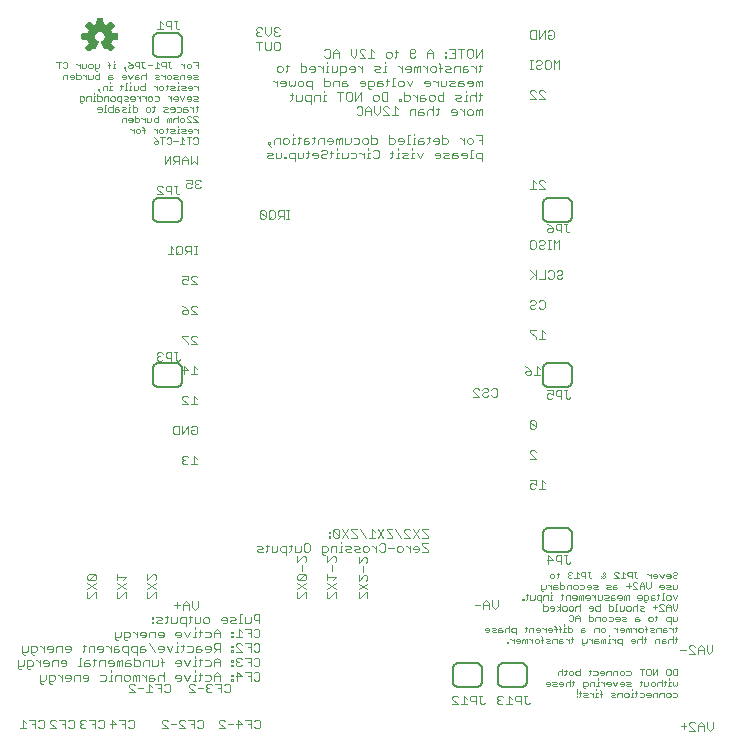
<source format=gbr>
G04 EAGLE Gerber RS-274X export*
G75*
%MOMM*%
%FSLAX34Y34*%
%LPD*%
%INSilkscreen Bottom*%
%IPPOS*%
%AMOC8*
5,1,8,0,0,1.08239X$1,22.5*%
G01*
%ADD10C,0.076200*%
%ADD11C,0.050800*%
%ADD12C,0.152400*%

G36*
X91898Y578626D02*
X91898Y578626D01*
X92006Y578636D01*
X92019Y578642D01*
X92033Y578644D01*
X92130Y578692D01*
X92229Y578737D01*
X92242Y578748D01*
X92251Y578752D01*
X92266Y578768D01*
X92343Y578830D01*
X94928Y581415D01*
X94991Y581504D01*
X95057Y581589D01*
X95062Y581602D01*
X95070Y581614D01*
X95101Y581717D01*
X95137Y581820D01*
X95137Y581834D01*
X95141Y581847D01*
X95137Y581955D01*
X95138Y582064D01*
X95133Y582077D01*
X95133Y582091D01*
X95095Y582193D01*
X95060Y582295D01*
X95051Y582310D01*
X95047Y582319D01*
X95033Y582336D01*
X94979Y582418D01*
X92215Y585808D01*
X92772Y586890D01*
X92778Y586910D01*
X92820Y587005D01*
X93191Y588164D01*
X97542Y588607D01*
X97646Y588635D01*
X97752Y588660D01*
X97764Y588667D01*
X97777Y588670D01*
X97867Y588731D01*
X97960Y588788D01*
X97968Y588799D01*
X97980Y588807D01*
X98046Y588893D01*
X98115Y588977D01*
X98119Y588990D01*
X98128Y589001D01*
X98162Y589104D01*
X98201Y589205D01*
X98202Y589223D01*
X98206Y589232D01*
X98206Y589254D01*
X98215Y589352D01*
X98215Y593008D01*
X98198Y593115D01*
X98184Y593223D01*
X98178Y593235D01*
X98176Y593249D01*
X98124Y593345D01*
X98077Y593442D01*
X98067Y593452D01*
X98061Y593464D01*
X97981Y593538D01*
X97905Y593615D01*
X97893Y593621D01*
X97883Y593631D01*
X97784Y593676D01*
X97687Y593724D01*
X97669Y593728D01*
X97660Y593732D01*
X97639Y593734D01*
X97542Y593753D01*
X93191Y594196D01*
X92820Y595355D01*
X92811Y595373D01*
X92809Y595380D01*
X92805Y595387D01*
X92772Y595470D01*
X92215Y596552D01*
X94979Y599942D01*
X95033Y600036D01*
X95090Y600128D01*
X95093Y600141D01*
X95100Y600153D01*
X95121Y600260D01*
X95146Y600365D01*
X95144Y600379D01*
X95147Y600393D01*
X95132Y600500D01*
X95122Y600608D01*
X95116Y600621D01*
X95114Y600635D01*
X95066Y600732D01*
X95021Y600831D01*
X95010Y600844D01*
X95006Y600853D01*
X94990Y600868D01*
X94928Y600945D01*
X92343Y603530D01*
X92254Y603593D01*
X92169Y603659D01*
X92156Y603664D01*
X92144Y603672D01*
X92041Y603703D01*
X91938Y603739D01*
X91924Y603739D01*
X91911Y603743D01*
X91803Y603739D01*
X91694Y603740D01*
X91681Y603735D01*
X91667Y603735D01*
X91565Y603697D01*
X91463Y603662D01*
X91448Y603653D01*
X91439Y603649D01*
X91422Y603635D01*
X91340Y603581D01*
X87950Y600817D01*
X86868Y601374D01*
X86848Y601380D01*
X86753Y601422D01*
X85594Y601793D01*
X85151Y606144D01*
X85123Y606248D01*
X85098Y606354D01*
X85091Y606366D01*
X85088Y606379D01*
X85027Y606469D01*
X84970Y606562D01*
X84959Y606570D01*
X84951Y606582D01*
X84865Y606648D01*
X84781Y606717D01*
X84768Y606721D01*
X84757Y606730D01*
X84654Y606764D01*
X84553Y606803D01*
X84535Y606804D01*
X84526Y606808D01*
X84504Y606808D01*
X84406Y606817D01*
X80750Y606817D01*
X80643Y606800D01*
X80535Y606786D01*
X80523Y606780D01*
X80509Y606778D01*
X80413Y606726D01*
X80316Y606679D01*
X80306Y606669D01*
X80294Y606663D01*
X80220Y606583D01*
X80143Y606507D01*
X80137Y606495D01*
X80127Y606485D01*
X80082Y606386D01*
X80034Y606289D01*
X80030Y606271D01*
X80026Y606262D01*
X80024Y606241D01*
X80005Y606144D01*
X79562Y601793D01*
X78403Y601422D01*
X78385Y601412D01*
X78288Y601374D01*
X77206Y600817D01*
X73816Y603581D01*
X73722Y603635D01*
X73630Y603692D01*
X73617Y603695D01*
X73605Y603702D01*
X73498Y603723D01*
X73393Y603748D01*
X73379Y603746D01*
X73365Y603749D01*
X73258Y603734D01*
X73150Y603724D01*
X73137Y603718D01*
X73124Y603716D01*
X73026Y603668D01*
X72927Y603623D01*
X72914Y603612D01*
X72905Y603608D01*
X72890Y603592D01*
X72813Y603530D01*
X70228Y600945D01*
X70165Y600856D01*
X70099Y600771D01*
X70094Y600758D01*
X70086Y600746D01*
X70055Y600643D01*
X70019Y600540D01*
X70019Y600526D01*
X70015Y600513D01*
X70019Y600405D01*
X70018Y600296D01*
X70023Y600283D01*
X70023Y600269D01*
X70061Y600167D01*
X70096Y600065D01*
X70105Y600050D01*
X70109Y600041D01*
X70123Y600024D01*
X70177Y599942D01*
X72941Y596552D01*
X72384Y595470D01*
X72378Y595450D01*
X72336Y595355D01*
X71965Y594196D01*
X67614Y593753D01*
X67510Y593725D01*
X67404Y593700D01*
X67392Y593693D01*
X67379Y593690D01*
X67289Y593629D01*
X67196Y593572D01*
X67188Y593561D01*
X67176Y593553D01*
X67110Y593467D01*
X67042Y593383D01*
X67037Y593370D01*
X67028Y593359D01*
X66994Y593256D01*
X66955Y593155D01*
X66954Y593137D01*
X66950Y593128D01*
X66951Y593106D01*
X66941Y593008D01*
X66941Y589352D01*
X66958Y589245D01*
X66972Y589137D01*
X66978Y589125D01*
X66980Y589111D01*
X67032Y589015D01*
X67079Y588918D01*
X67089Y588908D01*
X67095Y588896D01*
X67175Y588822D01*
X67251Y588745D01*
X67263Y588739D01*
X67274Y588729D01*
X67372Y588684D01*
X67469Y588636D01*
X67487Y588632D01*
X67496Y588628D01*
X67517Y588626D01*
X67614Y588607D01*
X71965Y588164D01*
X72336Y587005D01*
X72346Y586987D01*
X72384Y586890D01*
X72941Y585808D01*
X70177Y582418D01*
X70123Y582324D01*
X70066Y582232D01*
X70063Y582219D01*
X70056Y582207D01*
X70035Y582100D01*
X70010Y581995D01*
X70012Y581981D01*
X70009Y581967D01*
X70024Y581860D01*
X70034Y581752D01*
X70040Y581739D01*
X70042Y581726D01*
X70090Y581628D01*
X70135Y581529D01*
X70146Y581516D01*
X70150Y581507D01*
X70166Y581492D01*
X70228Y581415D01*
X72813Y578830D01*
X72902Y578767D01*
X72987Y578701D01*
X73000Y578696D01*
X73012Y578688D01*
X73115Y578657D01*
X73218Y578621D01*
X73232Y578621D01*
X73245Y578617D01*
X73353Y578621D01*
X73462Y578620D01*
X73475Y578625D01*
X73489Y578625D01*
X73591Y578663D01*
X73693Y578698D01*
X73708Y578707D01*
X73717Y578711D01*
X73734Y578725D01*
X73816Y578779D01*
X77206Y581543D01*
X78288Y580986D01*
X78341Y580969D01*
X78390Y580943D01*
X78456Y580932D01*
X78520Y580911D01*
X78576Y580912D01*
X78630Y580903D01*
X78697Y580914D01*
X78764Y580915D01*
X78816Y580933D01*
X78871Y580942D01*
X78931Y580974D01*
X78994Y580997D01*
X79037Y581031D01*
X79087Y581057D01*
X79133Y581106D01*
X79185Y581148D01*
X79216Y581195D01*
X79254Y581235D01*
X79310Y581340D01*
X79318Y581353D01*
X79319Y581358D01*
X79323Y581365D01*
X81476Y586562D01*
X81496Y586645D01*
X81501Y586658D01*
X81503Y586674D01*
X81528Y586759D01*
X81527Y586780D01*
X81532Y586800D01*
X81524Y586882D01*
X81525Y586901D01*
X81521Y586921D01*
X81517Y587002D01*
X81510Y587022D01*
X81508Y587043D01*
X81476Y587112D01*
X81470Y587139D01*
X81455Y587163D01*
X81429Y587230D01*
X81416Y587246D01*
X81407Y587265D01*
X81362Y587314D01*
X81342Y587346D01*
X81311Y587371D01*
X81273Y587417D01*
X81250Y587433D01*
X81240Y587443D01*
X81219Y587455D01*
X81154Y587500D01*
X81153Y587501D01*
X81152Y587502D01*
X80253Y588008D01*
X79566Y588652D01*
X79051Y589440D01*
X78739Y590328D01*
X78647Y591265D01*
X78780Y592197D01*
X79131Y593071D01*
X79680Y593836D01*
X80394Y594449D01*
X81234Y594874D01*
X82151Y595088D01*
X83092Y595078D01*
X84004Y594844D01*
X84834Y594401D01*
X85535Y593772D01*
X86067Y592995D01*
X86398Y592114D01*
X86511Y591179D01*
X86403Y590262D01*
X86083Y589394D01*
X85569Y588625D01*
X84890Y587998D01*
X84006Y587503D01*
X83964Y587470D01*
X83922Y587447D01*
X83891Y587414D01*
X83843Y587379D01*
X83831Y587363D01*
X83815Y587350D01*
X83780Y587295D01*
X83755Y587269D01*
X83742Y587239D01*
X83700Y587181D01*
X83694Y587162D01*
X83684Y587145D01*
X83665Y587070D01*
X83655Y587047D01*
X83652Y587023D01*
X83629Y586948D01*
X83630Y586928D01*
X83625Y586908D01*
X83632Y586822D01*
X83631Y586804D01*
X83634Y586788D01*
X83637Y586704D01*
X83645Y586679D01*
X83646Y586665D01*
X83656Y586643D01*
X83680Y586562D01*
X84609Y584319D01*
X84609Y584318D01*
X85540Y582071D01*
X85541Y582071D01*
X85833Y581365D01*
X85862Y581318D01*
X85883Y581266D01*
X85926Y581215D01*
X85962Y581158D01*
X86005Y581123D01*
X86041Y581080D01*
X86098Y581046D01*
X86150Y581003D01*
X86202Y580984D01*
X86250Y580955D01*
X86316Y580941D01*
X86379Y580917D01*
X86434Y580915D01*
X86488Y580904D01*
X86555Y580911D01*
X86622Y580909D01*
X86676Y580925D01*
X86731Y580932D01*
X86842Y580976D01*
X86856Y580980D01*
X86860Y580983D01*
X86868Y580986D01*
X87950Y581543D01*
X91340Y578779D01*
X91434Y578725D01*
X91526Y578668D01*
X91539Y578665D01*
X91551Y578658D01*
X91658Y578637D01*
X91763Y578612D01*
X91777Y578614D01*
X91791Y578611D01*
X91898Y578626D01*
G37*
D10*
X234791Y597701D02*
X233562Y598929D01*
X231105Y598929D01*
X229876Y597701D01*
X229876Y596472D01*
X231105Y595243D01*
X232334Y595243D01*
X231105Y595243D02*
X229876Y594014D01*
X229876Y592786D01*
X231105Y591557D01*
X233562Y591557D01*
X234791Y592786D01*
X227307Y594014D02*
X227307Y598929D01*
X227307Y594014D02*
X224849Y591557D01*
X222392Y594014D01*
X222392Y598929D01*
X219823Y597701D02*
X218594Y598929D01*
X216137Y598929D01*
X214908Y597701D01*
X214908Y596472D01*
X216137Y595243D01*
X217365Y595243D01*
X216137Y595243D02*
X214908Y594014D01*
X214908Y592786D01*
X216137Y591557D01*
X218594Y591557D01*
X219823Y592786D01*
X231105Y586737D02*
X233562Y586737D01*
X234791Y585509D01*
X234791Y580594D01*
X233562Y579365D01*
X231105Y579365D01*
X229876Y580594D01*
X229876Y585509D01*
X231105Y586737D01*
X227307Y586737D02*
X227307Y580594D01*
X226078Y579365D01*
X223621Y579365D01*
X222392Y580594D01*
X222392Y586737D01*
X217365Y586737D02*
X217365Y579365D01*
X219823Y586737D02*
X214908Y586737D01*
X471561Y571125D02*
X471561Y563753D01*
X469104Y568668D02*
X471561Y571125D01*
X469104Y568668D02*
X466646Y571125D01*
X466646Y563753D01*
X462848Y571125D02*
X460391Y571125D01*
X462848Y571125D02*
X464077Y569897D01*
X464077Y564982D01*
X462848Y563753D01*
X460391Y563753D01*
X459162Y564982D01*
X459162Y569897D01*
X460391Y571125D01*
X452906Y571125D02*
X451678Y569897D01*
X452906Y571125D02*
X455364Y571125D01*
X456593Y569897D01*
X456593Y568668D01*
X455364Y567439D01*
X452906Y567439D01*
X451678Y566210D01*
X451678Y564982D01*
X452906Y563753D01*
X455364Y563753D01*
X456593Y564982D01*
X449108Y563753D02*
X446651Y563753D01*
X447880Y563753D02*
X447880Y571125D01*
X449108Y571125D02*
X446651Y571125D01*
X471561Y418725D02*
X471561Y411353D01*
X469104Y416268D02*
X471561Y418725D01*
X469104Y416268D02*
X466646Y418725D01*
X466646Y411353D01*
X464077Y411353D02*
X461619Y411353D01*
X462848Y411353D02*
X462848Y418725D01*
X464077Y418725D02*
X461619Y418725D01*
X455401Y418725D02*
X454172Y417497D01*
X455401Y418725D02*
X457859Y418725D01*
X459087Y417497D01*
X459087Y416268D01*
X457859Y415039D01*
X455401Y415039D01*
X454172Y413810D01*
X454172Y412582D01*
X455401Y411353D01*
X457859Y411353D01*
X459087Y412582D01*
X450374Y418725D02*
X447917Y418725D01*
X450374Y418725D02*
X451603Y417497D01*
X451603Y412582D01*
X450374Y411353D01*
X447917Y411353D01*
X446688Y412582D01*
X446688Y417497D01*
X447917Y418725D01*
X470370Y393325D02*
X469141Y392097D01*
X470370Y393325D02*
X472827Y393325D01*
X474056Y392097D01*
X474056Y390868D01*
X472827Y389639D01*
X470370Y389639D01*
X469141Y388410D01*
X469141Y387182D01*
X470370Y385953D01*
X472827Y385953D01*
X474056Y387182D01*
X462885Y393325D02*
X461657Y392097D01*
X462885Y393325D02*
X465343Y393325D01*
X466571Y392097D01*
X466571Y387182D01*
X465343Y385953D01*
X462885Y385953D01*
X461657Y387182D01*
X459087Y385953D02*
X459087Y393325D01*
X459087Y385953D02*
X454172Y385953D01*
X451603Y385953D02*
X451603Y393325D01*
X451603Y388410D02*
X446688Y393325D01*
X450374Y389639D02*
X446688Y385953D01*
X461657Y595297D02*
X462885Y596525D01*
X465343Y596525D01*
X466571Y595297D01*
X466571Y590382D01*
X465343Y589153D01*
X462885Y589153D01*
X461657Y590382D01*
X461657Y592839D01*
X464114Y592839D01*
X459087Y589153D02*
X459087Y596525D01*
X454172Y589153D01*
X454172Y596525D01*
X451603Y596525D02*
X451603Y589153D01*
X447917Y589153D01*
X446688Y590382D01*
X446688Y595297D01*
X447917Y596525D01*
X451603Y596525D01*
X164719Y406781D02*
X162262Y406781D01*
X163490Y406781D02*
X163490Y414153D01*
X162262Y414153D02*
X164719Y414153D01*
X159730Y414153D02*
X159730Y406781D01*
X159730Y414153D02*
X156043Y414153D01*
X154815Y412925D01*
X154815Y410467D01*
X156043Y409238D01*
X159730Y409238D01*
X157272Y409238D02*
X154815Y406781D01*
X152245Y408010D02*
X152245Y412925D01*
X151017Y414153D01*
X148559Y414153D01*
X147331Y412925D01*
X147331Y408010D01*
X148559Y406781D01*
X151017Y406781D01*
X152245Y408010D01*
X149788Y409238D02*
X147331Y406781D01*
X144761Y411696D02*
X142304Y414153D01*
X142304Y406781D01*
X144761Y406781D02*
X139846Y406781D01*
X240504Y436753D02*
X242961Y436753D01*
X241732Y436753D02*
X241732Y444125D01*
X240504Y444125D02*
X242961Y444125D01*
X237971Y444125D02*
X237971Y436753D01*
X237971Y444125D02*
X234285Y444125D01*
X233057Y442897D01*
X233057Y440439D01*
X234285Y439210D01*
X237971Y439210D01*
X235514Y439210D02*
X233057Y436753D01*
X230487Y437982D02*
X230487Y442897D01*
X229259Y444125D01*
X226801Y444125D01*
X225572Y442897D01*
X225572Y437982D01*
X226801Y436753D01*
X229259Y436753D01*
X230487Y437982D01*
X228030Y439210D02*
X225572Y436753D01*
X223003Y437982D02*
X223003Y442897D01*
X221774Y444125D01*
X219317Y444125D01*
X218088Y442897D01*
X218088Y437982D01*
X219317Y436753D01*
X221774Y436753D01*
X223003Y437982D01*
X218088Y442897D01*
X164719Y482981D02*
X164719Y490353D01*
X162262Y485438D02*
X164719Y482981D01*
X162262Y485438D02*
X159804Y482981D01*
X159804Y490353D01*
X157235Y487896D02*
X157235Y482981D01*
X157235Y487896D02*
X154777Y490353D01*
X152320Y487896D01*
X152320Y482981D01*
X152320Y486667D02*
X157235Y486667D01*
X149751Y482981D02*
X149751Y490353D01*
X146065Y490353D01*
X144836Y489125D01*
X144836Y486667D01*
X146065Y485438D01*
X149751Y485438D01*
X147293Y485438D02*
X144836Y482981D01*
X142267Y482981D02*
X142267Y490353D01*
X137352Y482981D01*
X137352Y490353D01*
X107693Y12833D02*
X106464Y11605D01*
X107693Y12833D02*
X110150Y12833D01*
X111379Y11605D01*
X111379Y6690D01*
X110150Y5461D01*
X107693Y5461D01*
X106464Y6690D01*
X103895Y5461D02*
X103895Y12833D01*
X98980Y12833D01*
X101437Y9147D02*
X103895Y9147D01*
X92725Y5461D02*
X92725Y12833D01*
X96411Y9147D01*
X91496Y9147D01*
X82293Y12833D02*
X81064Y11605D01*
X82293Y12833D02*
X84750Y12833D01*
X85979Y11605D01*
X85979Y6690D01*
X84750Y5461D01*
X82293Y5461D01*
X81064Y6690D01*
X78495Y5461D02*
X78495Y12833D01*
X73580Y12833D01*
X76037Y9147D02*
X78495Y9147D01*
X71011Y11605D02*
X69782Y12833D01*
X67325Y12833D01*
X66096Y11605D01*
X66096Y10376D01*
X67325Y9147D01*
X68553Y9147D01*
X67325Y9147D02*
X66096Y7918D01*
X66096Y6690D01*
X67325Y5461D01*
X69782Y5461D01*
X71011Y6690D01*
X56893Y12833D02*
X55664Y11605D01*
X56893Y12833D02*
X59350Y12833D01*
X60579Y11605D01*
X60579Y6690D01*
X59350Y5461D01*
X56893Y5461D01*
X55664Y6690D01*
X53095Y5461D02*
X53095Y12833D01*
X48180Y12833D01*
X50637Y9147D02*
X53095Y9147D01*
X45611Y5461D02*
X40696Y5461D01*
X45611Y5461D02*
X40696Y10376D01*
X40696Y11605D01*
X41925Y12833D01*
X44382Y12833D01*
X45611Y11605D01*
X31493Y12833D02*
X30264Y11605D01*
X31493Y12833D02*
X33950Y12833D01*
X35179Y11605D01*
X35179Y6690D01*
X33950Y5461D01*
X31493Y5461D01*
X30264Y6690D01*
X27695Y5461D02*
X27695Y12833D01*
X22780Y12833D01*
X25237Y9147D02*
X27695Y9147D01*
X20211Y10376D02*
X17753Y12833D01*
X17753Y5461D01*
X15296Y5461D02*
X20211Y5461D01*
X217551Y94615D02*
X217551Y101987D01*
X213865Y101987D01*
X212636Y100759D01*
X212636Y98301D01*
X213865Y97072D01*
X217551Y97072D01*
X210067Y95844D02*
X210067Y99530D01*
X210067Y95844D02*
X208838Y94615D01*
X205152Y94615D01*
X205152Y99530D01*
X202583Y101987D02*
X201354Y101987D01*
X201354Y94615D01*
X202583Y94615D02*
X200125Y94615D01*
X197593Y94615D02*
X193907Y94615D01*
X192678Y95844D01*
X193907Y97072D01*
X196365Y97072D01*
X197593Y98301D01*
X196365Y99530D01*
X192678Y99530D01*
X188880Y94615D02*
X186423Y94615D01*
X188880Y94615D02*
X190109Y95844D01*
X190109Y98301D01*
X188880Y99530D01*
X186423Y99530D01*
X185194Y98301D01*
X185194Y97072D01*
X190109Y97072D01*
X173912Y94615D02*
X171455Y94615D01*
X170226Y95844D01*
X170226Y98301D01*
X171455Y99530D01*
X173912Y99530D01*
X175141Y98301D01*
X175141Y95844D01*
X173912Y94615D01*
X167657Y95844D02*
X167657Y99530D01*
X167657Y95844D02*
X166428Y94615D01*
X162742Y94615D01*
X162742Y99530D01*
X158944Y100759D02*
X158944Y95844D01*
X157715Y94615D01*
X157715Y99530D02*
X160172Y99530D01*
X155183Y99530D02*
X155183Y92158D01*
X155183Y99530D02*
X151497Y99530D01*
X150268Y98301D01*
X150268Y95844D01*
X151497Y94615D01*
X155183Y94615D01*
X147699Y95844D02*
X147699Y99530D01*
X147699Y95844D02*
X146470Y94615D01*
X142784Y94615D01*
X142784Y99530D01*
X138986Y100759D02*
X138986Y95844D01*
X137757Y94615D01*
X137757Y99530D02*
X140215Y99530D01*
X135225Y94615D02*
X131539Y94615D01*
X130310Y95844D01*
X131539Y97072D01*
X133997Y97072D01*
X135225Y98301D01*
X133997Y99530D01*
X130310Y99530D01*
X127741Y99530D02*
X126512Y99530D01*
X126512Y98301D01*
X127741Y98301D01*
X127741Y99530D01*
X127741Y95844D02*
X126512Y95844D01*
X126512Y94615D01*
X127741Y94615D01*
X127741Y95844D01*
X212636Y88567D02*
X213865Y89795D01*
X216322Y89795D01*
X217551Y88567D01*
X217551Y83652D01*
X216322Y82423D01*
X213865Y82423D01*
X212636Y83652D01*
X210067Y82423D02*
X210067Y89795D01*
X205152Y89795D01*
X207609Y86109D02*
X210067Y86109D01*
X202583Y87338D02*
X200125Y89795D01*
X200125Y82423D01*
X197668Y82423D02*
X202583Y82423D01*
X195099Y87338D02*
X193870Y87338D01*
X193870Y86109D01*
X195099Y86109D01*
X195099Y87338D01*
X195099Y83652D02*
X193870Y83652D01*
X193870Y82423D01*
X195099Y82423D01*
X195099Y83652D01*
X183872Y82423D02*
X183872Y87338D01*
X181415Y89795D01*
X178957Y87338D01*
X178957Y82423D01*
X178957Y86109D02*
X183872Y86109D01*
X175159Y87338D02*
X171473Y87338D01*
X175159Y87338D02*
X176388Y86109D01*
X176388Y83652D01*
X175159Y82423D01*
X171473Y82423D01*
X167675Y83652D02*
X167675Y88567D01*
X167675Y83652D02*
X166447Y82423D01*
X166447Y87338D02*
X168904Y87338D01*
X163915Y87338D02*
X162686Y87338D01*
X162686Y82423D01*
X163915Y82423D02*
X161457Y82423D01*
X162686Y89795D02*
X162686Y91024D01*
X158925Y87338D02*
X156468Y82423D01*
X154010Y87338D01*
X150212Y82423D02*
X147755Y82423D01*
X150212Y82423D02*
X151441Y83652D01*
X151441Y86109D01*
X150212Y87338D01*
X147755Y87338D01*
X146526Y86109D01*
X146526Y84880D01*
X151441Y84880D01*
X135244Y82423D02*
X132787Y82423D01*
X135244Y82423D02*
X136473Y83652D01*
X136473Y86109D01*
X135244Y87338D01*
X132787Y87338D01*
X131558Y86109D01*
X131558Y84880D01*
X136473Y84880D01*
X128989Y82423D02*
X128989Y87338D01*
X125302Y87338D01*
X124074Y86109D01*
X124074Y82423D01*
X120276Y82423D02*
X117818Y82423D01*
X120276Y82423D02*
X121504Y83652D01*
X121504Y86109D01*
X120276Y87338D01*
X117818Y87338D01*
X116590Y86109D01*
X116590Y84880D01*
X121504Y84880D01*
X114020Y82423D02*
X114020Y87338D01*
X111563Y87338D02*
X114020Y84880D01*
X111563Y87338D02*
X110334Y87338D01*
X105326Y79966D02*
X104097Y79966D01*
X102869Y81194D01*
X102869Y87338D01*
X106555Y87338D01*
X107783Y86109D01*
X107783Y83652D01*
X106555Y82423D01*
X102869Y82423D01*
X100299Y83652D02*
X100299Y87338D01*
X100299Y83652D02*
X99071Y82423D01*
X95384Y82423D01*
X95384Y81194D02*
X95384Y87338D01*
X95384Y81194D02*
X96613Y79966D01*
X97842Y79966D01*
X212636Y76375D02*
X213865Y77603D01*
X216322Y77603D01*
X217551Y76375D01*
X217551Y71460D01*
X216322Y70231D01*
X213865Y70231D01*
X212636Y71460D01*
X210067Y70231D02*
X210067Y77603D01*
X205152Y77603D01*
X207609Y73917D02*
X210067Y73917D01*
X202583Y70231D02*
X197668Y70231D01*
X202583Y70231D02*
X197668Y75146D01*
X197668Y76375D01*
X198897Y77603D01*
X201354Y77603D01*
X202583Y76375D01*
X195099Y75146D02*
X193870Y75146D01*
X193870Y73917D01*
X195099Y73917D01*
X195099Y75146D01*
X195099Y71460D02*
X193870Y71460D01*
X193870Y70231D01*
X195099Y70231D01*
X195099Y71460D01*
X183872Y70231D02*
X183872Y77603D01*
X180186Y77603D01*
X178957Y76375D01*
X178957Y73917D01*
X180186Y72688D01*
X183872Y72688D01*
X181415Y72688D02*
X178957Y70231D01*
X175159Y70231D02*
X172702Y70231D01*
X175159Y70231D02*
X176388Y71460D01*
X176388Y73917D01*
X175159Y75146D01*
X172702Y75146D01*
X171473Y73917D01*
X171473Y72688D01*
X176388Y72688D01*
X167675Y75146D02*
X165218Y75146D01*
X163989Y73917D01*
X163989Y70231D01*
X167675Y70231D01*
X168904Y71460D01*
X167675Y72688D01*
X163989Y72688D01*
X160191Y75146D02*
X156505Y75146D01*
X160191Y75146D02*
X161420Y73917D01*
X161420Y71460D01*
X160191Y70231D01*
X156505Y70231D01*
X152707Y71460D02*
X152707Y76375D01*
X152707Y71460D02*
X151478Y70231D01*
X151478Y75146D02*
X153936Y75146D01*
X148946Y75146D02*
X147718Y75146D01*
X147718Y70231D01*
X148946Y70231D02*
X146489Y70231D01*
X147718Y77603D02*
X147718Y78832D01*
X143957Y75146D02*
X141499Y70231D01*
X139042Y75146D01*
X135244Y70231D02*
X132787Y70231D01*
X135244Y70231D02*
X136473Y71460D01*
X136473Y73917D01*
X135244Y75146D01*
X132787Y75146D01*
X131558Y73917D01*
X131558Y72688D01*
X136473Y72688D01*
X128989Y70231D02*
X124074Y77603D01*
X120276Y75146D02*
X117818Y75146D01*
X116590Y73917D01*
X116590Y70231D01*
X120276Y70231D01*
X121504Y71460D01*
X120276Y72688D01*
X116590Y72688D01*
X114020Y75146D02*
X114020Y67774D01*
X114020Y75146D02*
X110334Y75146D01*
X109105Y73917D01*
X109105Y71460D01*
X110334Y70231D01*
X114020Y70231D01*
X106536Y67774D02*
X106536Y75146D01*
X102850Y75146D01*
X101621Y73917D01*
X101621Y71460D01*
X102850Y70231D01*
X106536Y70231D01*
X97823Y75146D02*
X95366Y75146D01*
X94137Y73917D01*
X94137Y70231D01*
X97823Y70231D01*
X99052Y71460D01*
X97823Y72688D01*
X94137Y72688D01*
X91568Y70231D02*
X91568Y75146D01*
X91568Y72688D02*
X89110Y75146D01*
X87882Y75146D01*
X84102Y70231D02*
X81645Y70231D01*
X84102Y70231D02*
X85331Y71460D01*
X85331Y73917D01*
X84102Y75146D01*
X81645Y75146D01*
X80416Y73917D01*
X80416Y72688D01*
X85331Y72688D01*
X77847Y70231D02*
X77847Y75146D01*
X74161Y75146D01*
X72932Y73917D01*
X72932Y70231D01*
X69134Y71460D02*
X69134Y76375D01*
X69134Y71460D02*
X67905Y70231D01*
X67905Y75146D02*
X70363Y75146D01*
X56660Y70231D02*
X54203Y70231D01*
X56660Y70231D02*
X57889Y71460D01*
X57889Y73917D01*
X56660Y75146D01*
X54203Y75146D01*
X52974Y73917D01*
X52974Y72688D01*
X57889Y72688D01*
X50405Y70231D02*
X50405Y75146D01*
X46719Y75146D01*
X45490Y73917D01*
X45490Y70231D01*
X41692Y70231D02*
X39235Y70231D01*
X41692Y70231D02*
X42921Y71460D01*
X42921Y73917D01*
X41692Y75146D01*
X39235Y75146D01*
X38006Y73917D01*
X38006Y72688D01*
X42921Y72688D01*
X35437Y70231D02*
X35437Y75146D01*
X35437Y72688D02*
X32979Y75146D01*
X31750Y75146D01*
X26742Y67774D02*
X25514Y67774D01*
X24285Y69002D01*
X24285Y75146D01*
X27971Y75146D01*
X29200Y73917D01*
X29200Y71460D01*
X27971Y70231D01*
X24285Y70231D01*
X21716Y71460D02*
X21716Y75146D01*
X21716Y71460D02*
X20487Y70231D01*
X16801Y70231D01*
X16801Y69002D02*
X16801Y75146D01*
X16801Y69002D02*
X18030Y67774D01*
X19258Y67774D01*
X212636Y64183D02*
X213865Y65411D01*
X216322Y65411D01*
X217551Y64183D01*
X217551Y59268D01*
X216322Y58039D01*
X213865Y58039D01*
X212636Y59268D01*
X210067Y58039D02*
X210067Y65411D01*
X205152Y65411D01*
X207609Y61725D02*
X210067Y61725D01*
X202583Y64183D02*
X201354Y65411D01*
X198897Y65411D01*
X197668Y64183D01*
X197668Y62954D01*
X198897Y61725D01*
X200125Y61725D01*
X198897Y61725D02*
X197668Y60496D01*
X197668Y59268D01*
X198897Y58039D01*
X201354Y58039D01*
X202583Y59268D01*
X195099Y62954D02*
X193870Y62954D01*
X193870Y61725D01*
X195099Y61725D01*
X195099Y62954D01*
X195099Y59268D02*
X193870Y59268D01*
X193870Y58039D01*
X195099Y58039D01*
X195099Y59268D01*
X183872Y58039D02*
X183872Y62954D01*
X181415Y65411D01*
X178957Y62954D01*
X178957Y58039D01*
X178957Y61725D02*
X183872Y61725D01*
X175159Y62954D02*
X171473Y62954D01*
X175159Y62954D02*
X176388Y61725D01*
X176388Y59268D01*
X175159Y58039D01*
X171473Y58039D01*
X167675Y59268D02*
X167675Y64183D01*
X167675Y59268D02*
X166447Y58039D01*
X166447Y62954D02*
X168904Y62954D01*
X163915Y62954D02*
X162686Y62954D01*
X162686Y58039D01*
X163915Y58039D02*
X161457Y58039D01*
X162686Y65411D02*
X162686Y66640D01*
X158925Y62954D02*
X156468Y58039D01*
X154010Y62954D01*
X150212Y58039D02*
X147755Y58039D01*
X150212Y58039D02*
X151441Y59268D01*
X151441Y61725D01*
X150212Y62954D01*
X147755Y62954D01*
X146526Y61725D01*
X146526Y60496D01*
X151441Y60496D01*
X135244Y58039D02*
X135244Y64183D01*
X134015Y65411D01*
X134015Y61725D02*
X136473Y61725D01*
X131483Y62954D02*
X131483Y59268D01*
X130255Y58039D01*
X126568Y58039D01*
X126568Y62954D01*
X123999Y62954D02*
X123999Y58039D01*
X123999Y62954D02*
X120313Y62954D01*
X119084Y61725D01*
X119084Y58039D01*
X111600Y58039D02*
X111600Y65411D01*
X111600Y58039D02*
X115286Y58039D01*
X116515Y59268D01*
X116515Y61725D01*
X115286Y62954D01*
X111600Y62954D01*
X107802Y62954D02*
X105345Y62954D01*
X104116Y61725D01*
X104116Y58039D01*
X107802Y58039D01*
X109031Y59268D01*
X107802Y60496D01*
X104116Y60496D01*
X101547Y58039D02*
X101547Y62954D01*
X100318Y62954D01*
X99089Y61725D01*
X99089Y58039D01*
X99089Y61725D02*
X97860Y62954D01*
X96632Y61725D01*
X96632Y58039D01*
X92834Y58039D02*
X90376Y58039D01*
X92834Y58039D02*
X94062Y59268D01*
X94062Y61725D01*
X92834Y62954D01*
X90376Y62954D01*
X89148Y61725D01*
X89148Y60496D01*
X94062Y60496D01*
X86578Y58039D02*
X86578Y62954D01*
X82892Y62954D01*
X81663Y61725D01*
X81663Y58039D01*
X77865Y59268D02*
X77865Y64183D01*
X77865Y59268D02*
X76637Y58039D01*
X76637Y62954D02*
X79094Y62954D01*
X72876Y62954D02*
X70419Y62954D01*
X69190Y61725D01*
X69190Y58039D01*
X72876Y58039D01*
X74105Y59268D01*
X72876Y60496D01*
X69190Y60496D01*
X66621Y65411D02*
X65392Y65411D01*
X65392Y58039D01*
X66621Y58039D02*
X64163Y58039D01*
X52918Y58039D02*
X50461Y58039D01*
X52918Y58039D02*
X54147Y59268D01*
X54147Y61725D01*
X52918Y62954D01*
X50461Y62954D01*
X49232Y61725D01*
X49232Y60496D01*
X54147Y60496D01*
X46663Y58039D02*
X46663Y62954D01*
X42977Y62954D01*
X41748Y61725D01*
X41748Y58039D01*
X37950Y58039D02*
X35493Y58039D01*
X37950Y58039D02*
X39179Y59268D01*
X39179Y61725D01*
X37950Y62954D01*
X35493Y62954D01*
X34264Y61725D01*
X34264Y60496D01*
X39179Y60496D01*
X31694Y58039D02*
X31694Y62954D01*
X29237Y62954D02*
X31694Y60496D01*
X29237Y62954D02*
X28008Y62954D01*
X23000Y55582D02*
X21772Y55582D01*
X20543Y56810D01*
X20543Y62954D01*
X24229Y62954D01*
X25458Y61725D01*
X25458Y59268D01*
X24229Y58039D01*
X20543Y58039D01*
X17974Y59268D02*
X17974Y62954D01*
X17974Y59268D02*
X16745Y58039D01*
X13059Y58039D01*
X13059Y56810D02*
X13059Y62954D01*
X13059Y56810D02*
X14287Y55582D01*
X15516Y55582D01*
X212636Y51991D02*
X213865Y53219D01*
X216322Y53219D01*
X217551Y51991D01*
X217551Y47076D01*
X216322Y45847D01*
X213865Y45847D01*
X212636Y47076D01*
X210067Y45847D02*
X210067Y53219D01*
X205152Y53219D01*
X207609Y49533D02*
X210067Y49533D01*
X198897Y45847D02*
X198897Y53219D01*
X202583Y49533D01*
X197668Y49533D01*
X195099Y50762D02*
X193870Y50762D01*
X193870Y49533D01*
X195099Y49533D01*
X195099Y50762D01*
X195099Y47076D02*
X193870Y47076D01*
X193870Y45847D01*
X195099Y45847D01*
X195099Y47076D01*
X183872Y45847D02*
X183872Y50762D01*
X181415Y53219D01*
X178957Y50762D01*
X178957Y45847D01*
X178957Y49533D02*
X183872Y49533D01*
X175159Y50762D02*
X171473Y50762D01*
X175159Y50762D02*
X176388Y49533D01*
X176388Y47076D01*
X175159Y45847D01*
X171473Y45847D01*
X167675Y47076D02*
X167675Y51991D01*
X167675Y47076D02*
X166447Y45847D01*
X166447Y50762D02*
X168904Y50762D01*
X163915Y50762D02*
X162686Y50762D01*
X162686Y45847D01*
X163915Y45847D02*
X161457Y45847D01*
X162686Y53219D02*
X162686Y54448D01*
X158925Y50762D02*
X156468Y45847D01*
X154010Y50762D01*
X150212Y45847D02*
X147755Y45847D01*
X150212Y45847D02*
X151441Y47076D01*
X151441Y49533D01*
X150212Y50762D01*
X147755Y50762D01*
X146526Y49533D01*
X146526Y48304D01*
X151441Y48304D01*
X136473Y45847D02*
X136473Y53219D01*
X135244Y50762D02*
X136473Y49533D01*
X135244Y50762D02*
X132787Y50762D01*
X131558Y49533D01*
X131558Y45847D01*
X127760Y50762D02*
X125302Y50762D01*
X124074Y49533D01*
X124074Y45847D01*
X127760Y45847D01*
X128989Y47076D01*
X127760Y48304D01*
X124074Y48304D01*
X121504Y45847D02*
X121504Y50762D01*
X119047Y50762D02*
X121504Y48304D01*
X119047Y50762D02*
X117818Y50762D01*
X115268Y50762D02*
X115268Y45847D01*
X115268Y50762D02*
X114039Y50762D01*
X112810Y49533D01*
X112810Y45847D01*
X112810Y49533D02*
X111581Y50762D01*
X110353Y49533D01*
X110353Y45847D01*
X106555Y45847D02*
X104097Y45847D01*
X102869Y47076D01*
X102869Y49533D01*
X104097Y50762D01*
X106555Y50762D01*
X107783Y49533D01*
X107783Y47076D01*
X106555Y45847D01*
X100299Y45847D02*
X100299Y50762D01*
X96613Y50762D01*
X95384Y49533D01*
X95384Y45847D01*
X92815Y50762D02*
X91586Y50762D01*
X91586Y45847D01*
X90358Y45847D02*
X92815Y45847D01*
X91586Y53219D02*
X91586Y54448D01*
X86597Y50762D02*
X82911Y50762D01*
X86597Y50762D02*
X87826Y49533D01*
X87826Y47076D01*
X86597Y45847D01*
X82911Y45847D01*
X71629Y45847D02*
X69171Y45847D01*
X71629Y45847D02*
X72857Y47076D01*
X72857Y49533D01*
X71629Y50762D01*
X69171Y50762D01*
X67943Y49533D01*
X67943Y48304D01*
X72857Y48304D01*
X65373Y45847D02*
X65373Y50762D01*
X61687Y50762D01*
X60458Y49533D01*
X60458Y45847D01*
X56660Y45847D02*
X54203Y45847D01*
X56660Y45847D02*
X57889Y47076D01*
X57889Y49533D01*
X56660Y50762D01*
X54203Y50762D01*
X52974Y49533D01*
X52974Y48304D01*
X57889Y48304D01*
X50405Y45847D02*
X50405Y50762D01*
X50405Y48304D02*
X47947Y50762D01*
X46719Y50762D01*
X41711Y43390D02*
X40482Y43390D01*
X39253Y44618D01*
X39253Y50762D01*
X42939Y50762D01*
X44168Y49533D01*
X44168Y47076D01*
X42939Y45847D01*
X39253Y45847D01*
X36684Y47076D02*
X36684Y50762D01*
X36684Y47076D02*
X35455Y45847D01*
X31769Y45847D01*
X31769Y44618D02*
X31769Y50762D01*
X31769Y44618D02*
X32998Y43390D01*
X34227Y43390D01*
X355140Y174361D02*
X360055Y174361D01*
X355140Y174361D02*
X355140Y173133D01*
X360055Y168218D01*
X360055Y166989D01*
X355140Y166989D01*
X347656Y166989D02*
X352571Y174361D01*
X347656Y174361D02*
X352571Y166989D01*
X345087Y166989D02*
X340172Y166989D01*
X345087Y166989D02*
X340172Y171904D01*
X340172Y173133D01*
X341401Y174361D01*
X343858Y174361D01*
X345087Y173133D01*
X337603Y166989D02*
X332688Y174361D01*
X330118Y174361D02*
X325204Y174361D01*
X325204Y173133D01*
X330118Y168218D01*
X330118Y166989D01*
X325204Y166989D01*
X317719Y166989D02*
X322634Y174361D01*
X317719Y174361D02*
X322634Y166989D01*
X315150Y171904D02*
X312693Y174361D01*
X312693Y166989D01*
X315150Y166989D02*
X310235Y166989D01*
X307666Y166989D02*
X302751Y174361D01*
X300182Y174361D02*
X295267Y174361D01*
X295267Y173133D01*
X300182Y168218D01*
X300182Y166989D01*
X295267Y166989D01*
X287783Y166989D02*
X292698Y174361D01*
X287783Y174361D02*
X292698Y166989D01*
X285213Y168218D02*
X285213Y173133D01*
X283985Y174361D01*
X281527Y174361D01*
X280299Y173133D01*
X280299Y168218D01*
X281527Y166989D01*
X283985Y166989D01*
X285213Y168218D01*
X280299Y173133D01*
X277729Y171904D02*
X276501Y171904D01*
X276501Y170675D01*
X277729Y170675D01*
X277729Y171904D01*
X277729Y168218D02*
X276501Y168218D01*
X276501Y166989D01*
X277729Y166989D01*
X277729Y168218D01*
X355140Y162169D02*
X360055Y162169D01*
X355140Y162169D02*
X355140Y160941D01*
X360055Y156026D01*
X360055Y154797D01*
X355140Y154797D01*
X351342Y154797D02*
X348885Y154797D01*
X351342Y154797D02*
X352571Y156026D01*
X352571Y158483D01*
X351342Y159712D01*
X348885Y159712D01*
X347656Y158483D01*
X347656Y157254D01*
X352571Y157254D01*
X345087Y154797D02*
X345087Y159712D01*
X345087Y157254D02*
X342629Y159712D01*
X341401Y159712D01*
X337621Y154797D02*
X335164Y154797D01*
X333935Y156026D01*
X333935Y158483D01*
X335164Y159712D01*
X337621Y159712D01*
X338850Y158483D01*
X338850Y156026D01*
X337621Y154797D01*
X331366Y158483D02*
X326451Y158483D01*
X320195Y162169D02*
X318967Y160941D01*
X320195Y162169D02*
X322653Y162169D01*
X323882Y160941D01*
X323882Y156026D01*
X322653Y154797D01*
X320195Y154797D01*
X318967Y156026D01*
X316397Y154797D02*
X316397Y159712D01*
X313940Y159712D02*
X316397Y157254D01*
X313940Y159712D02*
X312711Y159712D01*
X308932Y154797D02*
X306475Y154797D01*
X305246Y156026D01*
X305246Y158483D01*
X306475Y159712D01*
X308932Y159712D01*
X310161Y158483D01*
X310161Y156026D01*
X308932Y154797D01*
X302677Y154797D02*
X298990Y154797D01*
X297762Y156026D01*
X298990Y157254D01*
X301448Y157254D01*
X302677Y158483D01*
X301448Y159712D01*
X297762Y159712D01*
X295192Y154797D02*
X291506Y154797D01*
X290278Y156026D01*
X291506Y157254D01*
X293964Y157254D01*
X295192Y158483D01*
X293964Y159712D01*
X290278Y159712D01*
X287708Y159712D02*
X286480Y159712D01*
X286480Y154797D01*
X287708Y154797D02*
X285251Y154797D01*
X286480Y162169D02*
X286480Y163398D01*
X282719Y159712D02*
X282719Y154797D01*
X282719Y159712D02*
X279033Y159712D01*
X277804Y158483D01*
X277804Y154797D01*
X272777Y152340D02*
X271548Y152340D01*
X270320Y153568D01*
X270320Y159712D01*
X274006Y159712D01*
X275235Y158483D01*
X275235Y156026D01*
X274006Y154797D01*
X270320Y154797D01*
X259038Y162169D02*
X256580Y162169D01*
X259038Y162169D02*
X260266Y160941D01*
X260266Y156026D01*
X259038Y154797D01*
X256580Y154797D01*
X255351Y156026D01*
X255351Y160941D01*
X256580Y162169D01*
X252782Y159712D02*
X252782Y156026D01*
X251553Y154797D01*
X247867Y154797D01*
X247867Y159712D01*
X244069Y160941D02*
X244069Y156026D01*
X242841Y154797D01*
X242841Y159712D02*
X245298Y159712D01*
X240309Y159712D02*
X240309Y152340D01*
X240309Y159712D02*
X236622Y159712D01*
X235394Y158483D01*
X235394Y156026D01*
X236622Y154797D01*
X240309Y154797D01*
X232824Y156026D02*
X232824Y159712D01*
X232824Y156026D02*
X231596Y154797D01*
X227910Y154797D01*
X227910Y159712D01*
X224112Y160941D02*
X224112Y156026D01*
X222883Y154797D01*
X222883Y159712D02*
X225340Y159712D01*
X220351Y154797D02*
X216665Y154797D01*
X215436Y156026D01*
X216665Y157254D01*
X219122Y157254D01*
X220351Y158483D01*
X219122Y159712D01*
X215436Y159712D01*
X405791Y573385D02*
X405791Y580757D01*
X400876Y573385D01*
X400876Y580757D01*
X397078Y580757D02*
X394621Y580757D01*
X397078Y580757D02*
X398307Y579529D01*
X398307Y574614D01*
X397078Y573385D01*
X394621Y573385D01*
X393392Y574614D01*
X393392Y579529D01*
X394621Y580757D01*
X388365Y580757D02*
X388365Y573385D01*
X390823Y580757D02*
X385908Y580757D01*
X383339Y580757D02*
X378424Y580757D01*
X383339Y580757D02*
X383339Y573385D01*
X378424Y573385D01*
X380881Y577071D02*
X383339Y577071D01*
X375854Y578300D02*
X374626Y578300D01*
X374626Y577071D01*
X375854Y577071D01*
X375854Y578300D01*
X375854Y574614D02*
X374626Y574614D01*
X374626Y573385D01*
X375854Y573385D01*
X375854Y574614D01*
X364628Y573385D02*
X364628Y578300D01*
X362171Y580757D01*
X359713Y578300D01*
X359713Y573385D01*
X359713Y577071D02*
X364628Y577071D01*
X349660Y574614D02*
X348431Y573385D01*
X345974Y573385D01*
X344745Y574614D01*
X344745Y579529D01*
X345974Y580757D01*
X348431Y580757D01*
X349660Y579529D01*
X349660Y578300D01*
X348431Y577071D01*
X344745Y577071D01*
X333463Y579529D02*
X333463Y574614D01*
X332234Y573385D01*
X332234Y578300D02*
X334692Y578300D01*
X328473Y573385D02*
X326016Y573385D01*
X324787Y574614D01*
X324787Y577071D01*
X326016Y578300D01*
X328473Y578300D01*
X329702Y577071D01*
X329702Y574614D01*
X328473Y573385D01*
X314734Y578300D02*
X312276Y580757D01*
X312276Y573385D01*
X309819Y573385D02*
X314734Y573385D01*
X307250Y573385D02*
X302335Y573385D01*
X307250Y573385D02*
X302335Y578300D01*
X302335Y579529D01*
X303564Y580757D01*
X306021Y580757D01*
X307250Y579529D01*
X299765Y580757D02*
X299765Y575842D01*
X297308Y573385D01*
X294851Y575842D01*
X294851Y580757D01*
X284797Y578300D02*
X284797Y573385D01*
X284797Y578300D02*
X282340Y580757D01*
X279882Y578300D01*
X279882Y573385D01*
X279882Y577071D02*
X284797Y577071D01*
X273627Y580757D02*
X272398Y579529D01*
X273627Y580757D02*
X276084Y580757D01*
X277313Y579529D01*
X277313Y574614D01*
X276084Y573385D01*
X273627Y573385D01*
X272398Y574614D01*
X404562Y567337D02*
X404562Y562422D01*
X403334Y561193D01*
X403334Y566108D02*
X405791Y566108D01*
X400802Y566108D02*
X400802Y561193D01*
X400802Y563650D02*
X398344Y566108D01*
X397115Y566108D01*
X393336Y566108D02*
X390879Y566108D01*
X389650Y564879D01*
X389650Y561193D01*
X393336Y561193D01*
X394565Y562422D01*
X393336Y563650D01*
X389650Y563650D01*
X387081Y561193D02*
X387081Y566108D01*
X383395Y566108D01*
X382166Y564879D01*
X382166Y561193D01*
X379596Y561193D02*
X375910Y561193D01*
X374682Y562422D01*
X375910Y563650D01*
X378368Y563650D01*
X379596Y564879D01*
X378368Y566108D01*
X374682Y566108D01*
X370884Y567337D02*
X370884Y561193D01*
X370884Y567337D02*
X369655Y568565D01*
X369655Y564879D02*
X372112Y564879D01*
X365894Y561193D02*
X363437Y561193D01*
X362208Y562422D01*
X362208Y564879D01*
X363437Y566108D01*
X365894Y566108D01*
X367123Y564879D01*
X367123Y562422D01*
X365894Y561193D01*
X359639Y561193D02*
X359639Y566108D01*
X359639Y563650D02*
X357181Y566108D01*
X355953Y566108D01*
X353402Y566108D02*
X353402Y561193D01*
X353402Y566108D02*
X352173Y566108D01*
X350945Y564879D01*
X350945Y561193D01*
X350945Y564879D02*
X349716Y566108D01*
X348487Y564879D01*
X348487Y561193D01*
X344689Y561193D02*
X342232Y561193D01*
X344689Y561193D02*
X345918Y562422D01*
X345918Y564879D01*
X344689Y566108D01*
X342232Y566108D01*
X341003Y564879D01*
X341003Y563650D01*
X345918Y563650D01*
X338434Y561193D02*
X338434Y566108D01*
X338434Y563650D02*
X335976Y566108D01*
X334748Y566108D01*
X324713Y566108D02*
X323484Y566108D01*
X323484Y561193D01*
X324713Y561193D02*
X322255Y561193D01*
X323484Y568565D02*
X323484Y569794D01*
X319723Y561193D02*
X316037Y561193D01*
X314808Y562422D01*
X316037Y563650D01*
X318495Y563650D01*
X319723Y564879D01*
X318495Y566108D01*
X314808Y566108D01*
X304755Y566108D02*
X304755Y561193D01*
X304755Y563650D02*
X302298Y566108D01*
X301069Y566108D01*
X297289Y561193D02*
X294832Y561193D01*
X297289Y561193D02*
X298518Y562422D01*
X298518Y564879D01*
X297289Y566108D01*
X294832Y566108D01*
X293603Y564879D01*
X293603Y563650D01*
X298518Y563650D01*
X286119Y566108D02*
X286119Y558736D01*
X286119Y566108D02*
X289805Y566108D01*
X291034Y564879D01*
X291034Y562422D01*
X289805Y561193D01*
X286119Y561193D01*
X283550Y562422D02*
X283550Y566108D01*
X283550Y562422D02*
X282321Y561193D01*
X278635Y561193D01*
X278635Y566108D01*
X276066Y566108D02*
X274837Y566108D01*
X274837Y561193D01*
X276066Y561193D02*
X273608Y561193D01*
X274837Y568565D02*
X274837Y569794D01*
X271076Y566108D02*
X271076Y561193D01*
X271076Y563650D02*
X268619Y566108D01*
X267390Y566108D01*
X263611Y561193D02*
X261153Y561193D01*
X263611Y561193D02*
X264839Y562422D01*
X264839Y564879D01*
X263611Y566108D01*
X261153Y566108D01*
X259925Y564879D01*
X259925Y563650D01*
X264839Y563650D01*
X252440Y561193D02*
X252440Y568565D01*
X252440Y561193D02*
X256127Y561193D01*
X257355Y562422D01*
X257355Y564879D01*
X256127Y566108D01*
X252440Y566108D01*
X241158Y567337D02*
X241158Y562422D01*
X239930Y561193D01*
X239930Y566108D02*
X242387Y566108D01*
X236169Y561193D02*
X233711Y561193D01*
X232483Y562422D01*
X232483Y564879D01*
X233711Y566108D01*
X236169Y566108D01*
X237398Y564879D01*
X237398Y562422D01*
X236169Y561193D01*
X405791Y553916D02*
X405791Y549001D01*
X405791Y553916D02*
X404562Y553916D01*
X403334Y552687D01*
X403334Y549001D01*
X403334Y552687D02*
X402105Y553916D01*
X400876Y552687D01*
X400876Y549001D01*
X397078Y549001D02*
X394621Y549001D01*
X397078Y549001D02*
X398307Y550230D01*
X398307Y552687D01*
X397078Y553916D01*
X394621Y553916D01*
X393392Y552687D01*
X393392Y551458D01*
X398307Y551458D01*
X389594Y553916D02*
X387137Y553916D01*
X385908Y552687D01*
X385908Y549001D01*
X389594Y549001D01*
X390823Y550230D01*
X389594Y551458D01*
X385908Y551458D01*
X383339Y549001D02*
X379652Y549001D01*
X378424Y550230D01*
X379652Y551458D01*
X382110Y551458D01*
X383339Y552687D01*
X382110Y553916D01*
X378424Y553916D01*
X375854Y553916D02*
X375854Y550230D01*
X374626Y549001D01*
X370940Y549001D01*
X370940Y553916D01*
X368370Y553916D02*
X368370Y549001D01*
X368370Y551458D02*
X365913Y553916D01*
X364684Y553916D01*
X360905Y549001D02*
X358447Y549001D01*
X360905Y549001D02*
X362133Y550230D01*
X362133Y552687D01*
X360905Y553916D01*
X358447Y553916D01*
X357219Y552687D01*
X357219Y551458D01*
X362133Y551458D01*
X347165Y553916D02*
X344708Y549001D01*
X342250Y553916D01*
X338452Y549001D02*
X335995Y549001D01*
X334766Y550230D01*
X334766Y552687D01*
X335995Y553916D01*
X338452Y553916D01*
X339681Y552687D01*
X339681Y550230D01*
X338452Y549001D01*
X332197Y556373D02*
X330968Y556373D01*
X330968Y549001D01*
X332197Y549001D02*
X329739Y549001D01*
X325979Y550230D02*
X325979Y555145D01*
X325979Y550230D02*
X324750Y549001D01*
X324750Y553916D02*
X327207Y553916D01*
X320989Y553916D02*
X318532Y553916D01*
X317303Y552687D01*
X317303Y549001D01*
X320989Y549001D01*
X322218Y550230D01*
X320989Y551458D01*
X317303Y551458D01*
X312276Y546544D02*
X311048Y546544D01*
X309819Y547772D01*
X309819Y553916D01*
X313505Y553916D01*
X314734Y552687D01*
X314734Y550230D01*
X313505Y549001D01*
X309819Y549001D01*
X306021Y549001D02*
X303564Y549001D01*
X306021Y549001D02*
X307250Y550230D01*
X307250Y552687D01*
X306021Y553916D01*
X303564Y553916D01*
X302335Y552687D01*
X302335Y551458D01*
X307250Y551458D01*
X291053Y553916D02*
X288595Y553916D01*
X287366Y552687D01*
X287366Y549001D01*
X291053Y549001D01*
X292281Y550230D01*
X291053Y551458D01*
X287366Y551458D01*
X284797Y549001D02*
X284797Y553916D01*
X281111Y553916D01*
X279882Y552687D01*
X279882Y549001D01*
X272398Y549001D02*
X272398Y556373D01*
X272398Y549001D02*
X276084Y549001D01*
X277313Y550230D01*
X277313Y552687D01*
X276084Y553916D01*
X272398Y553916D01*
X262345Y553916D02*
X262345Y546544D01*
X262345Y553916D02*
X258659Y553916D01*
X257430Y552687D01*
X257430Y550230D01*
X258659Y549001D01*
X262345Y549001D01*
X253632Y549001D02*
X251174Y549001D01*
X249946Y550230D01*
X249946Y552687D01*
X251174Y553916D01*
X253632Y553916D01*
X254861Y552687D01*
X254861Y550230D01*
X253632Y549001D01*
X247376Y550230D02*
X247376Y553916D01*
X247376Y550230D02*
X246148Y549001D01*
X244919Y550230D01*
X243690Y549001D01*
X242462Y550230D01*
X242462Y553916D01*
X238664Y549001D02*
X236206Y549001D01*
X238664Y549001D02*
X239892Y550230D01*
X239892Y552687D01*
X238664Y553916D01*
X236206Y553916D01*
X234977Y552687D01*
X234977Y551458D01*
X239892Y551458D01*
X232408Y549001D02*
X232408Y553916D01*
X229951Y553916D02*
X232408Y551458D01*
X229951Y553916D02*
X228722Y553916D01*
X404562Y542953D02*
X404562Y538038D01*
X403334Y536809D01*
X403334Y541724D02*
X405791Y541724D01*
X400802Y544181D02*
X400802Y536809D01*
X400802Y540495D02*
X399573Y541724D01*
X397115Y541724D01*
X395887Y540495D01*
X395887Y536809D01*
X393317Y541724D02*
X392089Y541724D01*
X392089Y536809D01*
X393317Y536809D02*
X390860Y536809D01*
X392089Y544181D02*
X392089Y545410D01*
X388328Y536809D02*
X384642Y536809D01*
X383413Y538038D01*
X384642Y539266D01*
X387099Y539266D01*
X388328Y540495D01*
X387099Y541724D01*
X383413Y541724D01*
X373360Y544181D02*
X373360Y536809D01*
X369674Y536809D01*
X368445Y538038D01*
X368445Y540495D01*
X369674Y541724D01*
X373360Y541724D01*
X364647Y536809D02*
X362189Y536809D01*
X360961Y538038D01*
X360961Y540495D01*
X362189Y541724D01*
X364647Y541724D01*
X365876Y540495D01*
X365876Y538038D01*
X364647Y536809D01*
X357163Y541724D02*
X354705Y541724D01*
X353477Y540495D01*
X353477Y536809D01*
X357163Y536809D01*
X358391Y538038D01*
X357163Y539266D01*
X353477Y539266D01*
X350907Y536809D02*
X350907Y541724D01*
X348450Y541724D02*
X350907Y539266D01*
X348450Y541724D02*
X347221Y541724D01*
X339756Y544181D02*
X339756Y536809D01*
X343442Y536809D01*
X344670Y538038D01*
X344670Y540495D01*
X343442Y541724D01*
X339756Y541724D01*
X337186Y538038D02*
X337186Y536809D01*
X337186Y538038D02*
X335958Y538038D01*
X335958Y536809D01*
X337186Y536809D01*
X325960Y536809D02*
X325960Y544181D01*
X325960Y536809D02*
X322274Y536809D01*
X321045Y538038D01*
X321045Y542953D01*
X322274Y544181D01*
X325960Y544181D01*
X317247Y536809D02*
X314790Y536809D01*
X313561Y538038D01*
X313561Y540495D01*
X314790Y541724D01*
X317247Y541724D01*
X318476Y540495D01*
X318476Y538038D01*
X317247Y536809D01*
X303508Y536809D02*
X303508Y544181D01*
X298593Y536809D01*
X298593Y544181D01*
X294795Y544181D02*
X292337Y544181D01*
X294795Y544181D02*
X296023Y542953D01*
X296023Y538038D01*
X294795Y536809D01*
X292337Y536809D01*
X291109Y538038D01*
X291109Y542953D01*
X292337Y544181D01*
X286082Y544181D02*
X286082Y536809D01*
X288539Y544181D02*
X283624Y544181D01*
X273571Y541724D02*
X272342Y541724D01*
X272342Y536809D01*
X271114Y536809D02*
X273571Y536809D01*
X272342Y544181D02*
X272342Y545410D01*
X268582Y541724D02*
X268582Y536809D01*
X268582Y541724D02*
X264895Y541724D01*
X263667Y540495D01*
X263667Y536809D01*
X261097Y534352D02*
X261097Y541724D01*
X257411Y541724D01*
X256183Y540495D01*
X256183Y538038D01*
X257411Y536809D01*
X261097Y536809D01*
X253613Y538038D02*
X253613Y541724D01*
X253613Y538038D02*
X252385Y536809D01*
X248698Y536809D01*
X248698Y541724D01*
X244900Y542953D02*
X244900Y538038D01*
X243672Y536809D01*
X243672Y541724D02*
X246129Y541724D01*
X405791Y529532D02*
X405791Y524617D01*
X405791Y529532D02*
X404562Y529532D01*
X403334Y528303D01*
X403334Y524617D01*
X403334Y528303D02*
X402105Y529532D01*
X400876Y528303D01*
X400876Y524617D01*
X397078Y524617D02*
X394621Y524617D01*
X393392Y525846D01*
X393392Y528303D01*
X394621Y529532D01*
X397078Y529532D01*
X398307Y528303D01*
X398307Y525846D01*
X397078Y524617D01*
X390823Y524617D02*
X390823Y529532D01*
X390823Y527074D02*
X388365Y529532D01*
X387137Y529532D01*
X383357Y524617D02*
X380900Y524617D01*
X383357Y524617D02*
X384586Y525846D01*
X384586Y528303D01*
X383357Y529532D01*
X380900Y529532D01*
X379671Y528303D01*
X379671Y527074D01*
X384586Y527074D01*
X368389Y525846D02*
X368389Y530761D01*
X368389Y525846D02*
X367160Y524617D01*
X367160Y529532D02*
X369618Y529532D01*
X364628Y531989D02*
X364628Y524617D01*
X364628Y528303D02*
X363399Y529532D01*
X360942Y529532D01*
X359713Y528303D01*
X359713Y524617D01*
X355915Y529532D02*
X353458Y529532D01*
X352229Y528303D01*
X352229Y524617D01*
X355915Y524617D01*
X357144Y525846D01*
X355915Y527074D01*
X352229Y527074D01*
X349660Y524617D02*
X349660Y529532D01*
X345974Y529532D01*
X344745Y528303D01*
X344745Y524617D01*
X334692Y529532D02*
X332234Y531989D01*
X332234Y524617D01*
X329777Y524617D02*
X334692Y524617D01*
X327207Y524617D02*
X322293Y524617D01*
X327207Y524617D02*
X322293Y529532D01*
X322293Y530761D01*
X323521Y531989D01*
X325979Y531989D01*
X327207Y530761D01*
X319723Y531989D02*
X319723Y527074D01*
X317266Y524617D01*
X314808Y527074D01*
X314808Y531989D01*
X312239Y529532D02*
X312239Y524617D01*
X312239Y529532D02*
X309782Y531989D01*
X307324Y529532D01*
X307324Y524617D01*
X307324Y528303D02*
X312239Y528303D01*
X301069Y531989D02*
X299840Y530761D01*
X301069Y531989D02*
X303526Y531989D01*
X304755Y530761D01*
X304755Y525846D01*
X303526Y524617D01*
X301069Y524617D01*
X299840Y525846D01*
X405791Y507605D02*
X405791Y500233D01*
X405791Y507605D02*
X400876Y507605D01*
X403334Y503919D02*
X405791Y503919D01*
X397078Y500233D02*
X394621Y500233D01*
X393392Y501462D01*
X393392Y503919D01*
X394621Y505148D01*
X397078Y505148D01*
X398307Y503919D01*
X398307Y501462D01*
X397078Y500233D01*
X390823Y500233D02*
X390823Y505148D01*
X390823Y502690D02*
X388365Y505148D01*
X387137Y505148D01*
X372187Y507605D02*
X372187Y500233D01*
X375873Y500233D01*
X377102Y501462D01*
X377102Y503919D01*
X375873Y505148D01*
X372187Y505148D01*
X368389Y500233D02*
X365931Y500233D01*
X368389Y500233D02*
X369618Y501462D01*
X369618Y503919D01*
X368389Y505148D01*
X365931Y505148D01*
X364703Y503919D01*
X364703Y502690D01*
X369618Y502690D01*
X360905Y501462D02*
X360905Y506377D01*
X360905Y501462D02*
X359676Y500233D01*
X359676Y505148D02*
X362133Y505148D01*
X355915Y505148D02*
X353458Y505148D01*
X352229Y503919D01*
X352229Y500233D01*
X355915Y500233D01*
X357144Y501462D01*
X355915Y502690D01*
X352229Y502690D01*
X349660Y505148D02*
X348431Y505148D01*
X348431Y500233D01*
X349660Y500233D02*
X347202Y500233D01*
X348431Y507605D02*
X348431Y508834D01*
X344670Y507605D02*
X343442Y507605D01*
X343442Y500233D01*
X344670Y500233D02*
X342213Y500233D01*
X338452Y500233D02*
X335995Y500233D01*
X338452Y500233D02*
X339681Y501462D01*
X339681Y503919D01*
X338452Y505148D01*
X335995Y505148D01*
X334766Y503919D01*
X334766Y502690D01*
X339681Y502690D01*
X327282Y500233D02*
X327282Y507605D01*
X327282Y500233D02*
X330968Y500233D01*
X332197Y501462D01*
X332197Y503919D01*
X330968Y505148D01*
X327282Y505148D01*
X312314Y507605D02*
X312314Y500233D01*
X316000Y500233D01*
X317229Y501462D01*
X317229Y503919D01*
X316000Y505148D01*
X312314Y505148D01*
X308516Y500233D02*
X306058Y500233D01*
X304830Y501462D01*
X304830Y503919D01*
X306058Y505148D01*
X308516Y505148D01*
X309744Y503919D01*
X309744Y501462D01*
X308516Y500233D01*
X301032Y505148D02*
X297345Y505148D01*
X301032Y505148D02*
X302260Y503919D01*
X302260Y501462D01*
X301032Y500233D01*
X297345Y500233D01*
X294776Y501462D02*
X294776Y505148D01*
X294776Y501462D02*
X293547Y500233D01*
X289861Y500233D01*
X289861Y505148D01*
X287292Y505148D02*
X287292Y500233D01*
X287292Y505148D02*
X286063Y505148D01*
X284834Y503919D01*
X284834Y500233D01*
X284834Y503919D02*
X283606Y505148D01*
X282377Y503919D01*
X282377Y500233D01*
X278579Y500233D02*
X276122Y500233D01*
X278579Y500233D02*
X279808Y501462D01*
X279808Y503919D01*
X278579Y505148D01*
X276122Y505148D01*
X274893Y503919D01*
X274893Y502690D01*
X279808Y502690D01*
X272324Y500233D02*
X272324Y505148D01*
X268637Y505148D01*
X267409Y503919D01*
X267409Y500233D01*
X263611Y501462D02*
X263611Y506377D01*
X263611Y501462D02*
X262382Y500233D01*
X262382Y505148D02*
X264839Y505148D01*
X258621Y505148D02*
X256164Y505148D01*
X254935Y503919D01*
X254935Y500233D01*
X258621Y500233D01*
X259850Y501462D01*
X258621Y502690D01*
X254935Y502690D01*
X251137Y501462D02*
X251137Y506377D01*
X251137Y501462D02*
X249908Y500233D01*
X249908Y505148D02*
X252366Y505148D01*
X247376Y505148D02*
X246148Y505148D01*
X246148Y500233D01*
X247376Y500233D02*
X244919Y500233D01*
X246148Y507605D02*
X246148Y508834D01*
X241158Y500233D02*
X238701Y500233D01*
X237472Y501462D01*
X237472Y503919D01*
X238701Y505148D01*
X241158Y505148D01*
X242387Y503919D01*
X242387Y501462D01*
X241158Y500233D01*
X234903Y500233D02*
X234903Y505148D01*
X231217Y505148D01*
X229988Y503919D01*
X229988Y500233D01*
X227419Y497776D02*
X224961Y500233D01*
X224961Y501462D01*
X226190Y501462D01*
X226190Y500233D01*
X224961Y500233D01*
X405791Y492956D02*
X405791Y485584D01*
X405791Y492956D02*
X402105Y492956D01*
X400876Y491727D01*
X400876Y489270D01*
X402105Y488041D01*
X405791Y488041D01*
X398307Y495413D02*
X397078Y495413D01*
X397078Y488041D01*
X398307Y488041D02*
X395849Y488041D01*
X392089Y488041D02*
X389631Y488041D01*
X392089Y488041D02*
X393317Y489270D01*
X393317Y491727D01*
X392089Y492956D01*
X389631Y492956D01*
X388403Y491727D01*
X388403Y490498D01*
X393317Y490498D01*
X384605Y492956D02*
X382147Y492956D01*
X380918Y491727D01*
X380918Y488041D01*
X384605Y488041D01*
X385833Y489270D01*
X384605Y490498D01*
X380918Y490498D01*
X378349Y488041D02*
X374663Y488041D01*
X373434Y489270D01*
X374663Y490498D01*
X377120Y490498D01*
X378349Y491727D01*
X377120Y492956D01*
X373434Y492956D01*
X369636Y488041D02*
X367179Y488041D01*
X369636Y488041D02*
X370865Y489270D01*
X370865Y491727D01*
X369636Y492956D01*
X367179Y492956D01*
X365950Y491727D01*
X365950Y490498D01*
X370865Y490498D01*
X355897Y492956D02*
X353439Y488041D01*
X350982Y492956D01*
X348412Y492956D02*
X347184Y492956D01*
X347184Y488041D01*
X348412Y488041D02*
X345955Y488041D01*
X347184Y495413D02*
X347184Y496642D01*
X343423Y488041D02*
X339737Y488041D01*
X338508Y489270D01*
X339737Y490498D01*
X342194Y490498D01*
X343423Y491727D01*
X342194Y492956D01*
X338508Y492956D01*
X335939Y492956D02*
X334710Y492956D01*
X334710Y488041D01*
X335939Y488041D02*
X333481Y488041D01*
X334710Y495413D02*
X334710Y496642D01*
X329721Y494185D02*
X329721Y489270D01*
X328492Y488041D01*
X328492Y492956D02*
X330949Y492956D01*
X314790Y495413D02*
X313561Y494185D01*
X314790Y495413D02*
X317247Y495413D01*
X318476Y494185D01*
X318476Y489270D01*
X317247Y488041D01*
X314790Y488041D01*
X313561Y489270D01*
X310992Y492956D02*
X309763Y492956D01*
X309763Y488041D01*
X310992Y488041D02*
X308534Y488041D01*
X309763Y495413D02*
X309763Y496642D01*
X306002Y492956D02*
X306002Y488041D01*
X306002Y490498D02*
X303545Y492956D01*
X302316Y492956D01*
X298537Y492956D02*
X294851Y492956D01*
X298537Y492956D02*
X299765Y491727D01*
X299765Y489270D01*
X298537Y488041D01*
X294851Y488041D01*
X292281Y489270D02*
X292281Y492956D01*
X292281Y489270D02*
X291053Y488041D01*
X287366Y488041D01*
X287366Y492956D01*
X284797Y492956D02*
X283568Y492956D01*
X283568Y488041D01*
X282340Y488041D02*
X284797Y488041D01*
X283568Y495413D02*
X283568Y496642D01*
X278579Y494185D02*
X278579Y489270D01*
X277350Y488041D01*
X277350Y492956D02*
X279808Y492956D01*
X271132Y495413D02*
X269903Y494185D01*
X271132Y495413D02*
X273590Y495413D01*
X274818Y494185D01*
X274818Y492956D01*
X273590Y491727D01*
X271132Y491727D01*
X269903Y490498D01*
X269903Y489270D01*
X271132Y488041D01*
X273590Y488041D01*
X274818Y489270D01*
X266105Y488041D02*
X263648Y488041D01*
X266105Y488041D02*
X267334Y489270D01*
X267334Y491727D01*
X266105Y492956D01*
X263648Y492956D01*
X262419Y491727D01*
X262419Y490498D01*
X267334Y490498D01*
X258621Y489270D02*
X258621Y494185D01*
X258621Y489270D02*
X257393Y488041D01*
X257393Y492956D02*
X259850Y492956D01*
X254861Y492956D02*
X254861Y489270D01*
X253632Y488041D01*
X249946Y488041D01*
X249946Y492956D01*
X247376Y492956D02*
X247376Y485584D01*
X247376Y492956D02*
X243690Y492956D01*
X242462Y491727D01*
X242462Y489270D01*
X243690Y488041D01*
X247376Y488041D01*
X239892Y488041D02*
X239892Y489270D01*
X238664Y489270D01*
X238664Y488041D01*
X239892Y488041D01*
X236150Y489270D02*
X236150Y492956D01*
X236150Y489270D02*
X234921Y488041D01*
X231235Y488041D01*
X231235Y492956D01*
X228666Y488041D02*
X224980Y488041D01*
X223751Y489270D01*
X224980Y490498D01*
X227437Y490498D01*
X228666Y491727D01*
X227437Y492956D01*
X223751Y492956D01*
D11*
X165354Y564134D02*
X165354Y569727D01*
X161626Y569727D01*
X163490Y566930D02*
X165354Y566930D01*
X158809Y564134D02*
X156945Y564134D01*
X156012Y565066D01*
X156012Y566930D01*
X156945Y567863D01*
X158809Y567863D01*
X159741Y566930D01*
X159741Y565066D01*
X158809Y564134D01*
X154128Y564134D02*
X154128Y567863D01*
X152264Y567863D02*
X154128Y565998D01*
X152264Y567863D02*
X151331Y567863D01*
X143837Y565066D02*
X142905Y564134D01*
X141973Y564134D01*
X141041Y565066D01*
X141041Y569727D01*
X141973Y569727D02*
X140109Y569727D01*
X138224Y569727D02*
X138224Y564134D01*
X138224Y569727D02*
X135428Y569727D01*
X134496Y568795D01*
X134496Y566930D01*
X135428Y565998D01*
X138224Y565998D01*
X132611Y567863D02*
X130747Y569727D01*
X130747Y564134D01*
X132611Y564134D02*
X128882Y564134D01*
X126998Y566930D02*
X123269Y566930D01*
X121385Y565066D02*
X120453Y564134D01*
X119521Y564134D01*
X118588Y565066D01*
X118588Y569727D01*
X117656Y569727D02*
X119521Y569727D01*
X115772Y569727D02*
X115772Y564134D01*
X115772Y569727D02*
X112975Y569727D01*
X112043Y568795D01*
X112043Y566930D01*
X112975Y565998D01*
X115772Y565998D01*
X108294Y568795D02*
X106430Y569727D01*
X108294Y568795D02*
X110159Y566930D01*
X110159Y565066D01*
X109226Y564134D01*
X107362Y564134D01*
X106430Y565066D01*
X106430Y565998D01*
X107362Y566930D01*
X110159Y566930D01*
X104545Y562270D02*
X102681Y564134D01*
X102681Y565066D01*
X103613Y565066D01*
X103613Y564134D01*
X102681Y564134D01*
X95190Y567863D02*
X94258Y567863D01*
X94258Y564134D01*
X95190Y564134D02*
X93326Y564134D01*
X94258Y569727D02*
X94258Y570659D01*
X90516Y568795D02*
X90516Y564134D01*
X90516Y568795D02*
X89584Y569727D01*
X89584Y566930D02*
X91448Y566930D01*
X82093Y567863D02*
X82093Y565066D01*
X81161Y564134D01*
X78365Y564134D01*
X78365Y563202D02*
X78365Y567863D01*
X78365Y563202D02*
X79297Y562270D01*
X80229Y562270D01*
X75548Y564134D02*
X73684Y564134D01*
X72752Y565066D01*
X72752Y566930D01*
X73684Y567863D01*
X75548Y567863D01*
X76480Y566930D01*
X76480Y565066D01*
X75548Y564134D01*
X70867Y565066D02*
X70867Y567863D01*
X70867Y565066D02*
X69935Y564134D01*
X67138Y564134D01*
X67138Y567863D01*
X65254Y567863D02*
X65254Y564134D01*
X65254Y565998D02*
X63390Y567863D01*
X62457Y567863D01*
X52167Y569727D02*
X51235Y568795D01*
X52167Y569727D02*
X54031Y569727D01*
X54963Y568795D01*
X54963Y565066D01*
X54031Y564134D01*
X52167Y564134D01*
X51235Y565066D01*
X47486Y564134D02*
X47486Y569727D01*
X49350Y569727D02*
X45622Y569727D01*
X162558Y554990D02*
X165354Y554990D01*
X162558Y554990D02*
X161626Y555922D01*
X162558Y556854D01*
X164422Y556854D01*
X165354Y557786D01*
X164422Y558719D01*
X161626Y558719D01*
X158809Y554990D02*
X156945Y554990D01*
X158809Y554990D02*
X159741Y555922D01*
X159741Y557786D01*
X158809Y558719D01*
X156945Y558719D01*
X156012Y557786D01*
X156012Y556854D01*
X159741Y556854D01*
X154128Y554990D02*
X154128Y558719D01*
X151331Y558719D01*
X150399Y557786D01*
X150399Y554990D01*
X148515Y554990D02*
X145718Y554990D01*
X144786Y555922D01*
X145718Y556854D01*
X147583Y556854D01*
X148515Y557786D01*
X147583Y558719D01*
X144786Y558719D01*
X141970Y554990D02*
X140105Y554990D01*
X139173Y555922D01*
X139173Y557786D01*
X140105Y558719D01*
X141970Y558719D01*
X142902Y557786D01*
X142902Y555922D01*
X141970Y554990D01*
X137289Y554990D02*
X137289Y558719D01*
X137289Y556854D02*
X135424Y558719D01*
X134492Y558719D01*
X132611Y554990D02*
X129815Y554990D01*
X128882Y555922D01*
X129815Y556854D01*
X131679Y556854D01*
X132611Y557786D01*
X131679Y558719D01*
X128882Y558719D01*
X121385Y560583D02*
X121385Y554990D01*
X121385Y557786D02*
X120453Y558719D01*
X118588Y558719D01*
X117656Y557786D01*
X117656Y554990D01*
X114840Y558719D02*
X112975Y558719D01*
X112043Y557786D01*
X112043Y554990D01*
X114840Y554990D01*
X115772Y555922D01*
X114840Y556854D01*
X112043Y556854D01*
X110159Y558719D02*
X108294Y554990D01*
X106430Y558719D01*
X103613Y554990D02*
X101749Y554990D01*
X103613Y554990D02*
X104545Y555922D01*
X104545Y557786D01*
X103613Y558719D01*
X101749Y558719D01*
X100817Y557786D01*
X100817Y556854D01*
X104545Y556854D01*
X92387Y558719D02*
X90523Y558719D01*
X89591Y557786D01*
X89591Y554990D01*
X92387Y554990D01*
X93319Y555922D01*
X92387Y556854D01*
X89591Y556854D01*
X82093Y554990D02*
X82093Y560583D01*
X82093Y554990D02*
X79297Y554990D01*
X78365Y555922D01*
X78365Y557786D01*
X79297Y558719D01*
X82093Y558719D01*
X76480Y558719D02*
X76480Y555922D01*
X75548Y554990D01*
X72752Y554990D01*
X72752Y558719D01*
X70867Y558719D02*
X70867Y554990D01*
X70867Y556854D02*
X69003Y558719D01*
X68071Y558719D01*
X62461Y560583D02*
X62461Y554990D01*
X65257Y554990D01*
X66189Y555922D01*
X66189Y557786D01*
X65257Y558719D01*
X62461Y558719D01*
X59644Y554990D02*
X57780Y554990D01*
X59644Y554990D02*
X60576Y555922D01*
X60576Y557786D01*
X59644Y558719D01*
X57780Y558719D01*
X56848Y557786D01*
X56848Y556854D01*
X60576Y556854D01*
X54963Y554990D02*
X54963Y558719D01*
X52167Y558719D01*
X51235Y557786D01*
X51235Y554990D01*
X165354Y549575D02*
X165354Y545846D01*
X165354Y547710D02*
X163490Y549575D01*
X162558Y549575D01*
X159744Y545846D02*
X157880Y545846D01*
X159744Y545846D02*
X160676Y546778D01*
X160676Y548642D01*
X159744Y549575D01*
X157880Y549575D01*
X156948Y548642D01*
X156948Y547710D01*
X160676Y547710D01*
X155063Y545846D02*
X152267Y545846D01*
X151335Y546778D01*
X152267Y547710D01*
X154131Y547710D01*
X155063Y548642D01*
X154131Y549575D01*
X151335Y549575D01*
X149450Y549575D02*
X148518Y549575D01*
X148518Y545846D01*
X149450Y545846D02*
X147586Y545846D01*
X148518Y551439D02*
X148518Y552371D01*
X145708Y545846D02*
X142912Y545846D01*
X141980Y546778D01*
X142912Y547710D01*
X144776Y547710D01*
X145708Y548642D01*
X144776Y549575D01*
X141980Y549575D01*
X139163Y550507D02*
X139163Y546778D01*
X138231Y545846D01*
X138231Y549575D02*
X140095Y549575D01*
X135421Y545846D02*
X133557Y545846D01*
X132625Y546778D01*
X132625Y548642D01*
X133557Y549575D01*
X135421Y549575D01*
X136353Y548642D01*
X136353Y546778D01*
X135421Y545846D01*
X130740Y545846D02*
X130740Y549575D01*
X128876Y549575D02*
X130740Y547710D01*
X128876Y549575D02*
X127944Y549575D01*
X120449Y551439D02*
X120449Y545846D01*
X117653Y545846D01*
X116721Y546778D01*
X116721Y548642D01*
X117653Y549575D01*
X120449Y549575D01*
X114836Y549575D02*
X114836Y546778D01*
X113904Y545846D01*
X111108Y545846D01*
X111108Y549575D01*
X109223Y549575D02*
X108291Y549575D01*
X108291Y545846D01*
X109223Y545846D02*
X107359Y545846D01*
X108291Y551439D02*
X108291Y552371D01*
X105481Y551439D02*
X104549Y551439D01*
X104549Y545846D01*
X105481Y545846D02*
X103617Y545846D01*
X100807Y546778D02*
X100807Y550507D01*
X100807Y546778D02*
X99875Y545846D01*
X99875Y549575D02*
X101739Y549575D01*
X92384Y549575D02*
X91452Y549575D01*
X91452Y545846D01*
X92384Y545846D02*
X90520Y545846D01*
X91452Y551439D02*
X91452Y552371D01*
X88642Y549575D02*
X88642Y545846D01*
X88642Y549575D02*
X85845Y549575D01*
X84913Y548642D01*
X84913Y545846D01*
X83029Y543982D02*
X81164Y545846D01*
X81164Y546778D01*
X82096Y546778D01*
X82096Y545846D01*
X81164Y545846D01*
X162558Y536702D02*
X165354Y536702D01*
X162558Y536702D02*
X161626Y537634D01*
X162558Y538566D01*
X164422Y538566D01*
X165354Y539498D01*
X164422Y540431D01*
X161626Y540431D01*
X158809Y536702D02*
X156945Y536702D01*
X158809Y536702D02*
X159741Y537634D01*
X159741Y539498D01*
X158809Y540431D01*
X156945Y540431D01*
X156012Y539498D01*
X156012Y538566D01*
X159741Y538566D01*
X154128Y540431D02*
X152264Y536702D01*
X150399Y540431D01*
X147583Y536702D02*
X145718Y536702D01*
X147583Y536702D02*
X148515Y537634D01*
X148515Y539498D01*
X147583Y540431D01*
X145718Y540431D01*
X144786Y539498D01*
X144786Y538566D01*
X148515Y538566D01*
X142902Y536702D02*
X142902Y540431D01*
X142902Y538566D02*
X141037Y540431D01*
X140105Y540431D01*
X131679Y540431D02*
X128882Y540431D01*
X131679Y540431D02*
X132611Y539498D01*
X132611Y537634D01*
X131679Y536702D01*
X128882Y536702D01*
X126066Y536702D02*
X124201Y536702D01*
X123269Y537634D01*
X123269Y539498D01*
X124201Y540431D01*
X126066Y540431D01*
X126998Y539498D01*
X126998Y537634D01*
X126066Y536702D01*
X121385Y536702D02*
X121385Y540431D01*
X119521Y540431D02*
X121385Y538566D01*
X119521Y540431D02*
X118588Y540431D01*
X116707Y540431D02*
X116707Y536702D01*
X116707Y538566D02*
X114843Y540431D01*
X113911Y540431D01*
X111097Y536702D02*
X109233Y536702D01*
X111097Y536702D02*
X112030Y537634D01*
X112030Y539498D01*
X111097Y540431D01*
X109233Y540431D01*
X108301Y539498D01*
X108301Y538566D01*
X112030Y538566D01*
X106416Y536702D02*
X103620Y536702D01*
X102688Y537634D01*
X103620Y538566D01*
X105484Y538566D01*
X106416Y539498D01*
X105484Y540431D01*
X102688Y540431D01*
X100803Y540431D02*
X100803Y534838D01*
X100803Y540431D02*
X98007Y540431D01*
X97075Y539498D01*
X97075Y537634D01*
X98007Y536702D01*
X100803Y536702D01*
X94258Y536702D02*
X92394Y536702D01*
X91462Y537634D01*
X91462Y539498D01*
X92394Y540431D01*
X94258Y540431D01*
X95190Y539498D01*
X95190Y537634D01*
X94258Y536702D01*
X89577Y536702D02*
X89577Y540431D01*
X86781Y540431D01*
X85849Y539498D01*
X85849Y536702D01*
X80236Y536702D02*
X80236Y542295D01*
X80236Y536702D02*
X83032Y536702D01*
X83964Y537634D01*
X83964Y539498D01*
X83032Y540431D01*
X80236Y540431D01*
X78351Y540431D02*
X77419Y540431D01*
X77419Y536702D01*
X78351Y536702D02*
X76487Y536702D01*
X77419Y542295D02*
X77419Y543227D01*
X74609Y540431D02*
X74609Y536702D01*
X74609Y540431D02*
X71813Y540431D01*
X70880Y539498D01*
X70880Y536702D01*
X67132Y534838D02*
X66199Y534838D01*
X65267Y535770D01*
X65267Y540431D01*
X68064Y540431D01*
X68996Y539498D01*
X68996Y537634D01*
X68064Y536702D01*
X65267Y536702D01*
X164422Y532219D02*
X164422Y528490D01*
X163490Y527558D01*
X163490Y531287D02*
X165354Y531287D01*
X161612Y531287D02*
X161612Y527558D01*
X161612Y529422D02*
X159748Y531287D01*
X158816Y531287D01*
X156002Y531287D02*
X154138Y531287D01*
X153206Y530354D01*
X153206Y527558D01*
X156002Y527558D01*
X156934Y528490D01*
X156002Y529422D01*
X153206Y529422D01*
X150389Y531287D02*
X147593Y531287D01*
X150389Y531287D02*
X151321Y530354D01*
X151321Y528490D01*
X150389Y527558D01*
X147593Y527558D01*
X144776Y527558D02*
X142912Y527558D01*
X144776Y527558D02*
X145708Y528490D01*
X145708Y530354D01*
X144776Y531287D01*
X142912Y531287D01*
X141980Y530354D01*
X141980Y529422D01*
X145708Y529422D01*
X140095Y527558D02*
X137299Y527558D01*
X136367Y528490D01*
X137299Y529422D01*
X139163Y529422D01*
X140095Y530354D01*
X139163Y531287D01*
X136367Y531287D01*
X127937Y532219D02*
X127937Y528490D01*
X127005Y527558D01*
X127005Y531287D02*
X128869Y531287D01*
X124195Y527558D02*
X122330Y527558D01*
X121398Y528490D01*
X121398Y530354D01*
X122330Y531287D01*
X124195Y531287D01*
X125127Y530354D01*
X125127Y528490D01*
X124195Y527558D01*
X110172Y527558D02*
X110172Y533151D01*
X110172Y527558D02*
X112969Y527558D01*
X113901Y528490D01*
X113901Y530354D01*
X112969Y531287D01*
X110172Y531287D01*
X108288Y531287D02*
X107355Y531287D01*
X107355Y527558D01*
X106423Y527558D02*
X108288Y527558D01*
X107355Y533151D02*
X107355Y534083D01*
X104545Y527558D02*
X101749Y527558D01*
X100817Y528490D01*
X101749Y529422D01*
X103613Y529422D01*
X104545Y530354D01*
X103613Y531287D01*
X100817Y531287D01*
X98000Y531287D02*
X96136Y531287D01*
X95204Y530354D01*
X95204Y527558D01*
X98000Y527558D01*
X98932Y528490D01*
X98000Y529422D01*
X95204Y529422D01*
X93319Y527558D02*
X93319Y533151D01*
X93319Y527558D02*
X90523Y527558D01*
X89591Y528490D01*
X89591Y530354D01*
X90523Y531287D01*
X93319Y531287D01*
X87706Y533151D02*
X86774Y533151D01*
X86774Y527558D01*
X87706Y527558D02*
X85842Y527558D01*
X83032Y527558D02*
X81168Y527558D01*
X83032Y527558D02*
X83964Y528490D01*
X83964Y530354D01*
X83032Y531287D01*
X81168Y531287D01*
X80236Y530354D01*
X80236Y529422D01*
X83964Y529422D01*
X161626Y518414D02*
X165354Y518414D01*
X161626Y522143D01*
X161626Y523075D01*
X162558Y524007D01*
X164422Y524007D01*
X165354Y523075D01*
X159741Y518414D02*
X156012Y518414D01*
X159741Y518414D02*
X156012Y522143D01*
X156012Y523075D01*
X156945Y524007D01*
X158809Y524007D01*
X159741Y523075D01*
X153196Y518414D02*
X151331Y518414D01*
X150399Y519346D01*
X150399Y521210D01*
X151331Y522143D01*
X153196Y522143D01*
X154128Y521210D01*
X154128Y519346D01*
X153196Y518414D01*
X148515Y518414D02*
X148515Y524007D01*
X147583Y522143D02*
X148515Y521210D01*
X147583Y522143D02*
X145718Y522143D01*
X144786Y521210D01*
X144786Y518414D01*
X142902Y518414D02*
X142902Y522143D01*
X141970Y522143D01*
X141037Y521210D01*
X141037Y518414D01*
X141037Y521210D02*
X140105Y522143D01*
X139173Y521210D01*
X139173Y518414D01*
X131675Y518414D02*
X131675Y524007D01*
X131675Y518414D02*
X128879Y518414D01*
X127947Y519346D01*
X127947Y521210D01*
X128879Y522143D01*
X131675Y522143D01*
X126062Y522143D02*
X126062Y519346D01*
X125130Y518414D01*
X122334Y518414D01*
X122334Y522143D01*
X120449Y522143D02*
X120449Y518414D01*
X120449Y520278D02*
X118585Y522143D01*
X117653Y522143D01*
X112043Y524007D02*
X112043Y518414D01*
X114840Y518414D01*
X115772Y519346D01*
X115772Y521210D01*
X114840Y522143D01*
X112043Y522143D01*
X109226Y518414D02*
X107362Y518414D01*
X109226Y518414D02*
X110159Y519346D01*
X110159Y521210D01*
X109226Y522143D01*
X107362Y522143D01*
X106430Y521210D01*
X106430Y520278D01*
X110159Y520278D01*
X104545Y518414D02*
X104545Y522143D01*
X101749Y522143D01*
X100817Y521210D01*
X100817Y518414D01*
X165354Y512999D02*
X165354Y509270D01*
X165354Y511134D02*
X163490Y512999D01*
X162558Y512999D01*
X159744Y509270D02*
X157880Y509270D01*
X159744Y509270D02*
X160676Y510202D01*
X160676Y512066D01*
X159744Y512999D01*
X157880Y512999D01*
X156948Y512066D01*
X156948Y511134D01*
X160676Y511134D01*
X155063Y509270D02*
X152267Y509270D01*
X151335Y510202D01*
X152267Y511134D01*
X154131Y511134D01*
X155063Y512066D01*
X154131Y512999D01*
X151335Y512999D01*
X149450Y512999D02*
X148518Y512999D01*
X148518Y509270D01*
X149450Y509270D02*
X147586Y509270D01*
X148518Y514863D02*
X148518Y515795D01*
X145708Y509270D02*
X142912Y509270D01*
X141980Y510202D01*
X142912Y511134D01*
X144776Y511134D01*
X145708Y512066D01*
X144776Y512999D01*
X141980Y512999D01*
X139163Y513931D02*
X139163Y510202D01*
X138231Y509270D01*
X138231Y512999D02*
X140095Y512999D01*
X135421Y509270D02*
X133557Y509270D01*
X132625Y510202D01*
X132625Y512066D01*
X133557Y512999D01*
X135421Y512999D01*
X136353Y512066D01*
X136353Y510202D01*
X135421Y509270D01*
X130740Y509270D02*
X130740Y512999D01*
X128876Y512999D02*
X130740Y511134D01*
X128876Y512999D02*
X127944Y512999D01*
X119517Y513931D02*
X119517Y509270D01*
X119517Y513931D02*
X118585Y514863D01*
X118585Y512066D02*
X120449Y512066D01*
X115775Y509270D02*
X113911Y509270D01*
X112979Y510202D01*
X112979Y512066D01*
X113911Y512999D01*
X115775Y512999D01*
X116707Y512066D01*
X116707Y510202D01*
X115775Y509270D01*
X111094Y509270D02*
X111094Y512999D01*
X109230Y512999D02*
X111094Y511134D01*
X109230Y512999D02*
X108298Y512999D01*
X161626Y504787D02*
X162558Y505719D01*
X164422Y505719D01*
X165354Y504787D01*
X165354Y501058D01*
X164422Y500126D01*
X162558Y500126D01*
X161626Y501058D01*
X157877Y500126D02*
X157877Y505719D01*
X159741Y505719D02*
X156012Y505719D01*
X154128Y503855D02*
X152264Y505719D01*
X152264Y500126D01*
X154128Y500126D02*
X150399Y500126D01*
X148515Y502922D02*
X144786Y502922D01*
X140105Y505719D02*
X139173Y504787D01*
X140105Y505719D02*
X141970Y505719D01*
X142902Y504787D01*
X142902Y501058D01*
X141970Y500126D01*
X140105Y500126D01*
X139173Y501058D01*
X135424Y500126D02*
X135424Y505719D01*
X133560Y505719D02*
X137289Y505719D01*
X129811Y504787D02*
X127947Y505719D01*
X129811Y504787D02*
X131675Y502922D01*
X131675Y501058D01*
X130743Y500126D01*
X128879Y500126D01*
X127947Y501058D01*
X127947Y501990D01*
X128879Y502922D01*
X131675Y502922D01*
X567518Y137249D02*
X568450Y138181D01*
X570314Y138181D01*
X571246Y137249D01*
X571246Y136317D01*
X570314Y135384D01*
X568450Y135384D01*
X567518Y134452D01*
X567518Y133520D01*
X568450Y132588D01*
X570314Y132588D01*
X571246Y133520D01*
X564701Y132588D02*
X562837Y132588D01*
X564701Y132588D02*
X565633Y133520D01*
X565633Y135384D01*
X564701Y136317D01*
X562837Y136317D01*
X561904Y135384D01*
X561904Y134452D01*
X565633Y134452D01*
X560020Y136317D02*
X558156Y132588D01*
X556291Y136317D01*
X553475Y132588D02*
X551610Y132588D01*
X553475Y132588D02*
X554407Y133520D01*
X554407Y135384D01*
X553475Y136317D01*
X551610Y136317D01*
X550678Y135384D01*
X550678Y134452D01*
X554407Y134452D01*
X548794Y132588D02*
X548794Y136317D01*
X548794Y134452D02*
X546929Y136317D01*
X545997Y136317D01*
X538503Y133520D02*
X537571Y132588D01*
X536639Y132588D01*
X535707Y133520D01*
X535707Y138181D01*
X536639Y138181D02*
X534774Y138181D01*
X532890Y138181D02*
X532890Y132588D01*
X532890Y138181D02*
X530093Y138181D01*
X529161Y137249D01*
X529161Y135384D01*
X530093Y134452D01*
X532890Y134452D01*
X527277Y136317D02*
X525413Y138181D01*
X525413Y132588D01*
X527277Y132588D02*
X523548Y132588D01*
X521664Y132588D02*
X517935Y132588D01*
X521664Y132588D02*
X517935Y136317D01*
X517935Y137249D01*
X518867Y138181D01*
X520732Y138181D01*
X521664Y137249D01*
X508573Y132588D02*
X506709Y134452D01*
X508573Y132588D02*
X509505Y132588D01*
X510437Y133520D01*
X510437Y134452D01*
X508573Y136317D01*
X508573Y137249D01*
X509505Y138181D01*
X510437Y137249D01*
X510437Y136317D01*
X506709Y132588D01*
X499211Y133520D02*
X498279Y132588D01*
X497347Y132588D01*
X496415Y133520D01*
X496415Y138181D01*
X497347Y138181D02*
X495483Y138181D01*
X493598Y138181D02*
X493598Y132588D01*
X493598Y138181D02*
X490802Y138181D01*
X489870Y137249D01*
X489870Y135384D01*
X490802Y134452D01*
X493598Y134452D01*
X487985Y136317D02*
X486121Y138181D01*
X486121Y132588D01*
X487985Y132588D02*
X484257Y132588D01*
X482372Y137249D02*
X481440Y138181D01*
X479576Y138181D01*
X478644Y137249D01*
X478644Y136317D01*
X479576Y135384D01*
X480508Y135384D01*
X479576Y135384D02*
X478644Y134452D01*
X478644Y133520D01*
X479576Y132588D01*
X481440Y132588D01*
X482372Y133520D01*
X470214Y133520D02*
X470214Y137249D01*
X470214Y133520D02*
X469282Y132588D01*
X469282Y136317D02*
X471146Y136317D01*
X466472Y132588D02*
X464607Y132588D01*
X463675Y133520D01*
X463675Y135384D01*
X464607Y136317D01*
X466472Y136317D01*
X467404Y135384D01*
X467404Y133520D01*
X466472Y132588D01*
X571246Y127173D02*
X571246Y124376D01*
X570314Y123444D01*
X567518Y123444D01*
X567518Y127173D01*
X565633Y123444D02*
X562837Y123444D01*
X561904Y124376D01*
X562837Y125308D01*
X564701Y125308D01*
X565633Y126240D01*
X564701Y127173D01*
X561904Y127173D01*
X559088Y123444D02*
X557223Y123444D01*
X559088Y123444D02*
X560020Y124376D01*
X560020Y126240D01*
X559088Y127173D01*
X557223Y127173D01*
X556291Y126240D01*
X556291Y125308D01*
X560020Y125308D01*
X548794Y125308D02*
X548794Y129037D01*
X548794Y125308D02*
X546929Y123444D01*
X545065Y125308D01*
X545065Y129037D01*
X543181Y127173D02*
X543181Y123444D01*
X543181Y127173D02*
X541316Y129037D01*
X539452Y127173D01*
X539452Y123444D01*
X539452Y126240D02*
X543181Y126240D01*
X537567Y123444D02*
X533839Y123444D01*
X537567Y123444D02*
X533839Y127173D01*
X533839Y128105D01*
X534771Y129037D01*
X536635Y129037D01*
X537567Y128105D01*
X531954Y126240D02*
X528226Y126240D01*
X530090Y128105D02*
X530090Y124376D01*
X519796Y127173D02*
X517932Y127173D01*
X517000Y126240D01*
X517000Y123444D01*
X519796Y123444D01*
X520728Y124376D01*
X519796Y125308D01*
X517000Y125308D01*
X515115Y123444D02*
X512319Y123444D01*
X511387Y124376D01*
X512319Y125308D01*
X514183Y125308D01*
X515115Y126240D01*
X514183Y127173D01*
X511387Y127173D01*
X503889Y123444D02*
X501093Y123444D01*
X500160Y124376D01*
X501093Y125308D01*
X502957Y125308D01*
X503889Y126240D01*
X502957Y127173D01*
X500160Y127173D01*
X497344Y123444D02*
X495479Y123444D01*
X497344Y123444D02*
X498276Y124376D01*
X498276Y126240D01*
X497344Y127173D01*
X495479Y127173D01*
X494547Y126240D01*
X494547Y125308D01*
X498276Y125308D01*
X491731Y127173D02*
X488934Y127173D01*
X491731Y127173D02*
X492663Y126240D01*
X492663Y124376D01*
X491731Y123444D01*
X488934Y123444D01*
X486117Y123444D02*
X484253Y123444D01*
X483321Y124376D01*
X483321Y126240D01*
X484253Y127173D01*
X486117Y127173D01*
X487050Y126240D01*
X487050Y124376D01*
X486117Y123444D01*
X481437Y123444D02*
X481437Y127173D01*
X478640Y127173D01*
X477708Y126240D01*
X477708Y123444D01*
X472095Y123444D02*
X472095Y129037D01*
X472095Y123444D02*
X474891Y123444D01*
X475823Y124376D01*
X475823Y126240D01*
X474891Y127173D01*
X472095Y127173D01*
X469278Y127173D02*
X467414Y127173D01*
X466482Y126240D01*
X466482Y123444D01*
X469278Y123444D01*
X470210Y124376D01*
X469278Y125308D01*
X466482Y125308D01*
X464597Y123444D02*
X464597Y127173D01*
X462733Y127173D02*
X464597Y125308D01*
X462733Y127173D02*
X461801Y127173D01*
X459920Y127173D02*
X459920Y124376D01*
X458988Y123444D01*
X456191Y123444D01*
X456191Y122512D02*
X456191Y127173D01*
X456191Y122512D02*
X457123Y121580D01*
X458055Y121580D01*
X569382Y114300D02*
X571246Y118029D01*
X567518Y118029D02*
X569382Y114300D01*
X564701Y114300D02*
X562837Y114300D01*
X561904Y115232D01*
X561904Y117096D01*
X562837Y118029D01*
X564701Y118029D01*
X565633Y117096D01*
X565633Y115232D01*
X564701Y114300D01*
X560020Y119893D02*
X559088Y119893D01*
X559088Y114300D01*
X560020Y114300D02*
X558156Y114300D01*
X555346Y115232D02*
X555346Y118961D01*
X555346Y115232D02*
X554414Y114300D01*
X554414Y118029D02*
X556278Y118029D01*
X551604Y118029D02*
X549739Y118029D01*
X548807Y117096D01*
X548807Y114300D01*
X551604Y114300D01*
X552536Y115232D01*
X551604Y116164D01*
X548807Y116164D01*
X545058Y112436D02*
X544126Y112436D01*
X543194Y113368D01*
X543194Y118029D01*
X545990Y118029D01*
X546923Y117096D01*
X546923Y115232D01*
X545990Y114300D01*
X543194Y114300D01*
X540377Y114300D02*
X538513Y114300D01*
X540377Y114300D02*
X541310Y115232D01*
X541310Y117096D01*
X540377Y118029D01*
X538513Y118029D01*
X537581Y117096D01*
X537581Y116164D01*
X541310Y116164D01*
X530083Y114300D02*
X530083Y118029D01*
X529151Y118029D01*
X528219Y117096D01*
X528219Y114300D01*
X528219Y117096D02*
X527287Y118029D01*
X526355Y117096D01*
X526355Y114300D01*
X523538Y114300D02*
X521674Y114300D01*
X523538Y114300D02*
X524470Y115232D01*
X524470Y117096D01*
X523538Y118029D01*
X521674Y118029D01*
X520742Y117096D01*
X520742Y116164D01*
X524470Y116164D01*
X517925Y118029D02*
X516061Y118029D01*
X515129Y117096D01*
X515129Y114300D01*
X517925Y114300D01*
X518857Y115232D01*
X517925Y116164D01*
X515129Y116164D01*
X513244Y114300D02*
X510448Y114300D01*
X509516Y115232D01*
X510448Y116164D01*
X512312Y116164D01*
X513244Y117096D01*
X512312Y118029D01*
X509516Y118029D01*
X507631Y118029D02*
X507631Y115232D01*
X506699Y114300D01*
X503902Y114300D01*
X503902Y118029D01*
X502018Y118029D02*
X502018Y114300D01*
X502018Y116164D02*
X500154Y118029D01*
X499221Y118029D01*
X496408Y114300D02*
X494544Y114300D01*
X496408Y114300D02*
X497340Y115232D01*
X497340Y117096D01*
X496408Y118029D01*
X494544Y118029D01*
X493612Y117096D01*
X493612Y116164D01*
X497340Y116164D01*
X491727Y114300D02*
X491727Y118029D01*
X490795Y118029D01*
X489863Y117096D01*
X489863Y114300D01*
X489863Y117096D02*
X488931Y118029D01*
X487999Y117096D01*
X487999Y114300D01*
X485182Y114300D02*
X483318Y114300D01*
X485182Y114300D02*
X486114Y115232D01*
X486114Y117096D01*
X485182Y118029D01*
X483318Y118029D01*
X482386Y117096D01*
X482386Y116164D01*
X486114Y116164D01*
X480501Y114300D02*
X480501Y118029D01*
X477705Y118029D01*
X476772Y117096D01*
X476772Y114300D01*
X473956Y115232D02*
X473956Y118961D01*
X473956Y115232D02*
X473024Y114300D01*
X473024Y118029D02*
X474888Y118029D01*
X465533Y118029D02*
X464601Y118029D01*
X464601Y114300D01*
X465533Y114300D02*
X463668Y114300D01*
X464601Y119893D02*
X464601Y120825D01*
X461791Y118029D02*
X461791Y114300D01*
X461791Y118029D02*
X458994Y118029D01*
X458062Y117096D01*
X458062Y114300D01*
X456178Y112436D02*
X456178Y118029D01*
X453381Y118029D01*
X452449Y117096D01*
X452449Y115232D01*
X453381Y114300D01*
X456178Y114300D01*
X450564Y115232D02*
X450564Y118029D01*
X450564Y115232D02*
X449632Y114300D01*
X446836Y114300D01*
X446836Y118029D01*
X444019Y118961D02*
X444019Y115232D01*
X443087Y114300D01*
X443087Y118029D02*
X444951Y118029D01*
X441209Y115232D02*
X441209Y114300D01*
X441209Y115232D02*
X440277Y115232D01*
X440277Y114300D01*
X441209Y114300D01*
X571246Y110749D02*
X571246Y107020D01*
X569382Y105156D01*
X567518Y107020D01*
X567518Y110749D01*
X565633Y108885D02*
X565633Y105156D01*
X565633Y108885D02*
X563769Y110749D01*
X561904Y108885D01*
X561904Y105156D01*
X561904Y107952D02*
X565633Y107952D01*
X560020Y105156D02*
X556291Y105156D01*
X560020Y105156D02*
X556291Y108885D01*
X556291Y109817D01*
X557223Y110749D01*
X559088Y110749D01*
X560020Y109817D01*
X554407Y107952D02*
X550678Y107952D01*
X552542Y109817D02*
X552542Y106088D01*
X543181Y105156D02*
X540384Y105156D01*
X539452Y106088D01*
X540384Y107020D01*
X542248Y107020D01*
X543181Y107952D01*
X542248Y108885D01*
X539452Y108885D01*
X537567Y110749D02*
X537567Y105156D01*
X537567Y107952D02*
X536635Y108885D01*
X534771Y108885D01*
X533839Y107952D01*
X533839Y105156D01*
X531022Y105156D02*
X529158Y105156D01*
X528226Y106088D01*
X528226Y107952D01*
X529158Y108885D01*
X531022Y108885D01*
X531954Y107952D01*
X531954Y106088D01*
X531022Y105156D01*
X526341Y106088D02*
X526341Y108885D01*
X526341Y106088D02*
X525409Y105156D01*
X522613Y105156D01*
X522613Y108885D01*
X520728Y110749D02*
X519796Y110749D01*
X519796Y105156D01*
X520728Y105156D02*
X518864Y105156D01*
X513258Y105156D02*
X513258Y110749D01*
X513258Y105156D02*
X516054Y105156D01*
X516986Y106088D01*
X516986Y107952D01*
X516054Y108885D01*
X513258Y108885D01*
X505760Y110749D02*
X505760Y105156D01*
X502964Y105156D01*
X502031Y106088D01*
X502031Y107952D01*
X502964Y108885D01*
X505760Y108885D01*
X499215Y105156D02*
X497350Y105156D01*
X499215Y105156D02*
X500147Y106088D01*
X500147Y107952D01*
X499215Y108885D01*
X497350Y108885D01*
X496418Y107952D01*
X496418Y107020D01*
X500147Y107020D01*
X488921Y105156D02*
X488921Y110749D01*
X487989Y108885D02*
X488921Y107952D01*
X487989Y108885D02*
X486124Y108885D01*
X485192Y107952D01*
X485192Y105156D01*
X482375Y105156D02*
X480511Y105156D01*
X479579Y106088D01*
X479579Y107952D01*
X480511Y108885D01*
X482375Y108885D01*
X483308Y107952D01*
X483308Y106088D01*
X482375Y105156D01*
X476762Y105156D02*
X474898Y105156D01*
X473966Y106088D01*
X473966Y107952D01*
X474898Y108885D01*
X476762Y108885D01*
X477694Y107952D01*
X477694Y106088D01*
X476762Y105156D01*
X472081Y105156D02*
X472081Y110749D01*
X472081Y107020D02*
X469285Y105156D01*
X472081Y107020D02*
X469285Y108885D01*
X466472Y105156D02*
X464607Y105156D01*
X466472Y105156D02*
X467404Y106088D01*
X467404Y107952D01*
X466472Y108885D01*
X464607Y108885D01*
X463675Y107952D01*
X463675Y107020D01*
X467404Y107020D01*
X458062Y105156D02*
X458062Y110749D01*
X458062Y105156D02*
X460859Y105156D01*
X461791Y106088D01*
X461791Y107952D01*
X460859Y108885D01*
X458062Y108885D01*
X571246Y99741D02*
X571246Y96944D01*
X570314Y96012D01*
X567518Y96012D01*
X567518Y99741D01*
X565633Y99741D02*
X565633Y94148D01*
X565633Y99741D02*
X562837Y99741D01*
X561904Y98808D01*
X561904Y96944D01*
X562837Y96012D01*
X565633Y96012D01*
X553475Y96944D02*
X553475Y100673D01*
X553475Y96944D02*
X552542Y96012D01*
X552542Y99741D02*
X554407Y99741D01*
X549733Y96012D02*
X547868Y96012D01*
X546936Y96944D01*
X546936Y98808D01*
X547868Y99741D01*
X549733Y99741D01*
X550665Y98808D01*
X550665Y96944D01*
X549733Y96012D01*
X538506Y99741D02*
X536642Y99741D01*
X535710Y98808D01*
X535710Y96012D01*
X538506Y96012D01*
X539438Y96944D01*
X538506Y97876D01*
X535710Y97876D01*
X528212Y96012D02*
X525416Y96012D01*
X524484Y96944D01*
X525416Y97876D01*
X527280Y97876D01*
X528212Y98808D01*
X527280Y99741D01*
X524484Y99741D01*
X521667Y96012D02*
X519803Y96012D01*
X521667Y96012D02*
X522599Y96944D01*
X522599Y98808D01*
X521667Y99741D01*
X519803Y99741D01*
X518871Y98808D01*
X518871Y97876D01*
X522599Y97876D01*
X516054Y99741D02*
X513258Y99741D01*
X516054Y99741D02*
X516986Y98808D01*
X516986Y96944D01*
X516054Y96012D01*
X513258Y96012D01*
X510441Y96012D02*
X508577Y96012D01*
X507645Y96944D01*
X507645Y98808D01*
X508577Y99741D01*
X510441Y99741D01*
X511373Y98808D01*
X511373Y96944D01*
X510441Y96012D01*
X505760Y96012D02*
X505760Y99741D01*
X502964Y99741D01*
X502031Y98808D01*
X502031Y96012D01*
X496418Y96012D02*
X496418Y101605D01*
X496418Y96012D02*
X499215Y96012D01*
X500147Y96944D01*
X500147Y98808D01*
X499215Y99741D01*
X496418Y99741D01*
X488921Y99741D02*
X488921Y96012D01*
X488921Y99741D02*
X487056Y101605D01*
X485192Y99741D01*
X485192Y96012D01*
X485192Y98808D02*
X488921Y98808D01*
X480511Y101605D02*
X479579Y100673D01*
X480511Y101605D02*
X482375Y101605D01*
X483308Y100673D01*
X483308Y96944D01*
X482375Y96012D01*
X480511Y96012D01*
X479579Y96944D01*
X570314Y91529D02*
X570314Y87800D01*
X569382Y86868D01*
X569382Y90597D02*
X571246Y90597D01*
X567504Y90597D02*
X567504Y86868D01*
X567504Y88732D02*
X565640Y90597D01*
X564708Y90597D01*
X561894Y90597D02*
X560030Y90597D01*
X559098Y89664D01*
X559098Y86868D01*
X561894Y86868D01*
X562826Y87800D01*
X561894Y88732D01*
X559098Y88732D01*
X557213Y86868D02*
X557213Y90597D01*
X554417Y90597D01*
X553485Y89664D01*
X553485Y86868D01*
X551600Y86868D02*
X548804Y86868D01*
X547872Y87800D01*
X548804Y88732D01*
X550668Y88732D01*
X551600Y89664D01*
X550668Y90597D01*
X547872Y90597D01*
X545055Y91529D02*
X545055Y86868D01*
X545055Y91529D02*
X544123Y92461D01*
X544123Y89664D02*
X545987Y89664D01*
X541313Y86868D02*
X539449Y86868D01*
X538517Y87800D01*
X538517Y89664D01*
X539449Y90597D01*
X541313Y90597D01*
X542245Y89664D01*
X542245Y87800D01*
X541313Y86868D01*
X536632Y86868D02*
X536632Y90597D01*
X534768Y90597D02*
X536632Y88732D01*
X534768Y90597D02*
X533836Y90597D01*
X531954Y90597D02*
X531954Y86868D01*
X531954Y90597D02*
X531022Y90597D01*
X530090Y89664D01*
X530090Y86868D01*
X530090Y89664D02*
X529158Y90597D01*
X528226Y89664D01*
X528226Y86868D01*
X525409Y86868D02*
X523545Y86868D01*
X525409Y86868D02*
X526341Y87800D01*
X526341Y89664D01*
X525409Y90597D01*
X523545Y90597D01*
X522613Y89664D01*
X522613Y88732D01*
X526341Y88732D01*
X520728Y86868D02*
X520728Y90597D01*
X518864Y90597D02*
X520728Y88732D01*
X518864Y90597D02*
X517932Y90597D01*
X509505Y86868D02*
X507641Y86868D01*
X506709Y87800D01*
X506709Y89664D01*
X507641Y90597D01*
X509505Y90597D01*
X510437Y89664D01*
X510437Y87800D01*
X509505Y86868D01*
X504824Y86868D02*
X504824Y90597D01*
X502028Y90597D01*
X501096Y89664D01*
X501096Y86868D01*
X492666Y90597D02*
X490802Y90597D01*
X489870Y89664D01*
X489870Y86868D01*
X492666Y86868D01*
X493598Y87800D01*
X492666Y88732D01*
X489870Y88732D01*
X478643Y86868D02*
X478643Y92461D01*
X478643Y86868D02*
X481440Y86868D01*
X482372Y87800D01*
X482372Y89664D01*
X481440Y90597D01*
X478643Y90597D01*
X476759Y90597D02*
X475827Y90597D01*
X475827Y86868D01*
X476759Y86868D02*
X474895Y86868D01*
X475827Y92461D02*
X475827Y93393D01*
X472085Y91529D02*
X472085Y86868D01*
X472085Y91529D02*
X471153Y92461D01*
X471153Y89664D02*
X473017Y89664D01*
X468343Y91529D02*
X468343Y86868D01*
X468343Y91529D02*
X467411Y92461D01*
X467411Y89664D02*
X469275Y89664D01*
X464601Y86868D02*
X462736Y86868D01*
X464601Y86868D02*
X465533Y87800D01*
X465533Y89664D01*
X464601Y90597D01*
X462736Y90597D01*
X461804Y89664D01*
X461804Y88732D01*
X465533Y88732D01*
X459920Y86868D02*
X459920Y90597D01*
X459920Y88732D02*
X458055Y90597D01*
X457123Y90597D01*
X454310Y86868D02*
X452446Y86868D01*
X454310Y86868D02*
X455242Y87800D01*
X455242Y89664D01*
X454310Y90597D01*
X452446Y90597D01*
X451514Y89664D01*
X451514Y88732D01*
X455242Y88732D01*
X449629Y86868D02*
X449629Y90597D01*
X446833Y90597D01*
X445900Y89664D01*
X445900Y86868D01*
X443084Y87800D02*
X443084Y91529D01*
X443084Y87800D02*
X442152Y86868D01*
X442152Y90597D02*
X444016Y90597D01*
X434661Y90597D02*
X434661Y85004D01*
X434661Y90597D02*
X431864Y90597D01*
X430932Y89664D01*
X430932Y87800D01*
X431864Y86868D01*
X434661Y86868D01*
X429048Y86868D02*
X429048Y92461D01*
X428115Y90597D02*
X429048Y89664D01*
X428115Y90597D02*
X426251Y90597D01*
X425319Y89664D01*
X425319Y86868D01*
X422502Y90597D02*
X420638Y90597D01*
X419706Y89664D01*
X419706Y86868D01*
X422502Y86868D01*
X423434Y87800D01*
X422502Y88732D01*
X419706Y88732D01*
X417821Y86868D02*
X415025Y86868D01*
X414093Y87800D01*
X415025Y88732D01*
X416889Y88732D01*
X417821Y89664D01*
X416889Y90597D01*
X414093Y90597D01*
X411276Y86868D02*
X409412Y86868D01*
X411276Y86868D02*
X412208Y87800D01*
X412208Y89664D01*
X411276Y90597D01*
X409412Y90597D01*
X408480Y89664D01*
X408480Y88732D01*
X412208Y88732D01*
X570314Y82385D02*
X570314Y78656D01*
X569382Y77724D01*
X569382Y81453D02*
X571246Y81453D01*
X567504Y83317D02*
X567504Y77724D01*
X567504Y80520D02*
X566572Y81453D01*
X564708Y81453D01*
X563775Y80520D01*
X563775Y77724D01*
X560959Y81453D02*
X559094Y81453D01*
X558162Y80520D01*
X558162Y77724D01*
X560959Y77724D01*
X561891Y78656D01*
X560959Y79588D01*
X558162Y79588D01*
X556278Y77724D02*
X556278Y81453D01*
X553481Y81453D01*
X552549Y80520D01*
X552549Y77724D01*
X544119Y78656D02*
X544119Y82385D01*
X544119Y78656D02*
X543187Y77724D01*
X543187Y81453D02*
X545052Y81453D01*
X541310Y83317D02*
X541310Y77724D01*
X541310Y80520D02*
X540377Y81453D01*
X538513Y81453D01*
X537581Y80520D01*
X537581Y77724D01*
X534764Y77724D02*
X532900Y77724D01*
X534764Y77724D02*
X535696Y78656D01*
X535696Y80520D01*
X534764Y81453D01*
X532900Y81453D01*
X531968Y80520D01*
X531968Y79588D01*
X535696Y79588D01*
X524470Y81453D02*
X524470Y75860D01*
X524470Y81453D02*
X521674Y81453D01*
X520742Y80520D01*
X520742Y78656D01*
X521674Y77724D01*
X524470Y77724D01*
X518857Y77724D02*
X518857Y81453D01*
X516993Y81453D02*
X518857Y79588D01*
X516993Y81453D02*
X516061Y81453D01*
X514180Y81453D02*
X513247Y81453D01*
X513247Y77724D01*
X512315Y77724D02*
X514180Y77724D01*
X513247Y83317D02*
X513247Y84249D01*
X510437Y81453D02*
X510437Y77724D01*
X510437Y81453D02*
X509505Y81453D01*
X508573Y80520D01*
X508573Y77724D01*
X508573Y80520D02*
X507641Y81453D01*
X506709Y80520D01*
X506709Y77724D01*
X503892Y81453D02*
X502028Y81453D01*
X501096Y80520D01*
X501096Y77724D01*
X503892Y77724D01*
X504824Y78656D01*
X503892Y79588D01*
X501096Y79588D01*
X499211Y77724D02*
X499211Y81453D01*
X497347Y81453D02*
X499211Y79588D01*
X497347Y81453D02*
X496415Y81453D01*
X494534Y81453D02*
X494534Y78656D01*
X493602Y77724D01*
X490805Y77724D01*
X490805Y76792D02*
X490805Y81453D01*
X490805Y76792D02*
X491737Y75860D01*
X492669Y75860D01*
X482375Y78656D02*
X482375Y82385D01*
X482375Y78656D02*
X481443Y77724D01*
X481443Y81453D02*
X483308Y81453D01*
X479565Y81453D02*
X479565Y77724D01*
X479565Y79588D02*
X477701Y81453D01*
X476769Y81453D01*
X473956Y81453D02*
X472091Y81453D01*
X471159Y80520D01*
X471159Y77724D01*
X473956Y77724D01*
X474888Y78656D01*
X473956Y79588D01*
X471159Y79588D01*
X469275Y77724D02*
X469275Y81453D01*
X466478Y81453D01*
X465546Y80520D01*
X465546Y77724D01*
X463662Y77724D02*
X460865Y77724D01*
X459933Y78656D01*
X460865Y79588D01*
X462730Y79588D01*
X463662Y80520D01*
X462730Y81453D01*
X459933Y81453D01*
X457116Y82385D02*
X457116Y77724D01*
X457116Y82385D02*
X456184Y83317D01*
X456184Y80520D02*
X458049Y80520D01*
X453374Y77724D02*
X451510Y77724D01*
X450578Y78656D01*
X450578Y80520D01*
X451510Y81453D01*
X453374Y81453D01*
X454307Y80520D01*
X454307Y78656D01*
X453374Y77724D01*
X448693Y77724D02*
X448693Y81453D01*
X446829Y81453D02*
X448693Y79588D01*
X446829Y81453D02*
X445897Y81453D01*
X444016Y81453D02*
X444016Y77724D01*
X444016Y81453D02*
X443084Y81453D01*
X442152Y80520D01*
X442152Y77724D01*
X442152Y80520D02*
X441219Y81453D01*
X440287Y80520D01*
X440287Y77724D01*
X437471Y77724D02*
X435606Y77724D01*
X437471Y77724D02*
X438403Y78656D01*
X438403Y80520D01*
X437471Y81453D01*
X435606Y81453D01*
X434674Y80520D01*
X434674Y79588D01*
X438403Y79588D01*
X432790Y77724D02*
X432790Y81453D01*
X432790Y79588D02*
X430925Y81453D01*
X429993Y81453D01*
X428112Y78656D02*
X428112Y77724D01*
X428112Y78656D02*
X427180Y78656D01*
X427180Y77724D01*
X428112Y77724D01*
X571246Y55885D02*
X571246Y50292D01*
X568450Y50292D01*
X567518Y51224D01*
X567518Y54953D01*
X568450Y55885D01*
X571246Y55885D01*
X564701Y55885D02*
X562837Y55885D01*
X564701Y55885D02*
X565633Y54953D01*
X565633Y51224D01*
X564701Y50292D01*
X562837Y50292D01*
X561904Y51224D01*
X561904Y54953D01*
X562837Y55885D01*
X554407Y55885D02*
X554407Y50292D01*
X550678Y50292D02*
X554407Y55885D01*
X550678Y55885D02*
X550678Y50292D01*
X547862Y55885D02*
X545997Y55885D01*
X547862Y55885D02*
X548794Y54953D01*
X548794Y51224D01*
X547862Y50292D01*
X545997Y50292D01*
X545065Y51224D01*
X545065Y54953D01*
X545997Y55885D01*
X541316Y55885D02*
X541316Y50292D01*
X543181Y55885D02*
X539452Y55885D01*
X531022Y54021D02*
X528226Y54021D01*
X531022Y54021D02*
X531954Y53088D01*
X531954Y51224D01*
X531022Y50292D01*
X528226Y50292D01*
X525409Y50292D02*
X523545Y50292D01*
X522613Y51224D01*
X522613Y53088D01*
X523545Y54021D01*
X525409Y54021D01*
X526341Y53088D01*
X526341Y51224D01*
X525409Y50292D01*
X520728Y50292D02*
X520728Y54021D01*
X517932Y54021D01*
X517000Y53088D01*
X517000Y50292D01*
X515115Y50292D02*
X515115Y54021D01*
X512319Y54021D01*
X511387Y53088D01*
X511387Y50292D01*
X508570Y50292D02*
X506706Y50292D01*
X508570Y50292D02*
X509502Y51224D01*
X509502Y53088D01*
X508570Y54021D01*
X506706Y54021D01*
X505773Y53088D01*
X505773Y52156D01*
X509502Y52156D01*
X502957Y54021D02*
X500160Y54021D01*
X502957Y54021D02*
X503889Y53088D01*
X503889Y51224D01*
X502957Y50292D01*
X500160Y50292D01*
X497344Y51224D02*
X497344Y54953D01*
X497344Y51224D02*
X496412Y50292D01*
X496412Y54021D02*
X498276Y54021D01*
X488921Y55885D02*
X488921Y50292D01*
X486124Y50292D01*
X485192Y51224D01*
X485192Y53088D01*
X486124Y54021D01*
X488921Y54021D01*
X482375Y50292D02*
X480511Y50292D01*
X479579Y51224D01*
X479579Y53088D01*
X480511Y54021D01*
X482375Y54021D01*
X483308Y53088D01*
X483308Y51224D01*
X482375Y50292D01*
X476762Y51224D02*
X476762Y54953D01*
X476762Y51224D02*
X475830Y50292D01*
X475830Y54021D02*
X477694Y54021D01*
X473952Y55885D02*
X473952Y50292D01*
X473952Y53088D02*
X473020Y54021D01*
X471156Y54021D01*
X470224Y53088D01*
X470224Y50292D01*
X571246Y44877D02*
X571246Y42080D01*
X570314Y41148D01*
X569382Y42080D01*
X568450Y41148D01*
X567518Y42080D01*
X567518Y44877D01*
X565633Y44877D02*
X564701Y44877D01*
X564701Y41148D01*
X565633Y41148D02*
X563769Y41148D01*
X564701Y46741D02*
X564701Y47673D01*
X560959Y45809D02*
X560959Y42080D01*
X560027Y41148D01*
X560027Y44877D02*
X561891Y44877D01*
X558149Y46741D02*
X558149Y41148D01*
X558149Y43944D02*
X557217Y44877D01*
X555352Y44877D01*
X554420Y43944D01*
X554420Y41148D01*
X551604Y41148D02*
X549739Y41148D01*
X548807Y42080D01*
X548807Y43944D01*
X549739Y44877D01*
X551604Y44877D01*
X552536Y43944D01*
X552536Y42080D01*
X551604Y41148D01*
X546923Y42080D02*
X546923Y44877D01*
X546923Y42080D02*
X545990Y41148D01*
X543194Y41148D01*
X543194Y44877D01*
X540377Y45809D02*
X540377Y42080D01*
X539445Y41148D01*
X539445Y44877D02*
X541310Y44877D01*
X531954Y41148D02*
X529158Y41148D01*
X528226Y42080D01*
X529158Y43012D01*
X531022Y43012D01*
X531954Y43944D01*
X531022Y44877D01*
X528226Y44877D01*
X525409Y41148D02*
X523545Y41148D01*
X525409Y41148D02*
X526341Y42080D01*
X526341Y43944D01*
X525409Y44877D01*
X523545Y44877D01*
X522613Y43944D01*
X522613Y43012D01*
X526341Y43012D01*
X520728Y44877D02*
X518864Y41148D01*
X517000Y44877D01*
X514183Y41148D02*
X512319Y41148D01*
X514183Y41148D02*
X515115Y42080D01*
X515115Y43944D01*
X514183Y44877D01*
X512319Y44877D01*
X511387Y43944D01*
X511387Y43012D01*
X515115Y43012D01*
X509502Y41148D02*
X509502Y44877D01*
X507638Y44877D02*
X509502Y43012D01*
X507638Y44877D02*
X506706Y44877D01*
X504824Y44877D02*
X503892Y44877D01*
X503892Y41148D01*
X504824Y41148D02*
X502960Y41148D01*
X503892Y46741D02*
X503892Y47673D01*
X501082Y44877D02*
X501082Y41148D01*
X501082Y44877D02*
X498286Y44877D01*
X497354Y43944D01*
X497354Y41148D01*
X493605Y39284D02*
X492673Y39284D01*
X491741Y40216D01*
X491741Y44877D01*
X494537Y44877D01*
X495469Y43944D01*
X495469Y42080D01*
X494537Y41148D01*
X491741Y41148D01*
X483311Y42080D02*
X483311Y45809D01*
X483311Y42080D02*
X482379Y41148D01*
X482379Y44877D02*
X484243Y44877D01*
X480501Y46741D02*
X480501Y41148D01*
X480501Y43944D02*
X479569Y44877D01*
X477705Y44877D01*
X476772Y43944D01*
X476772Y41148D01*
X473956Y41148D02*
X472092Y41148D01*
X473956Y41148D02*
X474888Y42080D01*
X474888Y43944D01*
X473956Y44877D01*
X472092Y44877D01*
X471159Y43944D01*
X471159Y43012D01*
X474888Y43012D01*
X469275Y41148D02*
X466478Y41148D01*
X465546Y42080D01*
X466478Y43012D01*
X468343Y43012D01*
X469275Y43944D01*
X468343Y44877D01*
X465546Y44877D01*
X462730Y41148D02*
X460865Y41148D01*
X462730Y41148D02*
X463662Y42080D01*
X463662Y43944D01*
X462730Y44877D01*
X460865Y44877D01*
X459933Y43944D01*
X459933Y43012D01*
X463662Y43012D01*
X567518Y35733D02*
X570314Y35733D01*
X571246Y34800D01*
X571246Y32936D01*
X570314Y32004D01*
X567518Y32004D01*
X564701Y32004D02*
X562837Y32004D01*
X561904Y32936D01*
X561904Y34800D01*
X562837Y35733D01*
X564701Y35733D01*
X565633Y34800D01*
X565633Y32936D01*
X564701Y32004D01*
X560020Y32004D02*
X560020Y35733D01*
X557223Y35733D01*
X556291Y34800D01*
X556291Y32004D01*
X554407Y32004D02*
X554407Y35733D01*
X551610Y35733D01*
X550678Y34800D01*
X550678Y32004D01*
X547862Y32004D02*
X545997Y32004D01*
X547862Y32004D02*
X548794Y32936D01*
X548794Y34800D01*
X547862Y35733D01*
X545997Y35733D01*
X545065Y34800D01*
X545065Y33868D01*
X548794Y33868D01*
X542248Y35733D02*
X539452Y35733D01*
X542248Y35733D02*
X543181Y34800D01*
X543181Y32936D01*
X542248Y32004D01*
X539452Y32004D01*
X536635Y32936D02*
X536635Y36665D01*
X536635Y32936D02*
X535703Y32004D01*
X535703Y35733D02*
X537567Y35733D01*
X533825Y35733D02*
X532893Y35733D01*
X532893Y32004D01*
X533825Y32004D02*
X531961Y32004D01*
X532893Y37597D02*
X532893Y38529D01*
X529151Y32004D02*
X527287Y32004D01*
X526355Y32936D01*
X526355Y34800D01*
X527287Y35733D01*
X529151Y35733D01*
X530083Y34800D01*
X530083Y32936D01*
X529151Y32004D01*
X524470Y32004D02*
X524470Y35733D01*
X521674Y35733D01*
X520742Y34800D01*
X520742Y32004D01*
X518857Y32004D02*
X516061Y32004D01*
X515129Y32936D01*
X516061Y33868D01*
X517925Y33868D01*
X518857Y34800D01*
X517925Y35733D01*
X515129Y35733D01*
X506699Y36665D02*
X506699Y32004D01*
X506699Y36665D02*
X505767Y37597D01*
X505767Y34800D02*
X507631Y34800D01*
X503889Y35733D02*
X502957Y35733D01*
X502957Y32004D01*
X503889Y32004D02*
X502025Y32004D01*
X502957Y37597D02*
X502957Y38529D01*
X500147Y35733D02*
X500147Y32004D01*
X500147Y33868D02*
X498283Y35733D01*
X497350Y35733D01*
X495469Y32004D02*
X492673Y32004D01*
X491741Y32936D01*
X492673Y33868D01*
X494537Y33868D01*
X495469Y34800D01*
X494537Y35733D01*
X491741Y35733D01*
X488924Y36665D02*
X488924Y32936D01*
X487992Y32004D01*
X487992Y35733D02*
X489856Y35733D01*
X486114Y32936D02*
X486114Y32004D01*
X486114Y34800D02*
X486114Y38529D01*
D10*
X601564Y10801D02*
X601564Y5886D01*
X599106Y3429D01*
X596649Y5886D01*
X596649Y10801D01*
X594079Y8344D02*
X594079Y3429D01*
X594079Y8344D02*
X591622Y10801D01*
X589165Y8344D01*
X589165Y3429D01*
X589165Y7115D02*
X594079Y7115D01*
X586595Y3429D02*
X581680Y3429D01*
X586595Y3429D02*
X581680Y8344D01*
X581680Y9573D01*
X582909Y10801D01*
X585367Y10801D01*
X586595Y9573D01*
X579111Y7115D02*
X574196Y7115D01*
X576654Y4658D02*
X576654Y9573D01*
X601056Y70910D02*
X601056Y75825D01*
X601056Y70910D02*
X598598Y68453D01*
X596141Y70910D01*
X596141Y75825D01*
X593571Y73368D02*
X593571Y68453D01*
X593571Y73368D02*
X591114Y75825D01*
X588657Y73368D01*
X588657Y68453D01*
X588657Y72139D02*
X593571Y72139D01*
X586087Y68453D02*
X581172Y68453D01*
X586087Y68453D02*
X581172Y73368D01*
X581172Y74597D01*
X582401Y75825D01*
X584859Y75825D01*
X586087Y74597D01*
X578603Y72139D02*
X573688Y72139D01*
X413804Y292275D02*
X415033Y293503D01*
X417490Y293503D01*
X418719Y292275D01*
X418719Y287360D01*
X417490Y286131D01*
X415033Y286131D01*
X413804Y287360D01*
X407549Y293503D02*
X406320Y292275D01*
X407549Y293503D02*
X410006Y293503D01*
X411235Y292275D01*
X411235Y291046D01*
X410006Y289817D01*
X407549Y289817D01*
X406320Y288588D01*
X406320Y287360D01*
X407549Y286131D01*
X410006Y286131D01*
X411235Y287360D01*
X403751Y286131D02*
X398836Y286131D01*
X403751Y286131D02*
X398836Y291046D01*
X398836Y292275D01*
X400065Y293503D01*
X402522Y293503D01*
X403751Y292275D01*
X214373Y12833D02*
X213144Y11605D01*
X214373Y12833D02*
X216830Y12833D01*
X218059Y11605D01*
X218059Y6690D01*
X216830Y5461D01*
X214373Y5461D01*
X213144Y6690D01*
X210575Y5461D02*
X210575Y12833D01*
X205660Y12833D01*
X208117Y9147D02*
X210575Y9147D01*
X199405Y5461D02*
X199405Y12833D01*
X203091Y9147D01*
X198176Y9147D01*
X195607Y9147D02*
X190692Y9147D01*
X188122Y5461D02*
X183208Y5461D01*
X188122Y5461D02*
X183208Y10376D01*
X183208Y11605D01*
X184436Y12833D01*
X186894Y12833D01*
X188122Y11605D01*
X187744Y42085D02*
X188973Y43313D01*
X191430Y43313D01*
X192659Y42085D01*
X192659Y37170D01*
X191430Y35941D01*
X188973Y35941D01*
X187744Y37170D01*
X185175Y35941D02*
X185175Y43313D01*
X180260Y43313D01*
X182717Y39627D02*
X185175Y39627D01*
X177691Y42085D02*
X176462Y43313D01*
X174005Y43313D01*
X172776Y42085D01*
X172776Y40856D01*
X174005Y39627D01*
X175233Y39627D01*
X174005Y39627D02*
X172776Y38398D01*
X172776Y37170D01*
X174005Y35941D01*
X176462Y35941D01*
X177691Y37170D01*
X170207Y39627D02*
X165292Y39627D01*
X162722Y35941D02*
X157808Y35941D01*
X162722Y35941D02*
X157808Y40856D01*
X157808Y42085D01*
X159036Y43313D01*
X161494Y43313D01*
X162722Y42085D01*
X166113Y12833D02*
X164884Y11605D01*
X166113Y12833D02*
X168570Y12833D01*
X169799Y11605D01*
X169799Y6690D01*
X168570Y5461D01*
X166113Y5461D01*
X164884Y6690D01*
X162315Y5461D02*
X162315Y12833D01*
X157400Y12833D01*
X159857Y9147D02*
X162315Y9147D01*
X154831Y5461D02*
X149916Y5461D01*
X154831Y5461D02*
X149916Y10376D01*
X149916Y11605D01*
X151145Y12833D01*
X153602Y12833D01*
X154831Y11605D01*
X147347Y9147D02*
X142432Y9147D01*
X139862Y5461D02*
X134948Y5461D01*
X139862Y5461D02*
X134948Y10376D01*
X134948Y11605D01*
X136176Y12833D01*
X138634Y12833D01*
X139862Y11605D01*
X136944Y42085D02*
X138173Y43313D01*
X140630Y43313D01*
X141859Y42085D01*
X141859Y37170D01*
X140630Y35941D01*
X138173Y35941D01*
X136944Y37170D01*
X134375Y35941D02*
X134375Y43313D01*
X129460Y43313D01*
X131917Y39627D02*
X134375Y39627D01*
X126891Y40856D02*
X124433Y43313D01*
X124433Y35941D01*
X121976Y35941D02*
X126891Y35941D01*
X119407Y39627D02*
X114492Y39627D01*
X111922Y35941D02*
X107008Y35941D01*
X111922Y35941D02*
X107008Y40856D01*
X107008Y42085D01*
X108236Y43313D01*
X110694Y43313D01*
X111922Y42085D01*
X419581Y109010D02*
X419581Y113925D01*
X419581Y109010D02*
X417124Y106553D01*
X414667Y109010D01*
X414667Y113925D01*
X412097Y111468D02*
X412097Y106553D01*
X412097Y111468D02*
X409640Y113925D01*
X407182Y111468D01*
X407182Y106553D01*
X407182Y110239D02*
X412097Y110239D01*
X404613Y110239D02*
X399698Y110239D01*
X454172Y538353D02*
X459087Y538353D01*
X454172Y543268D01*
X454172Y544497D01*
X455401Y545725D01*
X457859Y545725D01*
X459087Y544497D01*
X451603Y538353D02*
X446688Y538353D01*
X451603Y538353D02*
X446688Y543268D01*
X446688Y544497D01*
X447917Y545725D01*
X450374Y545725D01*
X451603Y544497D01*
X454172Y462153D02*
X459087Y462153D01*
X454172Y467068D01*
X454172Y468297D01*
X455401Y469525D01*
X457859Y469525D01*
X459087Y468297D01*
X451603Y467068D02*
X449146Y469525D01*
X449146Y462153D01*
X451603Y462153D02*
X446688Y462153D01*
X456630Y342525D02*
X459087Y340068D01*
X456630Y342525D02*
X456630Y335153D01*
X459087Y335153D02*
X454172Y335153D01*
X451603Y342525D02*
X446688Y342525D01*
X446688Y341297D01*
X451603Y336382D01*
X451603Y335153D01*
X452566Y312045D02*
X455023Y309588D01*
X452566Y312045D02*
X452566Y304673D01*
X455023Y304673D02*
X450108Y304673D01*
X445082Y310817D02*
X442624Y312045D01*
X445082Y310817D02*
X447539Y308359D01*
X447539Y305902D01*
X446310Y304673D01*
X443853Y304673D01*
X442624Y305902D01*
X442624Y307130D01*
X443853Y308359D01*
X447539Y308359D01*
X451603Y265097D02*
X451603Y260182D01*
X451603Y265097D02*
X450374Y266325D01*
X447917Y266325D01*
X446688Y265097D01*
X446688Y260182D01*
X447917Y258953D01*
X450374Y258953D01*
X451603Y260182D01*
X446688Y265097D01*
X446688Y233553D02*
X451603Y233553D01*
X446688Y238468D01*
X446688Y239697D01*
X447917Y240925D01*
X450374Y240925D01*
X451603Y239697D01*
X456630Y215525D02*
X459087Y213068D01*
X456630Y215525D02*
X456630Y208153D01*
X459087Y208153D02*
X454172Y208153D01*
X451603Y215525D02*
X446688Y215525D01*
X451603Y215525D02*
X451603Y211839D01*
X449146Y213068D01*
X447917Y213068D01*
X446688Y211839D01*
X446688Y209382D01*
X447917Y208153D01*
X450374Y208153D01*
X451603Y209382D01*
X164719Y233896D02*
X162262Y236353D01*
X162262Y228981D01*
X164719Y228981D02*
X159804Y228981D01*
X157235Y235125D02*
X156006Y236353D01*
X153549Y236353D01*
X152320Y235125D01*
X152320Y233896D01*
X153549Y232667D01*
X154777Y232667D01*
X153549Y232667D02*
X152320Y231438D01*
X152320Y230210D01*
X153549Y228981D01*
X156006Y228981D01*
X157235Y230210D01*
X159804Y260525D02*
X161033Y261753D01*
X163490Y261753D01*
X164719Y260525D01*
X164719Y255610D01*
X163490Y254381D01*
X161033Y254381D01*
X159804Y255610D01*
X159804Y258067D01*
X162262Y258067D01*
X157235Y254381D02*
X157235Y261753D01*
X152320Y254381D01*
X152320Y261753D01*
X149751Y261753D02*
X149751Y254381D01*
X146065Y254381D01*
X144836Y255610D01*
X144836Y260525D01*
X146065Y261753D01*
X149751Y261753D01*
X164719Y284696D02*
X162262Y287153D01*
X162262Y279781D01*
X164719Y279781D02*
X159804Y279781D01*
X157235Y279781D02*
X152320Y279781D01*
X157235Y279781D02*
X152320Y284696D01*
X152320Y285925D01*
X153549Y287153D01*
X156006Y287153D01*
X157235Y285925D01*
X164719Y310096D02*
X162262Y312553D01*
X162262Y305181D01*
X164719Y305181D02*
X159804Y305181D01*
X153549Y305181D02*
X153549Y312553D01*
X157235Y308867D01*
X152320Y308867D01*
X159804Y330581D02*
X164719Y330581D01*
X159804Y335496D01*
X159804Y336725D01*
X161033Y337953D01*
X163490Y337953D01*
X164719Y336725D01*
X157235Y337953D02*
X152320Y337953D01*
X152320Y336725D01*
X157235Y331810D01*
X157235Y330581D01*
X159804Y355981D02*
X164719Y355981D01*
X159804Y360896D01*
X159804Y362125D01*
X161033Y363353D01*
X163490Y363353D01*
X164719Y362125D01*
X154777Y362125D02*
X152320Y363353D01*
X154777Y362125D02*
X157235Y359667D01*
X157235Y357210D01*
X156006Y355981D01*
X153549Y355981D01*
X152320Y357210D01*
X152320Y358438D01*
X153549Y359667D01*
X157235Y359667D01*
X159804Y381381D02*
X164719Y381381D01*
X159804Y386296D01*
X159804Y387525D01*
X161033Y388753D01*
X163490Y388753D01*
X164719Y387525D01*
X157235Y388753D02*
X152320Y388753D01*
X157235Y388753D02*
X157235Y385067D01*
X154777Y386296D01*
X153549Y386296D01*
X152320Y385067D01*
X152320Y382610D01*
X153549Y381381D01*
X156006Y381381D01*
X157235Y382610D01*
X167767Y468805D02*
X166538Y470033D01*
X164081Y470033D01*
X162852Y468805D01*
X162852Y467576D01*
X164081Y466347D01*
X165310Y466347D01*
X164081Y466347D02*
X162852Y465118D01*
X162852Y463890D01*
X164081Y462661D01*
X166538Y462661D01*
X167767Y463890D01*
X160283Y470033D02*
X155368Y470033D01*
X160283Y470033D02*
X160283Y466347D01*
X157825Y467576D01*
X156597Y467576D01*
X155368Y466347D01*
X155368Y463890D01*
X156597Y462661D01*
X159054Y462661D01*
X160283Y463890D01*
X165227Y113417D02*
X165227Y108502D01*
X162770Y106045D01*
X160312Y108502D01*
X160312Y113417D01*
X157743Y110960D02*
X157743Y106045D01*
X157743Y110960D02*
X155285Y113417D01*
X152828Y110960D01*
X152828Y106045D01*
X152828Y109731D02*
X157743Y109731D01*
X150259Y109731D02*
X145344Y109731D01*
X147801Y107274D02*
X147801Y112189D01*
X454172Y366697D02*
X455401Y367925D01*
X457859Y367925D01*
X459087Y366697D01*
X459087Y361782D01*
X457859Y360553D01*
X455401Y360553D01*
X454172Y361782D01*
X447917Y367925D02*
X446688Y366697D01*
X447917Y367925D02*
X450374Y367925D01*
X451603Y366697D01*
X451603Y365468D01*
X450374Y364239D01*
X447917Y364239D01*
X446688Y363010D01*
X446688Y361782D01*
X447917Y360553D01*
X450374Y360553D01*
X451603Y361782D01*
D12*
X147320Y434340D02*
X132080Y434340D01*
X127508Y450088D02*
X127510Y450221D01*
X127516Y450354D01*
X127525Y450486D01*
X127539Y450619D01*
X127556Y450751D01*
X127577Y450882D01*
X127602Y451013D01*
X127631Y451142D01*
X127664Y451271D01*
X127700Y451399D01*
X127740Y451526D01*
X127784Y451652D01*
X127831Y451776D01*
X127882Y451899D01*
X127936Y452020D01*
X127994Y452140D01*
X128056Y452258D01*
X128121Y452374D01*
X128189Y452488D01*
X128260Y452600D01*
X128335Y452710D01*
X128413Y452818D01*
X128494Y452924D01*
X128578Y453027D01*
X128665Y453127D01*
X128754Y453225D01*
X128847Y453321D01*
X128943Y453414D01*
X129041Y453503D01*
X129141Y453590D01*
X129244Y453674D01*
X129350Y453755D01*
X129458Y453833D01*
X129568Y453908D01*
X129680Y453979D01*
X129794Y454047D01*
X129910Y454112D01*
X130028Y454174D01*
X130148Y454232D01*
X130269Y454286D01*
X130392Y454337D01*
X130516Y454384D01*
X130642Y454428D01*
X130769Y454468D01*
X130897Y454504D01*
X131026Y454537D01*
X131155Y454566D01*
X131286Y454591D01*
X131417Y454612D01*
X131549Y454629D01*
X131682Y454643D01*
X131814Y454652D01*
X131947Y454658D01*
X132080Y454660D01*
X147320Y454660D02*
X147453Y454658D01*
X147586Y454652D01*
X147718Y454643D01*
X147851Y454629D01*
X147983Y454612D01*
X148114Y454591D01*
X148245Y454566D01*
X148374Y454537D01*
X148503Y454504D01*
X148631Y454468D01*
X148758Y454428D01*
X148884Y454384D01*
X149008Y454337D01*
X149131Y454286D01*
X149252Y454232D01*
X149372Y454174D01*
X149490Y454112D01*
X149606Y454047D01*
X149720Y453979D01*
X149832Y453908D01*
X149942Y453833D01*
X150050Y453755D01*
X150156Y453674D01*
X150259Y453590D01*
X150359Y453503D01*
X150457Y453414D01*
X150553Y453321D01*
X150646Y453225D01*
X150735Y453127D01*
X150822Y453027D01*
X150906Y452924D01*
X150987Y452818D01*
X151065Y452710D01*
X151140Y452600D01*
X151211Y452488D01*
X151279Y452374D01*
X151344Y452258D01*
X151406Y452140D01*
X151464Y452020D01*
X151518Y451899D01*
X151569Y451776D01*
X151616Y451652D01*
X151660Y451526D01*
X151700Y451399D01*
X151736Y451271D01*
X151769Y451142D01*
X151798Y451013D01*
X151823Y450882D01*
X151844Y450751D01*
X151861Y450619D01*
X151875Y450486D01*
X151884Y450354D01*
X151890Y450221D01*
X151892Y450088D01*
X151892Y438912D02*
X151890Y438779D01*
X151884Y438646D01*
X151875Y438514D01*
X151861Y438381D01*
X151844Y438249D01*
X151823Y438118D01*
X151798Y437987D01*
X151769Y437858D01*
X151736Y437729D01*
X151700Y437601D01*
X151660Y437474D01*
X151616Y437348D01*
X151569Y437224D01*
X151518Y437101D01*
X151464Y436980D01*
X151406Y436860D01*
X151344Y436742D01*
X151279Y436626D01*
X151211Y436512D01*
X151140Y436400D01*
X151065Y436290D01*
X150987Y436182D01*
X150906Y436076D01*
X150822Y435973D01*
X150735Y435873D01*
X150646Y435775D01*
X150553Y435679D01*
X150457Y435586D01*
X150359Y435497D01*
X150259Y435410D01*
X150156Y435326D01*
X150050Y435245D01*
X149942Y435167D01*
X149832Y435092D01*
X149720Y435021D01*
X149606Y434953D01*
X149490Y434888D01*
X149372Y434826D01*
X149252Y434768D01*
X149131Y434714D01*
X149008Y434663D01*
X148884Y434616D01*
X148758Y434572D01*
X148631Y434532D01*
X148503Y434496D01*
X148374Y434463D01*
X148245Y434434D01*
X148114Y434409D01*
X147983Y434388D01*
X147851Y434371D01*
X147718Y434357D01*
X147586Y434348D01*
X147453Y434342D01*
X147320Y434340D01*
X132080Y434340D02*
X131947Y434342D01*
X131814Y434348D01*
X131682Y434357D01*
X131549Y434371D01*
X131417Y434388D01*
X131286Y434409D01*
X131155Y434434D01*
X131026Y434463D01*
X130897Y434496D01*
X130769Y434532D01*
X130642Y434572D01*
X130516Y434616D01*
X130392Y434663D01*
X130269Y434714D01*
X130148Y434768D01*
X130028Y434826D01*
X129910Y434888D01*
X129794Y434953D01*
X129680Y435021D01*
X129568Y435092D01*
X129458Y435167D01*
X129350Y435245D01*
X129244Y435326D01*
X129141Y435410D01*
X129041Y435497D01*
X128943Y435586D01*
X128847Y435679D01*
X128754Y435775D01*
X128665Y435873D01*
X128578Y435973D01*
X128494Y436076D01*
X128413Y436182D01*
X128335Y436290D01*
X128260Y436400D01*
X128189Y436512D01*
X128121Y436626D01*
X128056Y436742D01*
X127994Y436860D01*
X127936Y436980D01*
X127882Y437101D01*
X127831Y437224D01*
X127784Y437348D01*
X127740Y437474D01*
X127700Y437601D01*
X127664Y437729D01*
X127631Y437858D01*
X127602Y437987D01*
X127577Y438118D01*
X127556Y438249D01*
X127539Y438381D01*
X127525Y438514D01*
X127516Y438646D01*
X127510Y438779D01*
X127508Y438912D01*
X127508Y450088D01*
X151892Y450088D02*
X151892Y438912D01*
X147320Y454660D02*
X132080Y454660D01*
D10*
X149317Y457581D02*
X150545Y458810D01*
X149317Y457581D02*
X148088Y457581D01*
X146859Y458810D01*
X146859Y464953D01*
X148088Y464953D02*
X145630Y464953D01*
X143061Y464953D02*
X143061Y457581D01*
X143061Y464953D02*
X139375Y464953D01*
X138146Y463725D01*
X138146Y461267D01*
X139375Y460038D01*
X143061Y460038D01*
X135577Y457581D02*
X130662Y457581D01*
X135577Y457581D02*
X130662Y462496D01*
X130662Y463725D01*
X131891Y464953D01*
X134348Y464953D01*
X135577Y463725D01*
D12*
X132080Y574040D02*
X147320Y574040D01*
X127508Y589788D02*
X127510Y589921D01*
X127516Y590054D01*
X127525Y590186D01*
X127539Y590319D01*
X127556Y590451D01*
X127577Y590582D01*
X127602Y590713D01*
X127631Y590842D01*
X127664Y590971D01*
X127700Y591099D01*
X127740Y591226D01*
X127784Y591352D01*
X127831Y591476D01*
X127882Y591599D01*
X127936Y591720D01*
X127994Y591840D01*
X128056Y591958D01*
X128121Y592074D01*
X128189Y592188D01*
X128260Y592300D01*
X128335Y592410D01*
X128413Y592518D01*
X128494Y592624D01*
X128578Y592727D01*
X128665Y592827D01*
X128754Y592925D01*
X128847Y593021D01*
X128943Y593114D01*
X129041Y593203D01*
X129141Y593290D01*
X129244Y593374D01*
X129350Y593455D01*
X129458Y593533D01*
X129568Y593608D01*
X129680Y593679D01*
X129794Y593747D01*
X129910Y593812D01*
X130028Y593874D01*
X130148Y593932D01*
X130269Y593986D01*
X130392Y594037D01*
X130516Y594084D01*
X130642Y594128D01*
X130769Y594168D01*
X130897Y594204D01*
X131026Y594237D01*
X131155Y594266D01*
X131286Y594291D01*
X131417Y594312D01*
X131549Y594329D01*
X131682Y594343D01*
X131814Y594352D01*
X131947Y594358D01*
X132080Y594360D01*
X147320Y594360D02*
X147453Y594358D01*
X147586Y594352D01*
X147718Y594343D01*
X147851Y594329D01*
X147983Y594312D01*
X148114Y594291D01*
X148245Y594266D01*
X148374Y594237D01*
X148503Y594204D01*
X148631Y594168D01*
X148758Y594128D01*
X148884Y594084D01*
X149008Y594037D01*
X149131Y593986D01*
X149252Y593932D01*
X149372Y593874D01*
X149490Y593812D01*
X149606Y593747D01*
X149720Y593679D01*
X149832Y593608D01*
X149942Y593533D01*
X150050Y593455D01*
X150156Y593374D01*
X150259Y593290D01*
X150359Y593203D01*
X150457Y593114D01*
X150553Y593021D01*
X150646Y592925D01*
X150735Y592827D01*
X150822Y592727D01*
X150906Y592624D01*
X150987Y592518D01*
X151065Y592410D01*
X151140Y592300D01*
X151211Y592188D01*
X151279Y592074D01*
X151344Y591958D01*
X151406Y591840D01*
X151464Y591720D01*
X151518Y591599D01*
X151569Y591476D01*
X151616Y591352D01*
X151660Y591226D01*
X151700Y591099D01*
X151736Y590971D01*
X151769Y590842D01*
X151798Y590713D01*
X151823Y590582D01*
X151844Y590451D01*
X151861Y590319D01*
X151875Y590186D01*
X151884Y590054D01*
X151890Y589921D01*
X151892Y589788D01*
X151892Y578612D02*
X151890Y578479D01*
X151884Y578346D01*
X151875Y578214D01*
X151861Y578081D01*
X151844Y577949D01*
X151823Y577818D01*
X151798Y577687D01*
X151769Y577558D01*
X151736Y577429D01*
X151700Y577301D01*
X151660Y577174D01*
X151616Y577048D01*
X151569Y576924D01*
X151518Y576801D01*
X151464Y576680D01*
X151406Y576560D01*
X151344Y576442D01*
X151279Y576326D01*
X151211Y576212D01*
X151140Y576100D01*
X151065Y575990D01*
X150987Y575882D01*
X150906Y575776D01*
X150822Y575673D01*
X150735Y575573D01*
X150646Y575475D01*
X150553Y575379D01*
X150457Y575286D01*
X150359Y575197D01*
X150259Y575110D01*
X150156Y575026D01*
X150050Y574945D01*
X149942Y574867D01*
X149832Y574792D01*
X149720Y574721D01*
X149606Y574653D01*
X149490Y574588D01*
X149372Y574526D01*
X149252Y574468D01*
X149131Y574414D01*
X149008Y574363D01*
X148884Y574316D01*
X148758Y574272D01*
X148631Y574232D01*
X148503Y574196D01*
X148374Y574163D01*
X148245Y574134D01*
X148114Y574109D01*
X147983Y574088D01*
X147851Y574071D01*
X147718Y574057D01*
X147586Y574048D01*
X147453Y574042D01*
X147320Y574040D01*
X132080Y574040D02*
X131947Y574042D01*
X131814Y574048D01*
X131682Y574057D01*
X131549Y574071D01*
X131417Y574088D01*
X131286Y574109D01*
X131155Y574134D01*
X131026Y574163D01*
X130897Y574196D01*
X130769Y574232D01*
X130642Y574272D01*
X130516Y574316D01*
X130392Y574363D01*
X130269Y574414D01*
X130148Y574468D01*
X130028Y574526D01*
X129910Y574588D01*
X129794Y574653D01*
X129680Y574721D01*
X129568Y574792D01*
X129458Y574867D01*
X129350Y574945D01*
X129244Y575026D01*
X129141Y575110D01*
X129041Y575197D01*
X128943Y575286D01*
X128847Y575379D01*
X128754Y575475D01*
X128665Y575573D01*
X128578Y575673D01*
X128494Y575776D01*
X128413Y575882D01*
X128335Y575990D01*
X128260Y576100D01*
X128189Y576212D01*
X128121Y576326D01*
X128056Y576442D01*
X127994Y576560D01*
X127936Y576680D01*
X127882Y576801D01*
X127831Y576924D01*
X127784Y577048D01*
X127740Y577174D01*
X127700Y577301D01*
X127664Y577429D01*
X127631Y577558D01*
X127602Y577687D01*
X127577Y577818D01*
X127556Y577949D01*
X127539Y578081D01*
X127525Y578214D01*
X127516Y578346D01*
X127510Y578479D01*
X127508Y578612D01*
X127508Y589788D01*
X151892Y589788D02*
X151892Y578612D01*
X147320Y594360D02*
X132080Y594360D01*
D10*
X149317Y597281D02*
X150545Y598510D01*
X149317Y597281D02*
X148088Y597281D01*
X146859Y598510D01*
X146859Y604653D01*
X148088Y604653D02*
X145630Y604653D01*
X143061Y604653D02*
X143061Y597281D01*
X143061Y604653D02*
X139375Y604653D01*
X138146Y603425D01*
X138146Y600967D01*
X139375Y599738D01*
X143061Y599738D01*
X135577Y602196D02*
X133120Y604653D01*
X133120Y597281D01*
X135577Y597281D02*
X130662Y597281D01*
D12*
X132080Y294640D02*
X147320Y294640D01*
X127508Y310388D02*
X127510Y310521D01*
X127516Y310654D01*
X127525Y310786D01*
X127539Y310919D01*
X127556Y311051D01*
X127577Y311182D01*
X127602Y311313D01*
X127631Y311442D01*
X127664Y311571D01*
X127700Y311699D01*
X127740Y311826D01*
X127784Y311952D01*
X127831Y312076D01*
X127882Y312199D01*
X127936Y312320D01*
X127994Y312440D01*
X128056Y312558D01*
X128121Y312674D01*
X128189Y312788D01*
X128260Y312900D01*
X128335Y313010D01*
X128413Y313118D01*
X128494Y313224D01*
X128578Y313327D01*
X128665Y313427D01*
X128754Y313525D01*
X128847Y313621D01*
X128943Y313714D01*
X129041Y313803D01*
X129141Y313890D01*
X129244Y313974D01*
X129350Y314055D01*
X129458Y314133D01*
X129568Y314208D01*
X129680Y314279D01*
X129794Y314347D01*
X129910Y314412D01*
X130028Y314474D01*
X130148Y314532D01*
X130269Y314586D01*
X130392Y314637D01*
X130516Y314684D01*
X130642Y314728D01*
X130769Y314768D01*
X130897Y314804D01*
X131026Y314837D01*
X131155Y314866D01*
X131286Y314891D01*
X131417Y314912D01*
X131549Y314929D01*
X131682Y314943D01*
X131814Y314952D01*
X131947Y314958D01*
X132080Y314960D01*
X147320Y314960D02*
X147453Y314958D01*
X147586Y314952D01*
X147718Y314943D01*
X147851Y314929D01*
X147983Y314912D01*
X148114Y314891D01*
X148245Y314866D01*
X148374Y314837D01*
X148503Y314804D01*
X148631Y314768D01*
X148758Y314728D01*
X148884Y314684D01*
X149008Y314637D01*
X149131Y314586D01*
X149252Y314532D01*
X149372Y314474D01*
X149490Y314412D01*
X149606Y314347D01*
X149720Y314279D01*
X149832Y314208D01*
X149942Y314133D01*
X150050Y314055D01*
X150156Y313974D01*
X150259Y313890D01*
X150359Y313803D01*
X150457Y313714D01*
X150553Y313621D01*
X150646Y313525D01*
X150735Y313427D01*
X150822Y313327D01*
X150906Y313224D01*
X150987Y313118D01*
X151065Y313010D01*
X151140Y312900D01*
X151211Y312788D01*
X151279Y312674D01*
X151344Y312558D01*
X151406Y312440D01*
X151464Y312320D01*
X151518Y312199D01*
X151569Y312076D01*
X151616Y311952D01*
X151660Y311826D01*
X151700Y311699D01*
X151736Y311571D01*
X151769Y311442D01*
X151798Y311313D01*
X151823Y311182D01*
X151844Y311051D01*
X151861Y310919D01*
X151875Y310786D01*
X151884Y310654D01*
X151890Y310521D01*
X151892Y310388D01*
X151892Y299212D02*
X151890Y299079D01*
X151884Y298946D01*
X151875Y298814D01*
X151861Y298681D01*
X151844Y298549D01*
X151823Y298418D01*
X151798Y298287D01*
X151769Y298158D01*
X151736Y298029D01*
X151700Y297901D01*
X151660Y297774D01*
X151616Y297648D01*
X151569Y297524D01*
X151518Y297401D01*
X151464Y297280D01*
X151406Y297160D01*
X151344Y297042D01*
X151279Y296926D01*
X151211Y296812D01*
X151140Y296700D01*
X151065Y296590D01*
X150987Y296482D01*
X150906Y296376D01*
X150822Y296273D01*
X150735Y296173D01*
X150646Y296075D01*
X150553Y295979D01*
X150457Y295886D01*
X150359Y295797D01*
X150259Y295710D01*
X150156Y295626D01*
X150050Y295545D01*
X149942Y295467D01*
X149832Y295392D01*
X149720Y295321D01*
X149606Y295253D01*
X149490Y295188D01*
X149372Y295126D01*
X149252Y295068D01*
X149131Y295014D01*
X149008Y294963D01*
X148884Y294916D01*
X148758Y294872D01*
X148631Y294832D01*
X148503Y294796D01*
X148374Y294763D01*
X148245Y294734D01*
X148114Y294709D01*
X147983Y294688D01*
X147851Y294671D01*
X147718Y294657D01*
X147586Y294648D01*
X147453Y294642D01*
X147320Y294640D01*
X132080Y294640D02*
X131947Y294642D01*
X131814Y294648D01*
X131682Y294657D01*
X131549Y294671D01*
X131417Y294688D01*
X131286Y294709D01*
X131155Y294734D01*
X131026Y294763D01*
X130897Y294796D01*
X130769Y294832D01*
X130642Y294872D01*
X130516Y294916D01*
X130392Y294963D01*
X130269Y295014D01*
X130148Y295068D01*
X130028Y295126D01*
X129910Y295188D01*
X129794Y295253D01*
X129680Y295321D01*
X129568Y295392D01*
X129458Y295467D01*
X129350Y295545D01*
X129244Y295626D01*
X129141Y295710D01*
X129041Y295797D01*
X128943Y295886D01*
X128847Y295979D01*
X128754Y296075D01*
X128665Y296173D01*
X128578Y296273D01*
X128494Y296376D01*
X128413Y296482D01*
X128335Y296590D01*
X128260Y296700D01*
X128189Y296812D01*
X128121Y296926D01*
X128056Y297042D01*
X127994Y297160D01*
X127936Y297280D01*
X127882Y297401D01*
X127831Y297524D01*
X127784Y297648D01*
X127740Y297774D01*
X127700Y297901D01*
X127664Y298029D01*
X127631Y298158D01*
X127602Y298287D01*
X127577Y298418D01*
X127556Y298549D01*
X127539Y298681D01*
X127525Y298814D01*
X127516Y298946D01*
X127510Y299079D01*
X127508Y299212D01*
X127508Y310388D01*
X151892Y310388D02*
X151892Y299212D01*
X147320Y314960D02*
X132080Y314960D01*
D10*
X149317Y316611D02*
X150545Y317840D01*
X149317Y316611D02*
X148088Y316611D01*
X146859Y317840D01*
X146859Y323983D01*
X148088Y323983D02*
X145630Y323983D01*
X143061Y323983D02*
X143061Y316611D01*
X143061Y323983D02*
X139375Y323983D01*
X138146Y322755D01*
X138146Y320297D01*
X139375Y319068D01*
X143061Y319068D01*
X135577Y322755D02*
X134348Y323983D01*
X131891Y323983D01*
X130662Y322755D01*
X130662Y321526D01*
X131891Y320297D01*
X133120Y320297D01*
X131891Y320297D02*
X130662Y319068D01*
X130662Y317840D01*
X131891Y316611D01*
X134348Y316611D01*
X135577Y317840D01*
X130053Y120996D02*
X130053Y116081D01*
X130053Y120996D02*
X128825Y120996D01*
X123910Y116081D01*
X122681Y116081D01*
X122681Y120996D01*
X122681Y128480D02*
X130053Y123565D01*
X130053Y128480D02*
X122681Y123565D01*
X122681Y131049D02*
X122681Y135964D01*
X122681Y131049D02*
X127596Y135964D01*
X128825Y135964D01*
X130053Y134735D01*
X130053Y132278D01*
X128825Y131049D01*
X104653Y120996D02*
X104653Y116081D01*
X104653Y120996D02*
X103425Y120996D01*
X98510Y116081D01*
X97281Y116081D01*
X97281Y120996D01*
X97281Y128480D02*
X104653Y123565D01*
X104653Y128480D02*
X97281Y123565D01*
X102196Y131049D02*
X104653Y133507D01*
X97281Y133507D01*
X97281Y135964D02*
X97281Y131049D01*
X79253Y120996D02*
X79253Y116081D01*
X79253Y120996D02*
X78025Y120996D01*
X73110Y116081D01*
X71881Y116081D01*
X71881Y120996D01*
X71881Y128480D02*
X79253Y123565D01*
X79253Y128480D02*
X71881Y123565D01*
X73110Y131049D02*
X78025Y131049D01*
X79253Y132278D01*
X79253Y134735D01*
X78025Y135964D01*
X73110Y135964D01*
X71881Y134735D01*
X71881Y132278D01*
X73110Y131049D01*
X78025Y135964D01*
D12*
X462280Y314960D02*
X477520Y314960D01*
X482092Y299212D02*
X482090Y299079D01*
X482084Y298946D01*
X482075Y298814D01*
X482061Y298681D01*
X482044Y298549D01*
X482023Y298418D01*
X481998Y298287D01*
X481969Y298158D01*
X481936Y298029D01*
X481900Y297901D01*
X481860Y297774D01*
X481816Y297648D01*
X481769Y297524D01*
X481718Y297401D01*
X481664Y297280D01*
X481606Y297160D01*
X481544Y297042D01*
X481479Y296926D01*
X481411Y296812D01*
X481340Y296700D01*
X481265Y296590D01*
X481187Y296482D01*
X481106Y296376D01*
X481022Y296273D01*
X480935Y296173D01*
X480846Y296075D01*
X480753Y295979D01*
X480657Y295886D01*
X480559Y295797D01*
X480459Y295710D01*
X480356Y295626D01*
X480250Y295545D01*
X480142Y295467D01*
X480032Y295392D01*
X479920Y295321D01*
X479806Y295253D01*
X479690Y295188D01*
X479572Y295126D01*
X479452Y295068D01*
X479331Y295014D01*
X479208Y294963D01*
X479084Y294916D01*
X478958Y294872D01*
X478831Y294832D01*
X478703Y294796D01*
X478574Y294763D01*
X478445Y294734D01*
X478314Y294709D01*
X478183Y294688D01*
X478051Y294671D01*
X477918Y294657D01*
X477786Y294648D01*
X477653Y294642D01*
X477520Y294640D01*
X462280Y294640D02*
X462147Y294642D01*
X462014Y294648D01*
X461882Y294657D01*
X461749Y294671D01*
X461617Y294688D01*
X461486Y294709D01*
X461355Y294734D01*
X461226Y294763D01*
X461097Y294796D01*
X460969Y294832D01*
X460842Y294872D01*
X460716Y294916D01*
X460592Y294963D01*
X460469Y295014D01*
X460348Y295068D01*
X460228Y295126D01*
X460110Y295188D01*
X459994Y295253D01*
X459880Y295321D01*
X459768Y295392D01*
X459658Y295467D01*
X459550Y295545D01*
X459444Y295626D01*
X459341Y295710D01*
X459241Y295797D01*
X459143Y295886D01*
X459047Y295979D01*
X458954Y296075D01*
X458865Y296173D01*
X458778Y296273D01*
X458694Y296376D01*
X458613Y296482D01*
X458535Y296590D01*
X458460Y296700D01*
X458389Y296812D01*
X458321Y296926D01*
X458256Y297042D01*
X458194Y297160D01*
X458136Y297280D01*
X458082Y297401D01*
X458031Y297524D01*
X457984Y297648D01*
X457940Y297774D01*
X457900Y297901D01*
X457864Y298029D01*
X457831Y298158D01*
X457802Y298287D01*
X457777Y298418D01*
X457756Y298549D01*
X457739Y298681D01*
X457725Y298814D01*
X457716Y298946D01*
X457710Y299079D01*
X457708Y299212D01*
X457708Y310388D02*
X457710Y310521D01*
X457716Y310654D01*
X457725Y310786D01*
X457739Y310919D01*
X457756Y311051D01*
X457777Y311182D01*
X457802Y311313D01*
X457831Y311442D01*
X457864Y311571D01*
X457900Y311699D01*
X457940Y311826D01*
X457984Y311952D01*
X458031Y312076D01*
X458082Y312199D01*
X458136Y312320D01*
X458194Y312440D01*
X458256Y312558D01*
X458321Y312674D01*
X458389Y312788D01*
X458460Y312900D01*
X458535Y313010D01*
X458613Y313118D01*
X458694Y313224D01*
X458778Y313327D01*
X458865Y313427D01*
X458954Y313525D01*
X459047Y313621D01*
X459143Y313714D01*
X459241Y313803D01*
X459341Y313890D01*
X459444Y313974D01*
X459550Y314055D01*
X459658Y314133D01*
X459768Y314208D01*
X459880Y314279D01*
X459994Y314347D01*
X460110Y314412D01*
X460228Y314474D01*
X460348Y314532D01*
X460469Y314586D01*
X460592Y314637D01*
X460716Y314684D01*
X460842Y314728D01*
X460969Y314768D01*
X461097Y314804D01*
X461226Y314837D01*
X461355Y314866D01*
X461486Y314891D01*
X461617Y314912D01*
X461749Y314929D01*
X461882Y314943D01*
X462014Y314952D01*
X462147Y314958D01*
X462280Y314960D01*
X477520Y314960D02*
X477653Y314958D01*
X477786Y314952D01*
X477918Y314943D01*
X478051Y314929D01*
X478183Y314912D01*
X478314Y314891D01*
X478445Y314866D01*
X478574Y314837D01*
X478703Y314804D01*
X478831Y314768D01*
X478958Y314728D01*
X479084Y314684D01*
X479208Y314637D01*
X479331Y314586D01*
X479452Y314532D01*
X479572Y314474D01*
X479690Y314412D01*
X479806Y314347D01*
X479920Y314279D01*
X480032Y314208D01*
X480142Y314133D01*
X480250Y314055D01*
X480356Y313974D01*
X480459Y313890D01*
X480559Y313803D01*
X480657Y313714D01*
X480753Y313621D01*
X480846Y313525D01*
X480935Y313427D01*
X481022Y313327D01*
X481106Y313224D01*
X481187Y313118D01*
X481265Y313010D01*
X481340Y312900D01*
X481411Y312788D01*
X481479Y312674D01*
X481544Y312558D01*
X481606Y312440D01*
X481664Y312320D01*
X481718Y312199D01*
X481769Y312076D01*
X481816Y311952D01*
X481860Y311826D01*
X481900Y311699D01*
X481936Y311571D01*
X481969Y311442D01*
X481998Y311313D01*
X482023Y311182D01*
X482044Y311051D01*
X482061Y310919D01*
X482075Y310786D01*
X482084Y310654D01*
X482090Y310521D01*
X482092Y310388D01*
X482092Y299212D01*
X457708Y299212D02*
X457708Y310388D01*
X462280Y294640D02*
X477520Y294640D01*
D10*
X480745Y285582D02*
X479517Y284353D01*
X478288Y284353D01*
X477059Y285582D01*
X477059Y291725D01*
X478288Y291725D02*
X475830Y291725D01*
X473261Y291725D02*
X473261Y284353D01*
X473261Y291725D02*
X469575Y291725D01*
X468346Y290497D01*
X468346Y288039D01*
X469575Y286810D01*
X473261Y286810D01*
X465777Y291725D02*
X460862Y291725D01*
X465777Y291725D02*
X465777Y288039D01*
X463320Y289268D01*
X462091Y289268D01*
X460862Y288039D01*
X460862Y285582D01*
X462091Y284353D01*
X464548Y284353D01*
X465777Y285582D01*
D12*
X462280Y175260D02*
X477520Y175260D01*
X482092Y159512D02*
X482090Y159379D01*
X482084Y159246D01*
X482075Y159114D01*
X482061Y158981D01*
X482044Y158849D01*
X482023Y158718D01*
X481998Y158587D01*
X481969Y158458D01*
X481936Y158329D01*
X481900Y158201D01*
X481860Y158074D01*
X481816Y157948D01*
X481769Y157824D01*
X481718Y157701D01*
X481664Y157580D01*
X481606Y157460D01*
X481544Y157342D01*
X481479Y157226D01*
X481411Y157112D01*
X481340Y157000D01*
X481265Y156890D01*
X481187Y156782D01*
X481106Y156676D01*
X481022Y156573D01*
X480935Y156473D01*
X480846Y156375D01*
X480753Y156279D01*
X480657Y156186D01*
X480559Y156097D01*
X480459Y156010D01*
X480356Y155926D01*
X480250Y155845D01*
X480142Y155767D01*
X480032Y155692D01*
X479920Y155621D01*
X479806Y155553D01*
X479690Y155488D01*
X479572Y155426D01*
X479452Y155368D01*
X479331Y155314D01*
X479208Y155263D01*
X479084Y155216D01*
X478958Y155172D01*
X478831Y155132D01*
X478703Y155096D01*
X478574Y155063D01*
X478445Y155034D01*
X478314Y155009D01*
X478183Y154988D01*
X478051Y154971D01*
X477918Y154957D01*
X477786Y154948D01*
X477653Y154942D01*
X477520Y154940D01*
X462280Y154940D02*
X462147Y154942D01*
X462014Y154948D01*
X461882Y154957D01*
X461749Y154971D01*
X461617Y154988D01*
X461486Y155009D01*
X461355Y155034D01*
X461226Y155063D01*
X461097Y155096D01*
X460969Y155132D01*
X460842Y155172D01*
X460716Y155216D01*
X460592Y155263D01*
X460469Y155314D01*
X460348Y155368D01*
X460228Y155426D01*
X460110Y155488D01*
X459994Y155553D01*
X459880Y155621D01*
X459768Y155692D01*
X459658Y155767D01*
X459550Y155845D01*
X459444Y155926D01*
X459341Y156010D01*
X459241Y156097D01*
X459143Y156186D01*
X459047Y156279D01*
X458954Y156375D01*
X458865Y156473D01*
X458778Y156573D01*
X458694Y156676D01*
X458613Y156782D01*
X458535Y156890D01*
X458460Y157000D01*
X458389Y157112D01*
X458321Y157226D01*
X458256Y157342D01*
X458194Y157460D01*
X458136Y157580D01*
X458082Y157701D01*
X458031Y157824D01*
X457984Y157948D01*
X457940Y158074D01*
X457900Y158201D01*
X457864Y158329D01*
X457831Y158458D01*
X457802Y158587D01*
X457777Y158718D01*
X457756Y158849D01*
X457739Y158981D01*
X457725Y159114D01*
X457716Y159246D01*
X457710Y159379D01*
X457708Y159512D01*
X457708Y170688D02*
X457710Y170821D01*
X457716Y170954D01*
X457725Y171086D01*
X457739Y171219D01*
X457756Y171351D01*
X457777Y171482D01*
X457802Y171613D01*
X457831Y171742D01*
X457864Y171871D01*
X457900Y171999D01*
X457940Y172126D01*
X457984Y172252D01*
X458031Y172376D01*
X458082Y172499D01*
X458136Y172620D01*
X458194Y172740D01*
X458256Y172858D01*
X458321Y172974D01*
X458389Y173088D01*
X458460Y173200D01*
X458535Y173310D01*
X458613Y173418D01*
X458694Y173524D01*
X458778Y173627D01*
X458865Y173727D01*
X458954Y173825D01*
X459047Y173921D01*
X459143Y174014D01*
X459241Y174103D01*
X459341Y174190D01*
X459444Y174274D01*
X459550Y174355D01*
X459658Y174433D01*
X459768Y174508D01*
X459880Y174579D01*
X459994Y174647D01*
X460110Y174712D01*
X460228Y174774D01*
X460348Y174832D01*
X460469Y174886D01*
X460592Y174937D01*
X460716Y174984D01*
X460842Y175028D01*
X460969Y175068D01*
X461097Y175104D01*
X461226Y175137D01*
X461355Y175166D01*
X461486Y175191D01*
X461617Y175212D01*
X461749Y175229D01*
X461882Y175243D01*
X462014Y175252D01*
X462147Y175258D01*
X462280Y175260D01*
X477520Y175260D02*
X477653Y175258D01*
X477786Y175252D01*
X477918Y175243D01*
X478051Y175229D01*
X478183Y175212D01*
X478314Y175191D01*
X478445Y175166D01*
X478574Y175137D01*
X478703Y175104D01*
X478831Y175068D01*
X478958Y175028D01*
X479084Y174984D01*
X479208Y174937D01*
X479331Y174886D01*
X479452Y174832D01*
X479572Y174774D01*
X479690Y174712D01*
X479806Y174647D01*
X479920Y174579D01*
X480032Y174508D01*
X480142Y174433D01*
X480250Y174355D01*
X480356Y174274D01*
X480459Y174190D01*
X480559Y174103D01*
X480657Y174014D01*
X480753Y173921D01*
X480846Y173825D01*
X480935Y173727D01*
X481022Y173627D01*
X481106Y173524D01*
X481187Y173418D01*
X481265Y173310D01*
X481340Y173200D01*
X481411Y173088D01*
X481479Y172974D01*
X481544Y172858D01*
X481606Y172740D01*
X481664Y172620D01*
X481718Y172499D01*
X481769Y172376D01*
X481816Y172252D01*
X481860Y172126D01*
X481900Y171999D01*
X481936Y171871D01*
X481969Y171742D01*
X481998Y171613D01*
X482023Y171482D01*
X482044Y171351D01*
X482061Y171219D01*
X482075Y171086D01*
X482084Y170954D01*
X482090Y170821D01*
X482092Y170688D01*
X482092Y159512D01*
X457708Y159512D02*
X457708Y170688D01*
X462280Y154940D02*
X477520Y154940D01*
D10*
X480745Y145882D02*
X479517Y144653D01*
X478288Y144653D01*
X477059Y145882D01*
X477059Y152025D01*
X478288Y152025D02*
X475830Y152025D01*
X473261Y152025D02*
X473261Y144653D01*
X473261Y152025D02*
X469575Y152025D01*
X468346Y150797D01*
X468346Y148339D01*
X469575Y147110D01*
X473261Y147110D01*
X462091Y144653D02*
X462091Y152025D01*
X465777Y148339D01*
X460862Y148339D01*
D12*
X462280Y454660D02*
X477520Y454660D01*
X482092Y438912D02*
X482090Y438779D01*
X482084Y438646D01*
X482075Y438514D01*
X482061Y438381D01*
X482044Y438249D01*
X482023Y438118D01*
X481998Y437987D01*
X481969Y437858D01*
X481936Y437729D01*
X481900Y437601D01*
X481860Y437474D01*
X481816Y437348D01*
X481769Y437224D01*
X481718Y437101D01*
X481664Y436980D01*
X481606Y436860D01*
X481544Y436742D01*
X481479Y436626D01*
X481411Y436512D01*
X481340Y436400D01*
X481265Y436290D01*
X481187Y436182D01*
X481106Y436076D01*
X481022Y435973D01*
X480935Y435873D01*
X480846Y435775D01*
X480753Y435679D01*
X480657Y435586D01*
X480559Y435497D01*
X480459Y435410D01*
X480356Y435326D01*
X480250Y435245D01*
X480142Y435167D01*
X480032Y435092D01*
X479920Y435021D01*
X479806Y434953D01*
X479690Y434888D01*
X479572Y434826D01*
X479452Y434768D01*
X479331Y434714D01*
X479208Y434663D01*
X479084Y434616D01*
X478958Y434572D01*
X478831Y434532D01*
X478703Y434496D01*
X478574Y434463D01*
X478445Y434434D01*
X478314Y434409D01*
X478183Y434388D01*
X478051Y434371D01*
X477918Y434357D01*
X477786Y434348D01*
X477653Y434342D01*
X477520Y434340D01*
X462280Y434340D02*
X462147Y434342D01*
X462014Y434348D01*
X461882Y434357D01*
X461749Y434371D01*
X461617Y434388D01*
X461486Y434409D01*
X461355Y434434D01*
X461226Y434463D01*
X461097Y434496D01*
X460969Y434532D01*
X460842Y434572D01*
X460716Y434616D01*
X460592Y434663D01*
X460469Y434714D01*
X460348Y434768D01*
X460228Y434826D01*
X460110Y434888D01*
X459994Y434953D01*
X459880Y435021D01*
X459768Y435092D01*
X459658Y435167D01*
X459550Y435245D01*
X459444Y435326D01*
X459341Y435410D01*
X459241Y435497D01*
X459143Y435586D01*
X459047Y435679D01*
X458954Y435775D01*
X458865Y435873D01*
X458778Y435973D01*
X458694Y436076D01*
X458613Y436182D01*
X458535Y436290D01*
X458460Y436400D01*
X458389Y436512D01*
X458321Y436626D01*
X458256Y436742D01*
X458194Y436860D01*
X458136Y436980D01*
X458082Y437101D01*
X458031Y437224D01*
X457984Y437348D01*
X457940Y437474D01*
X457900Y437601D01*
X457864Y437729D01*
X457831Y437858D01*
X457802Y437987D01*
X457777Y438118D01*
X457756Y438249D01*
X457739Y438381D01*
X457725Y438514D01*
X457716Y438646D01*
X457710Y438779D01*
X457708Y438912D01*
X457708Y450088D02*
X457710Y450221D01*
X457716Y450354D01*
X457725Y450486D01*
X457739Y450619D01*
X457756Y450751D01*
X457777Y450882D01*
X457802Y451013D01*
X457831Y451142D01*
X457864Y451271D01*
X457900Y451399D01*
X457940Y451526D01*
X457984Y451652D01*
X458031Y451776D01*
X458082Y451899D01*
X458136Y452020D01*
X458194Y452140D01*
X458256Y452258D01*
X458321Y452374D01*
X458389Y452488D01*
X458460Y452600D01*
X458535Y452710D01*
X458613Y452818D01*
X458694Y452924D01*
X458778Y453027D01*
X458865Y453127D01*
X458954Y453225D01*
X459047Y453321D01*
X459143Y453414D01*
X459241Y453503D01*
X459341Y453590D01*
X459444Y453674D01*
X459550Y453755D01*
X459658Y453833D01*
X459768Y453908D01*
X459880Y453979D01*
X459994Y454047D01*
X460110Y454112D01*
X460228Y454174D01*
X460348Y454232D01*
X460469Y454286D01*
X460592Y454337D01*
X460716Y454384D01*
X460842Y454428D01*
X460969Y454468D01*
X461097Y454504D01*
X461226Y454537D01*
X461355Y454566D01*
X461486Y454591D01*
X461617Y454612D01*
X461749Y454629D01*
X461882Y454643D01*
X462014Y454652D01*
X462147Y454658D01*
X462280Y454660D01*
X477520Y454660D02*
X477653Y454658D01*
X477786Y454652D01*
X477918Y454643D01*
X478051Y454629D01*
X478183Y454612D01*
X478314Y454591D01*
X478445Y454566D01*
X478574Y454537D01*
X478703Y454504D01*
X478831Y454468D01*
X478958Y454428D01*
X479084Y454384D01*
X479208Y454337D01*
X479331Y454286D01*
X479452Y454232D01*
X479572Y454174D01*
X479690Y454112D01*
X479806Y454047D01*
X479920Y453979D01*
X480032Y453908D01*
X480142Y453833D01*
X480250Y453755D01*
X480356Y453674D01*
X480459Y453590D01*
X480559Y453503D01*
X480657Y453414D01*
X480753Y453321D01*
X480846Y453225D01*
X480935Y453127D01*
X481022Y453027D01*
X481106Y452924D01*
X481187Y452818D01*
X481265Y452710D01*
X481340Y452600D01*
X481411Y452488D01*
X481479Y452374D01*
X481544Y452258D01*
X481606Y452140D01*
X481664Y452020D01*
X481718Y451899D01*
X481769Y451776D01*
X481816Y451652D01*
X481860Y451526D01*
X481900Y451399D01*
X481936Y451271D01*
X481969Y451142D01*
X481998Y451013D01*
X482023Y450882D01*
X482044Y450751D01*
X482061Y450619D01*
X482075Y450486D01*
X482084Y450354D01*
X482090Y450221D01*
X482092Y450088D01*
X482092Y438912D01*
X457708Y438912D02*
X457708Y450088D01*
X462280Y434340D02*
X477520Y434340D01*
D10*
X480745Y426552D02*
X479517Y425323D01*
X478288Y425323D01*
X477059Y426552D01*
X477059Y432695D01*
X478288Y432695D02*
X475830Y432695D01*
X473261Y432695D02*
X473261Y425323D01*
X473261Y432695D02*
X469575Y432695D01*
X468346Y431467D01*
X468346Y429009D01*
X469575Y427780D01*
X473261Y427780D01*
X463320Y431467D02*
X460862Y432695D01*
X463320Y431467D02*
X465777Y429009D01*
X465777Y426552D01*
X464548Y425323D01*
X462091Y425323D01*
X460862Y426552D01*
X460862Y427780D01*
X462091Y429009D01*
X465777Y429009D01*
X308869Y120488D02*
X308869Y115573D01*
X308869Y120488D02*
X307641Y120488D01*
X302726Y115573D01*
X301497Y115573D01*
X301497Y120488D01*
X301497Y127972D02*
X308869Y123057D01*
X308869Y127972D02*
X301497Y123057D01*
X301497Y130541D02*
X301497Y135456D01*
X301497Y130541D02*
X306412Y135456D01*
X307641Y135456D01*
X308869Y134227D01*
X308869Y131770D01*
X307641Y130541D01*
X305183Y138025D02*
X305183Y142940D01*
X301497Y145510D02*
X301497Y150424D01*
X301497Y145510D02*
X306412Y150424D01*
X307641Y150424D01*
X308869Y149196D01*
X308869Y146738D01*
X307641Y145510D01*
X282453Y120996D02*
X282453Y116081D01*
X282453Y120996D02*
X281225Y120996D01*
X276310Y116081D01*
X275081Y116081D01*
X275081Y120996D01*
X275081Y128480D02*
X282453Y123565D01*
X282453Y128480D02*
X275081Y123565D01*
X279996Y131049D02*
X282453Y133507D01*
X275081Y133507D01*
X275081Y135964D02*
X275081Y131049D01*
X278767Y138533D02*
X278767Y143448D01*
X275081Y146018D02*
X275081Y150932D01*
X275081Y146018D02*
X279996Y150932D01*
X281225Y150932D01*
X282453Y149704D01*
X282453Y147246D01*
X281225Y146018D01*
X257053Y120996D02*
X257053Y116081D01*
X257053Y120996D02*
X255825Y120996D01*
X250910Y116081D01*
X249681Y116081D01*
X249681Y120996D01*
X249681Y128480D02*
X257053Y123565D01*
X257053Y128480D02*
X249681Y123565D01*
X250910Y131049D02*
X255825Y131049D01*
X257053Y132278D01*
X257053Y134735D01*
X255825Y135964D01*
X250910Y135964D01*
X249681Y134735D01*
X249681Y132278D01*
X250910Y131049D01*
X255825Y135964D01*
X253367Y138533D02*
X253367Y143448D01*
X249681Y146018D02*
X249681Y150932D01*
X249681Y146018D02*
X254596Y150932D01*
X255825Y150932D01*
X257053Y149704D01*
X257053Y147246D01*
X255825Y146018D01*
D12*
X386080Y60960D02*
X401320Y60960D01*
X405892Y45212D02*
X405890Y45079D01*
X405884Y44946D01*
X405875Y44814D01*
X405861Y44681D01*
X405844Y44549D01*
X405823Y44418D01*
X405798Y44287D01*
X405769Y44158D01*
X405736Y44029D01*
X405700Y43901D01*
X405660Y43774D01*
X405616Y43648D01*
X405569Y43524D01*
X405518Y43401D01*
X405464Y43280D01*
X405406Y43160D01*
X405344Y43042D01*
X405279Y42926D01*
X405211Y42812D01*
X405140Y42700D01*
X405065Y42590D01*
X404987Y42482D01*
X404906Y42376D01*
X404822Y42273D01*
X404735Y42173D01*
X404646Y42075D01*
X404553Y41979D01*
X404457Y41886D01*
X404359Y41797D01*
X404259Y41710D01*
X404156Y41626D01*
X404050Y41545D01*
X403942Y41467D01*
X403832Y41392D01*
X403720Y41321D01*
X403606Y41253D01*
X403490Y41188D01*
X403372Y41126D01*
X403252Y41068D01*
X403131Y41014D01*
X403008Y40963D01*
X402884Y40916D01*
X402758Y40872D01*
X402631Y40832D01*
X402503Y40796D01*
X402374Y40763D01*
X402245Y40734D01*
X402114Y40709D01*
X401983Y40688D01*
X401851Y40671D01*
X401718Y40657D01*
X401586Y40648D01*
X401453Y40642D01*
X401320Y40640D01*
X386080Y40640D02*
X385947Y40642D01*
X385814Y40648D01*
X385682Y40657D01*
X385549Y40671D01*
X385417Y40688D01*
X385286Y40709D01*
X385155Y40734D01*
X385026Y40763D01*
X384897Y40796D01*
X384769Y40832D01*
X384642Y40872D01*
X384516Y40916D01*
X384392Y40963D01*
X384269Y41014D01*
X384148Y41068D01*
X384028Y41126D01*
X383910Y41188D01*
X383794Y41253D01*
X383680Y41321D01*
X383568Y41392D01*
X383458Y41467D01*
X383350Y41545D01*
X383244Y41626D01*
X383141Y41710D01*
X383041Y41797D01*
X382943Y41886D01*
X382847Y41979D01*
X382754Y42075D01*
X382665Y42173D01*
X382578Y42273D01*
X382494Y42376D01*
X382413Y42482D01*
X382335Y42590D01*
X382260Y42700D01*
X382189Y42812D01*
X382121Y42926D01*
X382056Y43042D01*
X381994Y43160D01*
X381936Y43280D01*
X381882Y43401D01*
X381831Y43524D01*
X381784Y43648D01*
X381740Y43774D01*
X381700Y43901D01*
X381664Y44029D01*
X381631Y44158D01*
X381602Y44287D01*
X381577Y44418D01*
X381556Y44549D01*
X381539Y44681D01*
X381525Y44814D01*
X381516Y44946D01*
X381510Y45079D01*
X381508Y45212D01*
X381508Y56388D02*
X381510Y56521D01*
X381516Y56654D01*
X381525Y56786D01*
X381539Y56919D01*
X381556Y57051D01*
X381577Y57182D01*
X381602Y57313D01*
X381631Y57442D01*
X381664Y57571D01*
X381700Y57699D01*
X381740Y57826D01*
X381784Y57952D01*
X381831Y58076D01*
X381882Y58199D01*
X381936Y58320D01*
X381994Y58440D01*
X382056Y58558D01*
X382121Y58674D01*
X382189Y58788D01*
X382260Y58900D01*
X382335Y59010D01*
X382413Y59118D01*
X382494Y59224D01*
X382578Y59327D01*
X382665Y59427D01*
X382754Y59525D01*
X382847Y59621D01*
X382943Y59714D01*
X383041Y59803D01*
X383141Y59890D01*
X383244Y59974D01*
X383350Y60055D01*
X383458Y60133D01*
X383568Y60208D01*
X383680Y60279D01*
X383794Y60347D01*
X383910Y60412D01*
X384028Y60474D01*
X384148Y60532D01*
X384269Y60586D01*
X384392Y60637D01*
X384516Y60684D01*
X384642Y60728D01*
X384769Y60768D01*
X384897Y60804D01*
X385026Y60837D01*
X385155Y60866D01*
X385286Y60891D01*
X385417Y60912D01*
X385549Y60929D01*
X385682Y60943D01*
X385814Y60952D01*
X385947Y60958D01*
X386080Y60960D01*
X401320Y60960D02*
X401453Y60958D01*
X401586Y60952D01*
X401718Y60943D01*
X401851Y60929D01*
X401983Y60912D01*
X402114Y60891D01*
X402245Y60866D01*
X402374Y60837D01*
X402503Y60804D01*
X402631Y60768D01*
X402758Y60728D01*
X402884Y60684D01*
X403008Y60637D01*
X403131Y60586D01*
X403252Y60532D01*
X403372Y60474D01*
X403490Y60412D01*
X403606Y60347D01*
X403720Y60279D01*
X403832Y60208D01*
X403942Y60133D01*
X404050Y60055D01*
X404156Y59974D01*
X404259Y59890D01*
X404359Y59803D01*
X404457Y59714D01*
X404553Y59621D01*
X404646Y59525D01*
X404735Y59427D01*
X404822Y59327D01*
X404906Y59224D01*
X404987Y59118D01*
X405065Y59010D01*
X405140Y58900D01*
X405211Y58788D01*
X405279Y58674D01*
X405344Y58558D01*
X405406Y58440D01*
X405464Y58320D01*
X405518Y58199D01*
X405569Y58076D01*
X405616Y57952D01*
X405660Y57826D01*
X405700Y57699D01*
X405736Y57571D01*
X405769Y57442D01*
X405798Y57313D01*
X405823Y57182D01*
X405844Y57051D01*
X405861Y56919D01*
X405875Y56786D01*
X405884Y56654D01*
X405890Y56521D01*
X405892Y56388D01*
X405892Y45212D01*
X381508Y45212D02*
X381508Y56388D01*
X386080Y40640D02*
X401320Y40640D01*
D10*
X408287Y27010D02*
X407059Y25781D01*
X405830Y25781D01*
X404601Y27010D01*
X404601Y33153D01*
X405830Y33153D02*
X403372Y33153D01*
X400803Y33153D02*
X400803Y25781D01*
X400803Y33153D02*
X397117Y33153D01*
X395888Y31925D01*
X395888Y29467D01*
X397117Y28238D01*
X400803Y28238D01*
X393319Y30696D02*
X390862Y33153D01*
X390862Y25781D01*
X393319Y25781D02*
X388404Y25781D01*
X385835Y25781D02*
X380920Y25781D01*
X385835Y25781D02*
X380920Y30696D01*
X380920Y31925D01*
X382149Y33153D01*
X384606Y33153D01*
X385835Y31925D01*
D12*
X424180Y40640D02*
X439420Y40640D01*
X419608Y56388D02*
X419610Y56521D01*
X419616Y56654D01*
X419625Y56786D01*
X419639Y56919D01*
X419656Y57051D01*
X419677Y57182D01*
X419702Y57313D01*
X419731Y57442D01*
X419764Y57571D01*
X419800Y57699D01*
X419840Y57826D01*
X419884Y57952D01*
X419931Y58076D01*
X419982Y58199D01*
X420036Y58320D01*
X420094Y58440D01*
X420156Y58558D01*
X420221Y58674D01*
X420289Y58788D01*
X420360Y58900D01*
X420435Y59010D01*
X420513Y59118D01*
X420594Y59224D01*
X420678Y59327D01*
X420765Y59427D01*
X420854Y59525D01*
X420947Y59621D01*
X421043Y59714D01*
X421141Y59803D01*
X421241Y59890D01*
X421344Y59974D01*
X421450Y60055D01*
X421558Y60133D01*
X421668Y60208D01*
X421780Y60279D01*
X421894Y60347D01*
X422010Y60412D01*
X422128Y60474D01*
X422248Y60532D01*
X422369Y60586D01*
X422492Y60637D01*
X422616Y60684D01*
X422742Y60728D01*
X422869Y60768D01*
X422997Y60804D01*
X423126Y60837D01*
X423255Y60866D01*
X423386Y60891D01*
X423517Y60912D01*
X423649Y60929D01*
X423782Y60943D01*
X423914Y60952D01*
X424047Y60958D01*
X424180Y60960D01*
X439420Y60960D02*
X439553Y60958D01*
X439686Y60952D01*
X439818Y60943D01*
X439951Y60929D01*
X440083Y60912D01*
X440214Y60891D01*
X440345Y60866D01*
X440474Y60837D01*
X440603Y60804D01*
X440731Y60768D01*
X440858Y60728D01*
X440984Y60684D01*
X441108Y60637D01*
X441231Y60586D01*
X441352Y60532D01*
X441472Y60474D01*
X441590Y60412D01*
X441706Y60347D01*
X441820Y60279D01*
X441932Y60208D01*
X442042Y60133D01*
X442150Y60055D01*
X442256Y59974D01*
X442359Y59890D01*
X442459Y59803D01*
X442557Y59714D01*
X442653Y59621D01*
X442746Y59525D01*
X442835Y59427D01*
X442922Y59327D01*
X443006Y59224D01*
X443087Y59118D01*
X443165Y59010D01*
X443240Y58900D01*
X443311Y58788D01*
X443379Y58674D01*
X443444Y58558D01*
X443506Y58440D01*
X443564Y58320D01*
X443618Y58199D01*
X443669Y58076D01*
X443716Y57952D01*
X443760Y57826D01*
X443800Y57699D01*
X443836Y57571D01*
X443869Y57442D01*
X443898Y57313D01*
X443923Y57182D01*
X443944Y57051D01*
X443961Y56919D01*
X443975Y56786D01*
X443984Y56654D01*
X443990Y56521D01*
X443992Y56388D01*
X443992Y45212D02*
X443990Y45079D01*
X443984Y44946D01*
X443975Y44814D01*
X443961Y44681D01*
X443944Y44549D01*
X443923Y44418D01*
X443898Y44287D01*
X443869Y44158D01*
X443836Y44029D01*
X443800Y43901D01*
X443760Y43774D01*
X443716Y43648D01*
X443669Y43524D01*
X443618Y43401D01*
X443564Y43280D01*
X443506Y43160D01*
X443444Y43042D01*
X443379Y42926D01*
X443311Y42812D01*
X443240Y42700D01*
X443165Y42590D01*
X443087Y42482D01*
X443006Y42376D01*
X442922Y42273D01*
X442835Y42173D01*
X442746Y42075D01*
X442653Y41979D01*
X442557Y41886D01*
X442459Y41797D01*
X442359Y41710D01*
X442256Y41626D01*
X442150Y41545D01*
X442042Y41467D01*
X441932Y41392D01*
X441820Y41321D01*
X441706Y41253D01*
X441590Y41188D01*
X441472Y41126D01*
X441352Y41068D01*
X441231Y41014D01*
X441108Y40963D01*
X440984Y40916D01*
X440858Y40872D01*
X440731Y40832D01*
X440603Y40796D01*
X440474Y40763D01*
X440345Y40734D01*
X440214Y40709D01*
X440083Y40688D01*
X439951Y40671D01*
X439818Y40657D01*
X439686Y40648D01*
X439553Y40642D01*
X439420Y40640D01*
X424180Y40640D02*
X424047Y40642D01*
X423914Y40648D01*
X423782Y40657D01*
X423649Y40671D01*
X423517Y40688D01*
X423386Y40709D01*
X423255Y40734D01*
X423126Y40763D01*
X422997Y40796D01*
X422869Y40832D01*
X422742Y40872D01*
X422616Y40916D01*
X422492Y40963D01*
X422369Y41014D01*
X422248Y41068D01*
X422128Y41126D01*
X422010Y41188D01*
X421894Y41253D01*
X421780Y41321D01*
X421668Y41392D01*
X421558Y41467D01*
X421450Y41545D01*
X421344Y41626D01*
X421241Y41710D01*
X421141Y41797D01*
X421043Y41886D01*
X420947Y41979D01*
X420854Y42075D01*
X420765Y42173D01*
X420678Y42273D01*
X420594Y42376D01*
X420513Y42482D01*
X420435Y42590D01*
X420360Y42700D01*
X420289Y42812D01*
X420221Y42926D01*
X420156Y43042D01*
X420094Y43160D01*
X420036Y43280D01*
X419982Y43401D01*
X419931Y43524D01*
X419884Y43648D01*
X419840Y43774D01*
X419800Y43901D01*
X419764Y44029D01*
X419731Y44158D01*
X419702Y44287D01*
X419677Y44418D01*
X419656Y44549D01*
X419639Y44681D01*
X419625Y44814D01*
X419616Y44946D01*
X419610Y45079D01*
X419608Y45212D01*
X419608Y56388D01*
X443992Y56388D02*
X443992Y45212D01*
X439420Y60960D02*
X424180Y60960D01*
D10*
X446387Y27010D02*
X445159Y25781D01*
X443930Y25781D01*
X442701Y27010D01*
X442701Y33153D01*
X443930Y33153D02*
X441472Y33153D01*
X438903Y33153D02*
X438903Y25781D01*
X438903Y33153D02*
X435217Y33153D01*
X433988Y31925D01*
X433988Y29467D01*
X435217Y28238D01*
X438903Y28238D01*
X431419Y30696D02*
X428962Y33153D01*
X428962Y25781D01*
X431419Y25781D02*
X426504Y25781D01*
X423935Y31925D02*
X422706Y33153D01*
X420249Y33153D01*
X419020Y31925D01*
X419020Y30696D01*
X420249Y29467D01*
X421477Y29467D01*
X420249Y29467D02*
X419020Y28238D01*
X419020Y27010D01*
X420249Y25781D01*
X422706Y25781D01*
X423935Y27010D01*
M02*

</source>
